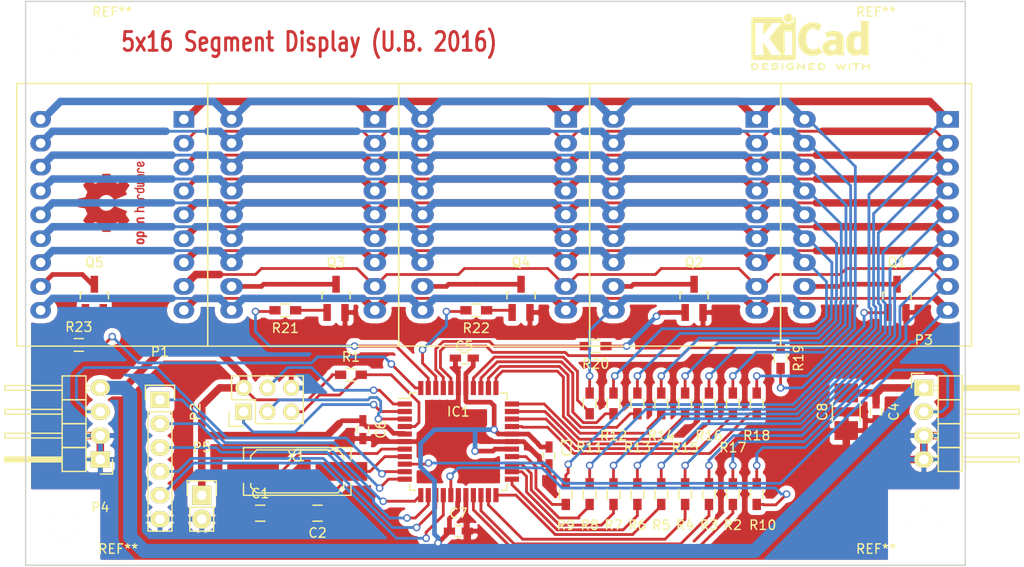
<source format=kicad_pcb>
(kicad_pcb (version 4) (host pcbnew 4.0.3-stable)
  (title_block (title "5x16 Segment Display") (date 2016-11-15) (rev 1.0) (company U.B.))
  (layers (0 F.Cu signal) (31 B.Cu signal) (34 B.Paste user) (35 F.Paste user) (36 B.SilkS user) (37 F.SilkS user) (38 B.Mask user) (39 F.Mask user) (44 Edge.Cuts user))
  (net 0 "")
  (net 1 "Net-(C1-Pad1)")
  (net 2 GND)
  (net 3 "Net-(C2-Pad1)")
  (net 4 VCC)
  (net 5 /MOSI)
  (net 6 /MISO)
  (net 7 /SCK)
  (net 8 /RESET)
  (net 9 /RxD)
  (net 10 /TxD)
  (net 11 "Net-(IC1-Pad11)")
  (net 12 "Net-(IC1-Pad12)")
  (net 13 "Net-(IC1-Pad13)")
  (net 14 "Net-(IC1-Pad14)")
  (net 15 "Net-(IC1-Pad15)")
  (net 16 "Net-(IC1-Pad16)")
  (net 17 "Net-(IC1-Pad19)")
  (net 18 "Net-(IC1-Pad20)")
  (net 19 "Net-(IC1-Pad21)")
  (net 20 "Net-(IC1-Pad22)")
  (net 21 "Net-(IC1-Pad23)")
  (net 22 "Net-(IC1-Pad24)")
  (net 23 "Net-(IC1-Pad25)")
  (net 24 "Net-(IC1-Pad26)")
  (net 25 "Net-(IC1-Pad30)")
  (net 26 "Net-(IC1-Pad31)")
  (net 27 "Net-(IC1-Pad32)")
  (net 28 "Net-(IC1-Pad33)")
  (net 29 "Net-(IC1-Pad34)")
  (net 30 "Net-(IC1-Pad35)")
  (net 31 "Net-(IC1-Pad36)")
  (net 32 "Net-(IC1-Pad37)")
  (net 33 /LED_1)
  (net 34 /LED_2)
  (net 35 /LED_3)
  (net 36 /LED_4)
  (net 37 /LED_5)
  (net 38 /LED_D2)
  (net 39 "Net-(LED1-Pad11)")
  (net 40 /LED_DP)
  (net 41 /LED_C)
  (net 42 /LED_L)
  (net 43 /LED_G2)
  (net 44 /LED_B)
  (net 45 /LED_K)
  (net 46 /LED_A2)
  (net 47 /LED_D1)
  (net 48 /LED_E)
  (net 49 /LED_N)
  (net 50 /LED_M)
  (net 51 /LED_G1)
  (net 52 /LED_F)
  (net 53 /LED_H)
  (net 54 /LED_J)
  (net 55 /LED_A1)
  (net 56 "Net-(LED2-Pad11)")
  (net 57 "Net-(LED3-Pad11)")
  (net 58 "Net-(LED4-Pad11)")
  (net 59 "Net-(LED5-Pad11)")
  (net 60 "Net-(Q1-Pad1)")
  (net 61 "Net-(Q2-Pad1)")
  (net 62 "Net-(Q3-Pad1)")
  (net 63 "Net-(Q4-Pad1)")
  (net 64 "Net-(Q5-Pad1)")
  (module LDS8103-AX:LDS8103-AX_rev (layer F.Cu) (at 109.22 92.71)
    (fp_text reference LED5 hide)
    (fp_text value LDS-8103AX)
    (pad 10 thru_hole oval (at -7.62 10.16) (size 2.2 1.766) (drill 1.016) (layers *.Cu *.Mask) (net 38 /LED_D2))
    (pad 11 thru_hole oval (at -7.62 7.62) (size 2.2 1.766) (drill 1.016) (layers *.Cu *.Mask) (net 59 "Net-(LED5-Pad11)"))
    (pad 12 thru_hole oval (at -7.62 5.08) (size 2.2 1.766) (drill 1.016) (layers *.Cu *.Mask) (net 40 /LED_DP))
    (pad 13 thru_hole oval (at -7.62 2.54) (size 2.2 1.766) (drill 1.016) (layers *.Cu *.Mask) (net 41 /LED_C))
    (pad 14 thru_hole oval (at -7.62 0) (size 2.2 1.766) (drill 1.016) (layers *.Cu *.Mask) (net 42 /LED_L))
    (pad 15 thru_hole oval (at -7.62 -2.54) (size 2.2 1.766) (drill 1.016) (layers *.Cu *.Mask) (net 43 /LED_G2))
    (pad 16 thru_hole oval (at -7.62 -5.08) (size 2.2 1.766) (drill 1.016) (layers *.Cu *.Mask) (net 44 /LED_B))
    (pad 17 thru_hole oval (at -7.62 -7.62) (size 2.2 1.766) (drill 1.016) (layers *.Cu *.Mask) (net 45 /LED_K))
    (pad 18 thru_hole oval (at -7.62 -10.16) (size 2.2 1.766) (drill 1.016) (layers *.Cu *.Mask) (net 46 /LED_A2))
    (pad 9 thru_hole oval (at 7.62 10.16) (size 2.2 1.766) (drill 1.016) (layers *.Cu *.Mask) (net 47 /LED_D1))
    (pad 8 thru_hole oval (at 7.62 7.62) (size 2.2 1.766) (drill 1.016) (layers *.Cu *.Mask) (net 48 /LED_E))
    (pad 7 thru_hole oval (at 7.62 5.08) (size 2.2 1.766) (drill 1.016) (layers *.Cu *.Mask) (net 49 /LED_N))
    (pad 6 thru_hole oval (at 7.62 2.54) (size 2.2 1.766) (drill 1.016) (layers *.Cu *.Mask) (net 50 /LED_M))
    (pad 5 thru_hole oval (at 7.62 0) (size 2.2 1.766) (drill 1.016) (layers *.Cu *.Mask) (net 51 /LED_G1))
    (pad 4 thru_hole oval (at 7.62 -2.54) (size 2.2 1.766) (drill 1.016) (layers *.Cu *.Mask) (net 52 /LED_F))
    (pad 3 thru_hole oval (at 7.62 -5.08) (size 2.2 1.766) (drill 1.016) (layers *.Cu *.Mask) (net 53 /LED_H))
    (pad 2 thru_hole oval (at 7.62 -7.62) (size 2.2 1.766) (drill 1.016) (layers *.Cu *.Mask) (net 54 /LED_J))
    (pad 1 thru_hole rect (at 7.62 -10.16) (size 2.2 1.766) (drill 1.016) (layers *.Cu *.Mask) (net 55 /LED_A1))
  )
  (module Resistors_SMD:R_0603_HandSoldering (layer F.Cu) (at 175.26 122.428 270)
    (fp_text reference R2 (at 3.302 0 360) (layer F.SilkS))
    (fp_text value 180)
    (pad 1 smd rect (at -1.1 0 270) (size 1.2 0.9) (layers F.Cu F.Paste F.Mask) (net 48 /LED_E))
    (pad 2 smd rect (at 1.1 0 270) (size 1.2 0.9) (layers F.Cu F.Paste F.Mask) (net 17 "Net-(IC1-Pad19)"))
  )
  (module Capacitors_SMD:C_0805_HandSoldering (layer F.Cu) (at 124.968 124.46)
    (fp_text reference C1 (at 0 -2.1) (layer F.SilkS))
    (fp_text value 15pF)
    (pad 1 smd rect (at -1.25 0) (size 1.5 1.25) (layers F.Cu F.Paste F.Mask) (net 1 "Net-(C1-Pad1)"))
    (pad 2 smd rect (at 1.25 0) (size 1.5 1.25) (layers F.Cu F.Paste F.Mask) (net 2 GND))
  )
  (module Capacitors_SMD:C_0805_HandSoldering (layer F.Cu) (at 131.064 124.46 180)
    (fp_text reference C2 (at 0 -2.1 180) (layer F.SilkS))
    (fp_text value 15pF)
    (pad 1 smd rect (at -1.25 0 180) (size 1.5 1.25) (layers F.Cu F.Paste F.Mask) (net 3 "Net-(C2-Pad1)"))
    (pad 2 smd rect (at 1.25 0 180) (size 1.5 1.25) (layers F.Cu F.Paste F.Mask) (net 2 GND))
  )
  (module Capacitors_SMD:C_0603_HandSoldering (layer F.Cu) (at 155.702 118.364 270)
    (fp_text reference C3 (at -0.889 -1.9 270) (layer F.SilkS))
    (fp_text value 100nF)
    (pad 1 smd rect (at -0.95 0 270) (size 1.2 0.75) (layers F.Cu F.Paste F.Mask) (net 4 VCC))
    (pad 2 smd rect (at 0.95 0 270) (size 1.2 0.75) (layers F.Cu F.Paste F.Mask) (net 2 GND))
  )
  (module Capacitors_SMD:C_0603_HandSoldering (layer F.Cu) (at 190.5 113.665 270)
    (fp_text reference C4 (at 0 -1.9 270) (layer F.SilkS))
    (fp_text value 100nF)
    (pad 1 smd rect (at -0.95 0 270) (size 1.2 0.75) (layers F.Cu F.Paste F.Mask) (net 4 VCC))
    (pad 2 smd rect (at 0.95 0 270) (size 1.2 0.75) (layers F.Cu F.Paste F.Mask) (net 2 GND))
  )
  (module Capacitors_SMD:C_0603_HandSoldering (layer F.Cu) (at 146.685 107.95 180)
    (fp_text reference C5 (at 0 1.27 180) (layer F.SilkS))
    (fp_text value 100nF)
    (pad 1 smd rect (at -0.95 0 180) (size 1.2 0.75) (layers F.Cu F.Paste F.Mask) (net 4 VCC))
    (pad 2 smd rect (at 0.95 0 180) (size 1.2 0.75) (layers F.Cu F.Paste F.Mask) (net 2 GND))
  )
  (module Capacitors_SMD:C_0603_HandSoldering (layer F.Cu) (at 135.89 115.57 270)
    (fp_text reference C6 (at 0 -1.9 270) (layer F.SilkS))
    (fp_text value 100nF)
    (pad 1 smd rect (at -0.95 0 270) (size 1.2 0.75) (layers F.Cu F.Paste F.Mask) (net 4 VCC))
    (pad 2 smd rect (at 0.95 0 270) (size 1.2 0.75) (layers F.Cu F.Paste F.Mask) (net 2 GND))
  )
  (module Capacitors_SMD:C_0603_HandSoldering (layer F.Cu) (at 146.05 126.365)
    (fp_text reference C7 (at 0 -1.9) (layer F.SilkS))
    (fp_text value 100nF)
    (pad 1 smd rect (at -0.95 0) (size 1.2 0.75) (layers F.Cu F.Paste F.Mask) (net 4 VCC))
    (pad 2 smd rect (at 0.95 0) (size 1.2 0.75) (layers F.Cu F.Paste F.Mask) (net 2 GND))
  )
  (module Capacitors_SMD:C_1210_HandSoldering (layer F.Cu) (at 187.325 113.665 270)
    (fp_text reference C8 (at 0 2.54 270) (layer F.SilkS))
    (fp_text value 10uF)
    (pad 1 smd rect (at -2 0 270) (size 2 2.5) (layers F.Cu F.Paste F.Mask) (net 4 VCC))
    (pad 2 smd rect (at 2 0 270) (size 2 2.5) (layers F.Cu F.Paste F.Mask) (net 2 GND))
  )
  (module Housings_QFP:TQFP-44_10x10mm_Pitch0.8mm (layer F.Cu) (at 146.05 116.84)
    (fp_text reference IC1 (at 0 -3.175) (layer F.SilkS))
    (fp_text value ATMEGA16-A)
    (pad 1 smd rect (at -5.7 -4) (size 1.5 0.55) (layers F.Cu F.Paste F.Mask) (net 5 /MOSI))
    (pad 2 smd rect (at -5.7 -3.2) (size 1.5 0.55) (layers F.Cu F.Paste F.Mask) (net 6 /MISO))
    (pad 3 smd rect (at -5.7 -2.4) (size 1.5 0.55) (layers F.Cu F.Paste F.Mask) (net 7 /SCK))
    (pad 4 smd rect (at -5.7 -1.6) (size 1.5 0.55) (layers F.Cu F.Paste F.Mask) (net 8 /RESET))
    (pad 5 smd rect (at -5.7 -0.8) (size 1.5 0.55) (layers F.Cu F.Paste F.Mask) (net 4 VCC))
    (pad 6 smd rect (at -5.7 0) (size 1.5 0.55) (layers F.Cu F.Paste F.Mask) (net 2 GND))
    (pad 7 smd rect (at -5.7 0.8) (size 1.5 0.55) (layers F.Cu F.Paste F.Mask) (net 1 "Net-(C1-Pad1)"))
    (pad 8 smd rect (at -5.7 1.6) (size 1.5 0.55) (layers F.Cu F.Paste F.Mask) (net 3 "Net-(C2-Pad1)"))
    (pad 9 smd rect (at -5.7 2.4) (size 1.5 0.55) (layers F.Cu F.Paste F.Mask) (net 9 /RxD))
    (pad 10 smd rect (at -5.7 3.2) (size 1.5 0.55) (layers F.Cu F.Paste F.Mask) (net 10 /TxD))
    (pad 11 smd rect (at -5.7 4) (size 1.5 0.55) (layers F.Cu F.Paste F.Mask) (net 11 "Net-(IC1-Pad11)"))
    (pad 12 smd rect (at -4 5.7 90) (size 1.5 0.55) (layers F.Cu F.Paste F.Mask) (net 12 "Net-(IC1-Pad12)"))
    (pad 13 smd rect (at -3.2 5.7 90) (size 1.5 0.55) (layers F.Cu F.Paste F.Mask) (net 13 "Net-(IC1-Pad13)"))
    (pad 14 smd rect (at -2.4 5.7 90) (size 1.5 0.55) (layers F.Cu F.Paste F.Mask) (net 14 "Net-(IC1-Pad14)"))
    (pad 15 smd rect (at -1.6 5.7 90) (size 1.5 0.55) (layers F.Cu F.Paste F.Mask) (net 15 "Net-(IC1-Pad15)"))
    (pad 16 smd rect (at -0.8 5.7 90) (size 1.5 0.55) (layers F.Cu F.Paste F.Mask) (net 16 "Net-(IC1-Pad16)"))
    (pad 17 smd rect (at 0 5.7 90) (size 1.5 0.55) (layers F.Cu F.Paste F.Mask) (net 4 VCC))
    (pad 18 smd rect (at 0.8 5.7 90) (size 1.5 0.55) (layers F.Cu F.Paste F.Mask) (net 2 GND))
    (pad 19 smd rect (at 1.6 5.7 90) (size 1.5 0.55) (layers F.Cu F.Paste F.Mask) (net 17 "Net-(IC1-Pad19)"))
    (pad 20 smd rect (at 2.4 5.7 90) (size 1.5 0.55) (layers F.Cu F.Paste F.Mask) (net 18 "Net-(IC1-Pad20)"))
    (pad 21 smd rect (at 3.2 5.7 90) (size 1.5 0.55) (layers F.Cu F.Paste F.Mask) (net 19 "Net-(IC1-Pad21)"))
    (pad 22 smd rect (at 4 5.7 90) (size 1.5 0.55) (layers F.Cu F.Paste F.Mask) (net 20 "Net-(IC1-Pad22)"))
    (pad 23 smd rect (at 5.7 4) (size 1.5 0.55) (layers F.Cu F.Paste F.Mask) (net 21 "Net-(IC1-Pad23)"))
    (pad 24 smd rect (at 5.7 3.2) (size 1.5 0.55) (layers F.Cu F.Paste F.Mask) (net 22 "Net-(IC1-Pad24)"))
    (pad 25 smd rect (at 5.7 2.4) (size 1.5 0.55) (layers F.Cu F.Paste F.Mask) (net 23 "Net-(IC1-Pad25)"))
    (pad 26 smd rect (at 5.7 1.6) (size 1.5 0.55) (layers F.Cu F.Paste F.Mask) (net 24 "Net-(IC1-Pad26)"))
    (pad 27 smd rect (at 5.7 0.8) (size 1.5 0.55) (layers F.Cu F.Paste F.Mask) (net 4 VCC))
    (pad 28 smd rect (at 5.7 0) (size 1.5 0.55) (layers F.Cu F.Paste F.Mask) (net 2 GND))
    (pad 29 smd rect (at 5.7 -0.8) (size 1.5 0.55) (layers F.Cu F.Paste F.Mask) (net 4 VCC))
    (pad 30 smd rect (at 5.7 -1.6) (size 1.5 0.55) (layers F.Cu F.Paste F.Mask) (net 25 "Net-(IC1-Pad30)"))
    (pad 31 smd rect (at 5.7 -2.4) (size 1.5 0.55) (layers F.Cu F.Paste F.Mask) (net 26 "Net-(IC1-Pad31)"))
    (pad 32 smd rect (at 5.7 -3.2) (size 1.5 0.55) (layers F.Cu F.Paste F.Mask) (net 27 "Net-(IC1-Pad32)"))
    (pad 33 smd rect (at 5.7 -4) (size 1.5 0.55) (layers F.Cu F.Paste F.Mask) (net 28 "Net-(IC1-Pad33)"))
    (pad 34 smd rect (at 4 -5.7 90) (size 1.5 0.55) (layers F.Cu F.Paste F.Mask) (net 29 "Net-(IC1-Pad34)"))
    (pad 35 smd rect (at 3.2 -5.7 90) (size 1.5 0.55) (layers F.Cu F.Paste F.Mask) (net 30 "Net-(IC1-Pad35)"))
    (pad 36 smd rect (at 2.4 -5.7 90) (size 1.5 0.55) (layers F.Cu F.Paste F.Mask) (net 31 "Net-(IC1-Pad36)"))
    (pad 37 smd rect (at 1.6 -5.7 90) (size 1.5 0.55) (layers F.Cu F.Paste F.Mask) (net 32 "Net-(IC1-Pad37)"))
    (pad 38 smd rect (at 0.8 -5.7 90) (size 1.5 0.55) (layers F.Cu F.Paste F.Mask) (net 4 VCC))
    (pad 39 smd rect (at 0 -5.7 90) (size 1.5 0.55) (layers F.Cu F.Paste F.Mask) (net 2 GND))
    (pad 40 smd rect (at -0.8 -5.7 90) (size 1.5 0.55) (layers F.Cu F.Paste F.Mask) (net 33 /LED_1))
    (pad 41 smd rect (at -1.6 -5.7 90) (size 1.5 0.55) (layers F.Cu F.Paste F.Mask) (net 34 /LED_2))
    (pad 42 smd rect (at -2.4 -5.7 90) (size 1.5 0.55) (layers F.Cu F.Paste F.Mask) (net 35 /LED_3))
    (pad 43 smd rect (at -3.2 -5.7 90) (size 1.5 0.55) (layers F.Cu F.Paste F.Mask) (net 36 /LED_4))
    (pad 44 smd rect (at -4 -5.7 90) (size 1.5 0.55) (layers F.Cu F.Paste F.Mask) (net 37 /LED_5))
  )
  (module Pin_Headers:Pin_Header_Straight_1x06 (layer F.Cu) (at 114.3 112.395)
    (fp_text reference P1 (at 0 -5.1) (layer F.SilkS))
    (fp_text value CONN_01X06)
    (pad 1 thru_hole rect (at 0 0) (size 2.032 1.7272) (drill 1.016) (layers *.Cu *.Mask F.SilkS) (net 11 "Net-(IC1-Pad11)"))
    (pad 2 thru_hole oval (at 0 2.54) (size 2.032 1.7272) (drill 1.016) (layers *.Cu *.Mask F.SilkS) (net 12 "Net-(IC1-Pad12)"))
    (pad 3 thru_hole oval (at 0 5.08) (size 2.032 1.7272) (drill 1.016) (layers *.Cu *.Mask F.SilkS) (net 13 "Net-(IC1-Pad13)"))
    (pad 4 thru_hole oval (at 0 7.62) (size 2.032 1.7272) (drill 1.016) (layers *.Cu *.Mask F.SilkS) (net 14 "Net-(IC1-Pad14)"))
    (pad 5 thru_hole oval (at 0 10.16) (size 2.032 1.7272) (drill 1.016) (layers *.Cu *.Mask F.SilkS) (net 15 "Net-(IC1-Pad15)"))
    (pad 6 thru_hole oval (at 0 12.7) (size 2.032 1.7272) (drill 1.016) (layers *.Cu *.Mask F.SilkS) (net 2 GND))
  )
  (module Pin_Headers:Pin_Header_Straight_2x03 (layer F.Cu) (at 123.19 113.665 90)
    (fp_text reference P2 (at 0 -5.1 90) (layer F.SilkS))
    (fp_text value "AVR ISP")
    (pad 1 thru_hole rect (at 0 0 90) (size 1.7272 1.7272) (drill 1.016) (layers *.Cu *.Mask F.SilkS) (net 6 /MISO))
    (pad 2 thru_hole oval (at 2.54 0 90) (size 1.7272 1.7272) (drill 1.016) (layers *.Cu *.Mask F.SilkS) (net 4 VCC))
    (pad 3 thru_hole oval (at 0 2.54 90) (size 1.7272 1.7272) (drill 1.016) (layers *.Cu *.Mask F.SilkS) (net 7 /SCK))
    (pad 4 thru_hole oval (at 2.54 2.54 90) (size 1.7272 1.7272) (drill 1.016) (layers *.Cu *.Mask F.SilkS) (net 5 /MOSI))
    (pad 5 thru_hole oval (at 0 5.08 90) (size 1.7272 1.7272) (drill 1.016) (layers *.Cu *.Mask F.SilkS) (net 8 /RESET))
    (pad 6 thru_hole oval (at 2.54 5.08 90) (size 1.7272 1.7272) (drill 1.016) (layers *.Cu *.Mask F.SilkS) (net 2 GND))
  )
  (module Pin_Headers:Pin_Header_Angled_1x04 (layer F.Cu) (at 195.58 111.125)
    (fp_text reference P3 (at 0 -5.1) (layer F.SilkS))
    (fp_text value DATA_IN)
    (pad 1 thru_hole rect (at 0 0) (size 2.032 1.7272) (drill 1.016) (layers *.Cu *.Mask F.SilkS) (net 4 VCC))
    (pad 2 thru_hole oval (at 0 2.54) (size 2.032 1.7272) (drill 1.016) (layers *.Cu *.Mask F.SilkS) (net 9 /RxD))
    (pad 3 thru_hole oval (at 0 5.08) (size 2.032 1.7272) (drill 1.016) (layers *.Cu *.Mask F.SilkS) (net 2 GND))
    (pad 4 thru_hole oval (at 0 7.62) (size 2.032 1.7272) (drill 1.016) (layers *.Cu *.Mask F.SilkS) (net 2 GND))
  )
  (module Pin_Headers:Pin_Header_Angled_1x04 (layer F.Cu) (at 107.95 118.745 180)
    (fp_text reference P4 (at 0 -5.1 180) (layer F.SilkS))
    (fp_text value DATA_OUT)
    (pad 1 thru_hole rect (at 0 0 180) (size 2.032 1.7272) (drill 1.016) (layers *.Cu *.Mask F.SilkS) (net 2 GND))
    (pad 2 thru_hole oval (at 0 2.54 180) (size 2.032 1.7272) (drill 1.016) (layers *.Cu *.Mask F.SilkS) (net 2 GND))
    (pad 3 thru_hole oval (at 0 5.08 180) (size 2.032 1.7272) (drill 1.016) (layers *.Cu *.Mask F.SilkS) (net 10 /TxD))
    (pad 4 thru_hole oval (at 0 7.62 180) (size 2.032 1.7272) (drill 1.016) (layers *.Cu *.Mask F.SilkS) (net 4 VCC))
  )
  (module TO_SOT_Packages_SMD:SOT-23_Handsoldering (layer F.Cu) (at 192.725 101.6)
    (fp_text reference Q1 (at 0 -3.81) (layer F.SilkS))
    (fp_text value BC817-40)
    (pad 1 smd rect (at -0.95 1.50114) (size 0.8001 1.80086) (layers F.Cu F.Paste F.Mask) (net 60 "Net-(Q1-Pad1)"))
    (pad 2 smd rect (at 0.95 1.50114) (size 0.8001 1.80086) (layers F.Cu F.Paste F.Mask) (net 2 GND))
    (pad 3 smd rect (at 0 -1.50114) (size 0.8001 1.80086) (layers F.Cu F.Paste F.Mask) (net 39 "Net-(LED1-Pad11)"))
  )
  (module TO_SOT_Packages_SMD:SOT-23_Handsoldering (layer F.Cu) (at 171.135 101.6)
    (fp_text reference Q2 (at 0 -3.81) (layer F.SilkS))
    (fp_text value BC817-40)
    (pad 1 smd rect (at -0.95 1.50114) (size 0.8001 1.80086) (layers F.Cu F.Paste F.Mask) (net 61 "Net-(Q2-Pad1)"))
    (pad 2 smd rect (at 0.95 1.50114) (size 0.8001 1.80086) (layers F.Cu F.Paste F.Mask) (net 2 GND))
    (pad 3 smd rect (at 0 -1.50114) (size 0.8001 1.80086) (layers F.Cu F.Paste F.Mask) (net 56 "Net-(LED2-Pad11)"))
  )
  (module TO_SOT_Packages_SMD:SOT-23_Handsoldering (layer F.Cu) (at 133.035 101.6)
    (fp_text reference Q3 (at 0 -3.81) (layer F.SilkS))
    (fp_text value BC817-40)
    (pad 1 smd rect (at -0.95 1.50114) (size 0.8001 1.80086) (layers F.Cu F.Paste F.Mask) (net 62 "Net-(Q3-Pad1)"))
    (pad 2 smd rect (at 0.95 1.50114) (size 0.8001 1.80086) (layers F.Cu F.Paste F.Mask) (net 2 GND))
    (pad 3 smd rect (at 0 -1.50114) (size 0.8001 1.80086) (layers F.Cu F.Paste F.Mask) (net 57 "Net-(LED3-Pad11)"))
  )
  (module TO_SOT_Packages_SMD:SOT-23_Handsoldering (layer F.Cu) (at 152.72 101.6)
    (fp_text reference Q4 (at 0 -3.81) (layer F.SilkS))
    (fp_text value BC817-40)
    (pad 1 smd rect (at -0.95 1.50114) (size 0.8001 1.80086) (layers F.Cu F.Paste F.Mask) (net 63 "Net-(Q4-Pad1)"))
    (pad 2 smd rect (at 0.95 1.50114) (size 0.8001 1.80086) (layers F.Cu F.Paste F.Mask) (net 2 GND))
    (pad 3 smd rect (at 0 -1.50114) (size 0.8001 1.80086) (layers F.Cu F.Paste F.Mask) (net 58 "Net-(LED4-Pad11)"))
  )
  (module TO_SOT_Packages_SMD:SOT-23_Handsoldering (layer F.Cu) (at 107.315 101.6)
    (fp_text reference Q5 (at 0 -3.81) (layer F.SilkS))
    (fp_text value BC817-40)
    (pad 1 smd rect (at -0.95 1.50114) (size 0.8001 1.80086) (layers F.Cu F.Paste F.Mask) (net 64 "Net-(Q5-Pad1)"))
    (pad 2 smd rect (at 0.95 1.50114) (size 0.8001 1.80086) (layers F.Cu F.Paste F.Mask) (net 2 GND))
    (pad 3 smd rect (at 0 -1.50114) (size 0.8001 1.80086) (layers F.Cu F.Paste F.Mask) (net 59 "Net-(LED5-Pad11)"))
  )
  (module Resistors_SMD:R_0603_HandSoldering (layer F.Cu) (at 134.62 109.728)
    (fp_text reference R1 (at 0 -1.9) (layer F.SilkS))
    (fp_text value 10k)
    (pad 1 smd rect (at -1.1 0) (size 1.2 0.9) (layers F.Cu F.Paste F.Mask) (net 4 VCC))
    (pad 2 smd rect (at 1.1 0) (size 1.2 0.9) (layers F.Cu F.Paste F.Mask) (net 8 /RESET))
  )
  (module Resistors_SMD:R_0603_HandSoldering (layer F.Cu) (at 172.72 122.428 270)
    (fp_text reference R3 (at 3.302 0 360) (layer F.SilkS))
    (fp_text value 180)
    (pad 1 smd rect (at -1.1 0 270) (size 1.2 0.9) (layers F.Cu F.Paste F.Mask) (net 49 /LED_N))
    (pad 2 smd rect (at 1.1 0 270) (size 1.2 0.9) (layers F.Cu F.Paste F.Mask) (net 18 "Net-(IC1-Pad20)"))
  )
  (module Resistors_SMD:R_0603_HandSoldering (layer F.Cu) (at 170.18 122.428 270)
    (fp_text reference R4 (at 3.302 0 360) (layer F.SilkS))
    (fp_text value 180)
    (pad 1 smd rect (at -1.1 0 270) (size 1.2 0.9) (layers F.Cu F.Paste F.Mask) (net 50 /LED_M))
    (pad 2 smd rect (at 1.1 0 270) (size 1.2 0.9) (layers F.Cu F.Paste F.Mask) (net 19 "Net-(IC1-Pad21)"))
  )
  (module Resistors_SMD:R_0603_HandSoldering (layer F.Cu) (at 167.64 122.428 270)
    (fp_text reference R5 (at 3.302 0 360) (layer F.SilkS))
    (fp_text value 180)
    (pad 1 smd rect (at -1.1 0 270) (size 1.2 0.9) (layers F.Cu F.Paste F.Mask) (net 51 /LED_G1))
    (pad 2 smd rect (at 1.1 0 270) (size 1.2 0.9) (layers F.Cu F.Paste F.Mask) (net 20 "Net-(IC1-Pad22)"))
  )
  (module Resistors_SMD:R_0603_HandSoldering (layer F.Cu) (at 165.1 122.428 270)
    (fp_text reference R6 (at 3.302 0 360) (layer F.SilkS))
    (fp_text value 180)
    (pad 1 smd rect (at -1.1 0 270) (size 1.2 0.9) (layers F.Cu F.Paste F.Mask) (net 52 /LED_F))
    (pad 2 smd rect (at 1.1 0 270) (size 1.2 0.9) (layers F.Cu F.Paste F.Mask) (net 21 "Net-(IC1-Pad23)"))
  )
  (module Resistors_SMD:R_0603_HandSoldering (layer F.Cu) (at 162.56 122.428 270)
    (fp_text reference R7 (at 3.302 0 360) (layer F.SilkS))
    (fp_text value 180)
    (pad 1 smd rect (at -1.1 0 270) (size 1.2 0.9) (layers F.Cu F.Paste F.Mask) (net 53 /LED_H))
    (pad 2 smd rect (at 1.1 0 270) (size 1.2 0.9) (layers F.Cu F.Paste F.Mask) (net 22 "Net-(IC1-Pad24)"))
  )
  (module Resistors_SMD:R_0603_HandSoldering (layer F.Cu) (at 160.02 122.428 270)
    (fp_text reference R8 (at 3.302 0 360) (layer F.SilkS))
    (fp_text value 180)
    (pad 1 smd rect (at -1.1 0 270) (size 1.2 0.9) (layers F.Cu F.Paste F.Mask) (net 54 /LED_J))
    (pad 2 smd rect (at 1.1 0 270) (size 1.2 0.9) (layers F.Cu F.Paste F.Mask) (net 23 "Net-(IC1-Pad25)"))
  )
  (module Resistors_SMD:R_0603_HandSoldering (layer F.Cu) (at 157.48 122.428 270)
    (fp_text reference R9 (at 3.302 0 360) (layer F.SilkS))
    (fp_text value 180)
    (pad 1 smd rect (at -1.1 0 270) (size 1.2 0.9) (layers F.Cu F.Paste F.Mask) (net 55 /LED_A1))
    (pad 2 smd rect (at 1.1 0 270) (size 1.2 0.9) (layers F.Cu F.Paste F.Mask) (net 24 "Net-(IC1-Pad26)"))
  )
  (module Resistors_SMD:R_0603_HandSoldering (layer F.Cu) (at 177.8 122.428 270)
    (fp_text reference R10 (at 3.302 -0.635 360) (layer F.SilkS))
    (fp_text value 180)
    (pad 1 smd rect (at -1.1 0 270) (size 1.2 0.9) (layers F.Cu F.Paste F.Mask) (net 47 /LED_D1))
    (pad 2 smd rect (at 1.1 0 270) (size 1.2 0.9) (layers F.Cu F.Paste F.Mask) (net 16 "Net-(IC1-Pad16)"))
  )
  (module Resistors_SMD:R_0603_HandSoldering (layer F.Cu) (at 160.02 112.776 270)
    (fp_text reference R11 (at 4.699 0 360) (layer F.SilkS))
    (fp_text value 180)
    (pad 1 smd rect (at -1.1 0 270) (size 1.2 0.9) (layers F.Cu F.Paste F.Mask) (net 38 /LED_D2))
    (pad 2 smd rect (at 1.1 0 270) (size 1.2 0.9) (layers F.Cu F.Paste F.Mask) (net 32 "Net-(IC1-Pad37)"))
  )
  (module Resistors_SMD:R_0603_HandSoldering (layer F.Cu) (at 162.56 112.776 270)
    (fp_text reference R12 (at 3.429 0 360) (layer F.SilkS))
    (fp_text value 180)
    (pad 1 smd rect (at -1.1 0 270) (size 1.2 0.9) (layers F.Cu F.Paste F.Mask) (net 40 /LED_DP))
    (pad 2 smd rect (at 1.1 0 270) (size 1.2 0.9) (layers F.Cu F.Paste F.Mask) (net 31 "Net-(IC1-Pad36)"))
  )
  (module Resistors_SMD:R_0603_HandSoldering (layer F.Cu) (at 165.1 112.776 270)
    (fp_text reference R13 (at 4.699 0 360) (layer F.SilkS))
    (fp_text value 180)
    (pad 1 smd rect (at -1.1 0 270) (size 1.2 0.9) (layers F.Cu F.Paste F.Mask) (net 41 /LED_C))
    (pad 2 smd rect (at 1.1 0 270) (size 1.2 0.9) (layers F.Cu F.Paste F.Mask) (net 30 "Net-(IC1-Pad35)"))
  )
  (module Resistors_SMD:R_0603_HandSoldering (layer F.Cu) (at 167.64 112.776 270)
    (fp_text reference R14 (at 3.429 0 360) (layer F.SilkS))
    (fp_text value 180)
    (pad 1 smd rect (at -1.1 0 270) (size 1.2 0.9) (layers F.Cu F.Paste F.Mask) (net 42 /LED_L))
    (pad 2 smd rect (at 1.1 0 270) (size 1.2 0.9) (layers F.Cu F.Paste F.Mask) (net 29 "Net-(IC1-Pad34)"))
  )
  (module Resistors_SMD:R_0603_HandSoldering (layer F.Cu) (at 170.18 112.776 270)
    (fp_text reference R15 (at 4.699 0 360) (layer F.SilkS))
    (fp_text value 180)
    (pad 1 smd rect (at -1.1 0 270) (size 1.2 0.9) (layers F.Cu F.Paste F.Mask) (net 43 /LED_G2))
    (pad 2 smd rect (at 1.1 0 270) (size 1.2 0.9) (layers F.Cu F.Paste F.Mask) (net 28 "Net-(IC1-Pad33)"))
  )
  (module Resistors_SMD:R_0603_HandSoldering (layer F.Cu) (at 172.72 112.776 270)
    (fp_text reference R16 (at 3.429 0 360) (layer F.SilkS))
    (fp_text value 180)
    (pad 1 smd rect (at -1.1 0 270) (size 1.2 0.9) (layers F.Cu F.Paste F.Mask) (net 44 /LED_B))
    (pad 2 smd rect (at 1.1 0 270) (size 1.2 0.9) (layers F.Cu F.Paste F.Mask) (net 27 "Net-(IC1-Pad32)"))
  )
  (module Resistors_SMD:R_0603_HandSoldering (layer F.Cu) (at 175.26 112.776 270)
    (fp_text reference R17 (at 4.699 0 360) (layer F.SilkS))
    (fp_text value 180)
    (pad 1 smd rect (at -1.1 0 270) (size 1.2 0.9) (layers F.Cu F.Paste F.Mask) (net 45 /LED_K))
    (pad 2 smd rect (at 1.1 0 270) (size 1.2 0.9) (layers F.Cu F.Paste F.Mask) (net 26 "Net-(IC1-Pad31)"))
  )
  (module Resistors_SMD:R_0603_HandSoldering (layer F.Cu) (at 177.8 112.776 270)
    (fp_text reference R18 (at 3.429 0 360) (layer F.SilkS))
    (fp_text value 180)
    (pad 1 smd rect (at -1.1 0 270) (size 1.2 0.9) (layers F.Cu F.Paste F.Mask) (net 46 /LED_A2))
    (pad 2 smd rect (at 1.1 0 270) (size 1.2 0.9) (layers F.Cu F.Paste F.Mask) (net 25 "Net-(IC1-Pad30)"))
  )
  (module Resistors_SMD:R_0603_HandSoldering (layer F.Cu) (at 180.34 107.95 90)
    (fp_text reference R19 (at 0 1.905 90) (layer F.SilkS))
    (fp_text value 470)
    (pad 1 smd rect (at -1.1 0 90) (size 1.2 0.9) (layers F.Cu F.Paste F.Mask) (net 60 "Net-(Q1-Pad1)"))
    (pad 2 smd rect (at 1.1 0 90) (size 1.2 0.9) (layers F.Cu F.Paste F.Mask) (net 33 /LED_1))
  )
  (module Resistors_SMD:R_0603_HandSoldering (layer F.Cu) (at 160.655 106.68 180)
    (fp_text reference R20 (at 0 -1.9 180) (layer F.SilkS))
    (fp_text value 470)
    (pad 1 smd rect (at -1.1 0 180) (size 1.2 0.9) (layers F.Cu F.Paste F.Mask) (net 61 "Net-(Q2-Pad1)"))
    (pad 2 smd rect (at 1.1 0 180) (size 1.2 0.9) (layers F.Cu F.Paste F.Mask) (net 34 /LED_2))
  )
  (module Resistors_SMD:R_0603_HandSoldering (layer F.Cu) (at 127.635 102.87 180)
    (fp_text reference R21 (at 0 -1.9 180) (layer F.SilkS))
    (fp_text value 470)
    (pad 1 smd rect (at -1.1 0 180) (size 1.2 0.9) (layers F.Cu F.Paste F.Mask) (net 62 "Net-(Q3-Pad1)"))
    (pad 2 smd rect (at 1.1 0 180) (size 1.2 0.9) (layers F.Cu F.Paste F.Mask) (net 36 /LED_4))
  )
  (module Resistors_SMD:R_0603_HandSoldering (layer F.Cu) (at 147.955 102.87 180)
    (fp_text reference R22 (at 0 -1.9 180) (layer F.SilkS))
    (fp_text value 470)
    (pad 1 smd rect (at -1.1 0 180) (size 1.2 0.9) (layers F.Cu F.Paste F.Mask) (net 63 "Net-(Q4-Pad1)"))
    (pad 2 smd rect (at 1.1 0 180) (size 1.2 0.9) (layers F.Cu F.Paste F.Mask) (net 35 /LED_3))
  )
  (module Resistors_SMD:R_0603_HandSoldering (layer F.Cu) (at 105.664 106.553)
    (fp_text reference R23 (at 0 -1.9) (layer F.SilkS))
    (fp_text value 470)
    (pad 1 smd rect (at -1.1 0) (size 1.2 0.9) (layers F.Cu F.Paste F.Mask) (net 64 "Net-(Q5-Pad1)"))
    (pad 2 smd rect (at 1.1 0) (size 1.2 0.9) (layers F.Cu F.Paste F.Mask) (net 37 /LED_5))
  )
  (module Crystals:Q_49U3HMS (layer F.Cu) (at 128.905 120.015)
    (fp_text reference X1 (at -0.1 -1.6) (layer F.SilkS))
    (fp_text value "16 MHz")
    (pad 1 smd rect (at -4.699 0) (size 5.4991 1.99898) (layers F.Cu F.Paste F.Mask) (net 1 "Net-(C1-Pad1)"))
    (pad 2 smd rect (at 4.699 0) (size 5.4991 1.99898) (layers F.Cu F.Paste F.Mask) (net 3 "Net-(C2-Pad1)"))
  )
  (module Mounting_Holes:MountingHole_3.2mm_M3 (layer F.Cu) (at 195.58 125.73)
    (fp_text reference REF** (at -5.08 2.54) (layer F.SilkS))
    (fp_text value MountingHole_3.2mm_M3)
    (pad 1 np_thru_hole circle (at 0 0) (size 3.2 3.2) (drill 3.2) (layers *.Cu *.Mask F.SilkS))
  )
  (module Mounting_Holes:MountingHole_3.2mm_M3 (layer F.Cu) (at 104.14 125.73)
    (fp_text reference REF** (at 5.715 2.54) (layer F.SilkS))
    (fp_text value MountingHole_3.2mm_M3)
    (pad 1 np_thru_hole circle (at 0 0) (size 3.2 3.2) (drill 3.2) (layers *.Cu *.Mask F.SilkS))
  )
  (module Mounting_Holes:MountingHole_3.2mm_M3 (layer F.Cu) (at 104.14 74.295)
    (fp_text reference REF** (at 5.08 -3.175) (layer F.SilkS))
    (fp_text value MountingHole_3.2mm_M3)
    (pad 1 np_thru_hole circle (at 0 0) (size 3.2 3.2) (drill 3.2) (layers *.Cu *.Mask F.SilkS))
  )
  (module Mounting_Holes:MountingHole_3.2mm_M3 (layer F.Cu) (at 195.58 74.295)
    (fp_text reference REF** (at -5.08 -3.175) (layer F.SilkS))
    (fp_text value MountingHole_3.2mm_M3)
    (pad 1 np_thru_hole circle (at 0 0) (size 3.2 3.2) (drill 3.2) (layers *.Cu *.Mask F.SilkS))
  )
  (module Pin_Headers:Pin_Header_Straight_1x02 (layer F.Cu) (at 118.745 122.555)
    (fp_text reference P5 (at 0 -5.1) (layer F.SilkS))
    (fp_text value CONN_01X02)
    (pad 1 thru_hole rect (at 0 0) (size 2.032 2.032) (drill 1.016) (layers *.Cu *.Mask F.SilkS) (net 4 VCC))
    (pad 2 thru_hole oval (at 0 2.54) (size 2.032 2.032) (drill 1.016) (layers *.Cu *.Mask F.SilkS) (net 2 GND))
  )
  (module Symbols:KiCad-Logo2_6mm_SilkScreen (layer F.Cu) (at 183.515 74.295)
    (fp_text reference REF*** hide)
    (fp_text value KiCad-Logo2_6mm_SilkScreen hide)
  )
  (module Symbols:OSHW-Logo2_9.8x8mm_Copper (layer F.Cu) (at 109.22 91.44 90)
    (fp_text reference REF*** hide)
    (fp_text value OSHW-Logo2_9.8x8mm_Copper hide)
    (fp_poly (pts (xy -3.231114 2.584505) (xy -3.156461 2.621727) (xy -3.090569 2.690261) (xy -3.072423 2.715648) (xy -3.052655 2.748866) (xy -3.039828 2.784945) (xy -3.03249 2.833098) (xy -3.029187 2.902536) (xy -3.028462 2.994206) (xy -3.031737 3.11983) (xy -3.043123 3.214154) (xy -3.064959 3.284523) (xy -3.099581 3.338286) (xy -3.14933 3.382788) (xy -3.152986 3.385423) (xy -3.202015 3.412377) (xy -3.261055 3.425712) (xy -3.336141 3.429) (xy -3.458205 3.429) (xy -3.458256 3.547497) (xy -3.459392 3.613492) (xy -3.466314 3.652202) (xy -3.484402 3.675419) (xy -3.519038 3.694933) (xy -3.527355 3.69892) (xy -3.56628 3.717603) (xy -3.596417 3.729403) (xy -3.618826 3.730422) (xy -3.634567 3.716761) (xy -3.644698 3.684522) (xy -3.650277 3.629804) (xy -3.652365 3.548711) (xy -3.652019 3.437344) (xy -3.6503 3.291802) (xy -3.649763 3.248269) (xy -3.647828 3.098205) (xy -3.646096 3.000042) (xy -3.458308 3.000042) (xy -3.457252 3.083364) (xy -3.452562 3.13788) (xy -3.441949 3.173837) (xy -3.423128 3.201482) (xy -3.41035 3.214965) (xy -3.35811 3.254417) (xy -3.311858 3.257628) (xy -3.264133 3.225049) (xy -3.262923 3.223846) (xy -3.243506 3.198668) (xy -3.231693 3.164447) (xy -3.225735 3.111748) (xy -3.22388 3.031131) (xy -3.223846 3.013271) (xy -3.22833 2.902175) (xy -3.242926 2.825161) (xy -3.26935 2.778147) (xy -3.309317 2.75705) (xy -3.332416 2.754923) (xy -3.387238 2.7649) (xy -3.424842 2.797752) (xy -3.447477 2.857857) (xy -3.457394 2.949598) (xy -3.458308 3.000042) (xy -3.646096 3.000042) (xy -3.645778 2.98206) (xy -3.643127 2.894679) (xy -3.639394 2.830905) (xy -3.634093 2.785582) (xy -3.626742 2.753555) (xy -3.616857 2.729668) (xy -3.603954 2.708764) (xy -3.598421 2.700898) (xy -3.525031 2.626595) (xy -3.43224 2.584467) (xy -3.324904 2.572722) (xy -3.231114 2.584505)) (layer F.Cu) (width 0.01))
    (fp_poly (pts (xy -1.728336 2.595089) (xy -1.665633 2.631358) (xy -1.622039 2.667358) (xy -1.590155 2.705075) (xy -1.56819 2.751199) (xy -1.554351 2.812421) (xy -1.546847 2.895431) (xy -1.543883 3.006919) (xy -1.543539 3.087062) (xy -1.543539 3.382065) (xy -1.709615 3.456515) (xy -1.719385 3.133402) (xy -1.723421 3.012729) (xy -1.727656 2.925141) (xy -1.732903 2.86465) (xy -1.739975 2.825268) (xy -1.749689 2.801007) (xy -1.762856 2.78588) (xy -1.767081 2.782606) (xy -1.831091 2.757034) (xy -1.895792 2.767153) (xy -1.934308 2.794) (xy -1.949975 2.813024) (xy -1.96082 2.837988) (xy -1.967712 2.875834) (xy -1.971521 2.933502) (xy -1.973117 3.017935) (xy -1.973385 3.105928) (xy -1.973437 3.216323) (xy -1.975328 3.294463) (xy -1.981655 3.347165) (xy -1.995017 3.381242) (xy -2.018015 3.403511) (xy -2.053246 3.420787) (xy -2.100303 3.438738) (xy -2.151697 3.458278) (xy -2.145579 3.111485) (xy -2.143116 2.986468) (xy -2.140233 2.894082) (xy -2.136102 2.827881) (xy -2.129893 2.78142) (xy -2.120774 2.748256) (xy -2.107917 2.721944) (xy -2.092416 2.698729) (xy -2.017629 2.624569) (xy -1.926372 2.581684) (xy -1.827117 2.571412) (xy -1.728336 2.595089)) (layer F.Cu) (width 0.01))
    (fp_poly (pts (xy -3.983114 2.587256) (xy -3.891536 2.635409) (xy -3.823951 2.712905) (xy -3.799943 2.762727) (xy -3.781262 2.837533) (xy -3.771699 2.932052) (xy -3.770792 3.03521) (xy -3.778079 3.135935) (xy -3.793097 3.223153) (xy -3.815385 3.285791) (xy -3.822235 3.296579) (xy -3.903368 3.377105) (xy -3.999734 3.425336) (xy -4.104299 3.43945) (xy -4.210032 3.417629) (xy -4.239457 3.404547) (xy -4.296759 3.364231) (xy -4.34705 3.310775) (xy -4.351803 3.303995) (xy -4.371122 3.271321) (xy -4.383892 3.236394) (xy -4.391436 3.190414) (xy -4.395076 3.124584) (xy -4.396135 3.030105) (xy -4.396154 3.008923) (xy -4.396106 3.002182) (xy -4.200769 3.002182) (xy -4.199632 3.091349) (xy -4.195159 3.15052) (xy -4.185754 3.188741) (xy -4.169824 3.215053) (xy -4.161692 3.223846) (xy -4.114942 3.257261) (xy -4.069553 3.255737) (xy -4.02366 3.226752) (xy -3.996288 3.195809) (xy -3.980077 3.150643) (xy -3.970974 3.07942) (xy -3.970349 3.071114) (xy -3.968796 2.942037) (xy -3.985035 2.846172) (xy -4.018848 2.784107) (xy -4.070016 2.756432) (xy -4.08828 2.754923) (xy -4.13624 2.762513) (xy -4.169047 2.788808) (xy -4.189105 2.839095) (xy -4.198822 2.918664) (xy -4.200769 3.002182) (xy -4.396106 3.002182) (xy -4.395426 2.908249) (xy -4.392371 2.837906) (xy -4.385678 2.789163) (xy -4.37404 2.753288) (xy -4.356147 2.721548) (xy -4.352192 2.715648) (xy -4.285733 2.636104) (xy -4.213315 2.589929) (xy -4.125151 2.571599) (xy -4.095213 2.570703) (xy -3.983114 2.587256)) (layer F.Cu) (width 0.01))
    (fp_poly (pts (xy -2.465746 2.599745) (xy -2.388714 2.651567) (xy -2.329184 2.726412) (xy -2.293622 2.821654) (xy -2.286429 2.891756) (xy -2.287246 2.921009) (xy -2.294086 2.943407) (xy -2.312888 2.963474) (xy -2.349592 2.985733) (xy -2.410138 3.014709) (xy -2.500466 3.054927) (xy -2.500923 3.055129) (xy -2.584067 3.09321) (xy -2.652247 3.127025) (xy -2.698495 3.152933) (xy -2.715842 3.167295) (xy -2.715846 3.167411) (xy -2.700557 3.198685) (xy -2.664804 3.233157) (xy -2.623758 3.25799) (xy -2.602963 3.262923) (xy -2.54623 3.245862) (xy -2.497373 3.203133) (xy -2.473535 3.156155) (xy -2.450603 3.121522) (xy -2.405682 3.082081) (xy -2.352877 3.048009) (xy -2.30629 3.02948) (xy -2.296548 3.028462) (xy -2.285582 3.045215) (xy -2.284921 3.088039) (xy -2.29298 3.145781) (xy -2.308173 3.207289) (xy -2.328914 3.261409) (xy -2.329962 3.26351) (xy -2.392379 3.35066) (xy -2.473274 3.409939) (xy -2.565144 3.439034) (xy -2.660487 3.435634) (xy -2.751802 3.397428) (xy -2.755862 3.394741) (xy -2.827694 3.329642) (xy -2.874927 3.244705) (xy -2.901066 3.133021) (xy -2.904574 3.101643) (xy -2.910787 2.953536) (xy -2.903339 2.884468) (xy -2.715846 2.884468) (xy -2.71341 2.927552) (xy -2.700086 2.940126) (xy -2.666868 2.930719) (xy -2.614506 2.908483) (xy -2.555976 2.88061) (xy -2.554521 2.879872) (xy -2.504911 2.853777) (xy -2.485 2.836363) (xy -2.48991 2.818107) (xy -2.510584 2.79412) (xy -2.563181 2.759406) (xy -2.619823 2.756856) (xy -2.670631 2.782119) (xy -2.705724 2.830847) (xy -2.715846 2.884468) (xy -2.903339 2.884468) (xy -2.898008 2.835036) (xy -2.865222 2.741055) (xy -2.819579 2.675215) (xy -2.737198 2.608681) (xy -2.646454 2.575676) (xy -2.553815 2.573573) (xy -2.465746 2.599745)) (layer F.Cu) (width 0.01))
    (fp_poly (pts (xy -0.840154 2.49212) (xy -0.834428 2.57198) (xy -0.827851 2.619039) (xy -0.818738 2.639566) (xy -0.805402 2.639829) (xy -0.801077 2.637378) (xy -0.743556 2.619636) (xy -0.668732 2.620672) (xy -0.592661 2.63891) (xy -0.545082 2.662505) (xy -0.496298 2.700198) (xy -0.460636 2.742855) (xy -0.436155 2.797057) (xy -0.420913 2.869384) (xy -0.41297 2.966419) (xy -0.410384 3.094742) (xy -0.410338 3.119358) (xy -0.410308 3.39587) (xy -0.471839 3.41732) (xy -0.515541 3.431912) (xy -0.539518 3.438706) (xy -0.540223 3.438769) (xy -0.542585 3.420345) (xy -0.544594 3.369526) (xy -0.546099 3.292993) (xy -0.546947 3.19743) (xy -0.547077 3.139329) (xy -0.547349 3.024771) (xy -0.548748 2.942667) (xy -0.552151 2.886393) (xy -0.558433 2.849326) (xy -0.568471 2.824844) (xy -0.583139 2.806325) (xy -0.592298 2.797406) (xy -0.655211 2.761466) (xy -0.723864 2.758775) (xy -0.786152 2.78917) (xy -0.797671 2.800144) (xy -0.814567 2.820779) (xy -0.826286 2.845256) (xy -0.833767 2.880647) (xy -0.837946 2.934026) (xy -0.839763 3.012466) (xy -0.840154 3.120617) (xy -0.840154 3.39587) (xy -0.901685 3.41732) (xy -0.945387 3.431912) (xy -0.969364 3.438706) (xy -0.97007 3.438769) (xy -0.971874 3.420069) (xy -0.9735 3.367322) (xy -0.974883 3.285557) (xy -0.975958 3.179805) (xy -0.97666 3.055094) (xy -0.976923 2.916455) (xy -0.976923 2.381806) (xy -0.849923 2.328236) (xy -0.840154 2.49212)) (layer F.Cu) (width 0.01))
    (fp_poly (pts (xy 0.053501 2.626303) (xy 0.13006 2.654733) (xy 0.130936 2.655279) (xy 0.178285 2.690127) (xy 0.213241 2.730852) (xy 0.237825 2.783925) (xy 0.254062 2.855814) (xy 0.263975 2.952992) (xy 0.269586 3.081928) (xy 0.270077 3.100298) (xy 0.277141 3.377287) (xy 0.217695 3.408028) (xy 0.174681 3.428802) (xy 0.14871 3.438646) (xy 0.147509 3.438769) (xy 0.143014 3.420606) (xy 0.139444 3.371612) (xy 0.137248 3.300031) (xy 0.136769 3.242068) (xy 0.136758 3.14817) (xy 0.132466 3.089203) (xy 0.117503 3.061079) (xy 0.085482 3.059706) (xy 0.030014 3.080998) (xy -0.053731 3.120136) (xy -0.115311 3.152643) (xy -0.146983 3.180845) (xy -0.156294 3.211582) (xy -0.156308 3.213104) (xy -0.140943 3.266054) (xy -0.095453 3.29466) (xy -0.025834 3.298803) (xy 0.024313 3.298084) (xy 0.050754 3.312527) (xy 0.067243 3.347218) (xy 0.076733 3.391416) (xy 0.063057 3.416493) (xy 0.057907 3.420082) (xy 0.009425 3.434496) (xy -0.058469 3.436537) (xy -0.128388 3.426983) (xy -0.177932 3.409522) (xy -0.24643 3.351364) (xy -0.285366 3.270408) (xy -0.293077 3.20716) (xy -0.287193 3.150111) (xy -0.265899 3.103542) (xy -0.223735 3.062181) (xy -0.155241 3.020755) (xy -0.054956 2.973993) (xy -0.048846 2.97135) (xy 0.04149 2.929617) (xy 0.097235 2.895391) (xy 0.121129 2.864635) (xy 0.115913 2.833311) (xy 0.084328 2.797383) (xy 0.074883 2.789116) (xy 0.011617 2.757058) (xy -0.053936 2.758407) (xy -0.111028 2.789838) (xy -0.148907 2.848024) (xy -0.152426 2.859446) (xy -0.1867 2.914837) (xy -0.230191 2.941518) (xy -0.293077 2.96796) (xy -0.293077 2.899548) (xy -0.273948 2.80011) (xy -0.217169 2.708902) (xy -0.187622 2.678389) (xy -0.120458 2.639228) (xy -0.035044 2.6215) (xy 0.053501 2.626303)) (layer F.Cu) (width 0.01))
    (fp_poly (pts (xy 0.713362 2.62467) (xy 0.802117 2.657421) (xy 0.874022 2.71535) (xy 0.902144 2.756128) (xy 0.932802 2.830954) (xy 0.932165 2.885058) (xy 0.899987 2.921446) (xy 0.888081 2.927633) (xy 0.836675 2.946925) (xy 0.810422 2.941982) (xy 0.80153 2.909587) (xy 0.801077 2.891692) (xy 0.784797 2.825859) (xy 0.742365 2.779807) (xy 0.683388 2.757564) (xy 0.617475 2.763161) (xy 0.563895 2.792229) (xy 0.545798 2.80881) (xy 0.532971 2.828925) (xy 0.524306 2.859332) (xy 0.518696 2.906788) (xy 0.515035 2.97805) (xy 0.512215 3.079875) (xy 0.511484 3.112115) (xy 0.50882 3.22241) (xy 0.505792 3.300036) (xy 0.50125 3.351396) (xy 0.494046 3.38289) (xy 0.483033 3.40092) (xy 0.46706 3.411888) (xy 0.456834 3.416733) (xy 0.413406 3.433301) (xy 0.387842 3.438769) (xy 0.379395 3.420507) (xy 0.374239 3.365296) (xy 0.372346 3.272499) (xy 0.373689 3.141478) (xy 0.374107 3.121269) (xy 0.377058 3.001733) (xy 0.380548 2.914449) (xy 0.385514 2.852591) (xy 0.392893 2.809336) (xy 0.403624 2.77786) (xy 0.418645 2.751339) (xy 0.426502 2.739975) (xy 0.471553 2.689692) (xy 0.52194 2.650581) (xy 0.528108 2.647167) (xy 0.618458 2.620212) (xy 0.713362 2.62467)) (layer F.Cu) (width 0.01))
    (fp_poly (pts (xy 1.602081 2.780289) (xy 1.601833 2.92632) (xy 1.600872 3.038655) (xy 1.598794 3.122678) (xy 1.595193 3.183769) (xy 1.589665 3.227309) (xy 1.581804 3.258679) (xy 1.571207 3.283262) (xy 1.563182 3.297294) (xy 1.496728 3.373388) (xy 1.41247 3.421084) (xy 1.319249 3.438199) (xy 1.2259 3.422546) (xy 1.170312 3.394418) (xy 1.111957 3.34576) (xy 1.072186 3.286333) (xy 1.04819 3.208507) (xy 1.037161 3.104652) (xy 1.035599 3.028462) (xy 1.035809 3.022986) (xy 1.172308 3.022986) (xy 1.173141 3.110355) (xy 1.176961 3.168192) (xy 1.185746 3.206029) (xy 1.201474 3.233398) (xy 1.220266 3.254042) (xy 1.283375 3.29389) (xy 1.351137 3.297295) (xy 1.415179 3.264025) (xy 1.420164 3.259517) (xy 1.441439 3.236067) (xy 1.454779 3.208166) (xy 1.462001 3.166641) (xy 1.464923 3.102316) (xy 1.465385 3.0312) (xy 1.464383 2.941858) (xy 1.460238 2.882258) (xy 1.451236 2.843089) (xy 1.435667 2.81504) (xy 1.422902 2.800144) (xy 1.3636 2.762575) (xy 1.295301 2.758057) (xy 1.23011 2.786753) (xy 1.217528 2.797406) (xy 1.196111 2.821063) (xy 1.182744 2.849251) (xy 1.175566 2.891245) (xy 1.172719 2.956319) (xy 1.172308 3.022986) (xy 1.035809 3.022986) (xy 1.040322 2.905765) (xy 1.056362 2.813577) (xy 1.086528 2.744269) (xy 1.133629 2.690211) (xy 1.170312 2.662505) (xy 1.23699 2.632572) (xy 1.314272 2.618678) (xy 1.38611 2.622397) (xy 1.426308 2.6374) (xy 1.442082 2.64167) (xy 1.45255 2.62575) (xy 1.459856 2.583089) (xy 1.465385 2.518106) (xy 1.471437 2.445732) (xy 1.479844 2.402187) (xy 1.495141 2.377287) (xy 1.521864 2.360845) (xy 1.538654 2.353564) (xy 1.602154 2.326963) (xy 1.602081 2.780289)) (layer F.Cu) (width 0.01))
    (fp_poly (pts (xy 2.395929 2.636662) (xy 2.398911 2.688068) (xy 2.401247 2.766192) (xy 2.402749 2.864857) (xy 2.403231 2.968343) (xy 2.403231 3.318533) (xy 2.341401 3.380363) (xy 2.298793 3.418462) (xy 2.26139 3.433895) (xy 2.21027 3.432918) (xy 2.189978 3.430433) (xy 2.126554 3.4232) (xy 2.074095 3.419055) (xy 2.061308 3.418672) (xy 2.018199 3.421176) (xy 1.956544 3.427462) (xy 1.932638 3.430433) (xy 1.873922 3.435028) (xy 1.834464 3.425046) (xy 1.795338 3.394228) (xy 1.781215 3.380363) (xy 1.719385 3.318533) (xy 1.719385 2.663503) (xy 1.76915 2.640829) (xy 1.812002 2.624034) (xy 1.837073 2.618154) (xy 1.843501 2.636736) (xy 1.849509 2.688655) (xy 1.854697 2.768172) (xy 1.858664 2.869546) (xy 1.860577 2.955192) (xy 1.865923 3.292231) (xy 1.91256 3.298825) (xy 1.954976 3.294214) (xy 1.97576 3.279287) (xy 1.98157 3.251377) (xy 1.98653 3.191925) (xy 1.990246 3.108466) (xy 1.992324 3.008532) (xy 1.992624 2.957104) (xy 1.992923 2.661054) (xy 2.054454 2.639604) (xy 2.098004 2.62502) (xy 2.121694 2.618219) (xy 2.122377 2.618154) (xy 2.124754 2.636642) (xy 2.127366 2.687906) (xy 2.129995 2.765649) (xy 2.132421 2.863574) (xy 2.134115 2.955192) (xy 2.139461 3.292231) (xy 2.256692 3.292231) (xy 2.262072 2.984746) (xy 2.267451 2.677261) (xy 2.324601 2.647707) (xy 2.366797 2.627413) (xy 2.39177 2.618204) (xy 2.392491 2.618154) (xy 2.395929 2.636662)) (layer F.Cu) (width 0.01))
    (fp_poly (pts (xy 2.887333 2.633528) (xy 2.94359 2.659117) (xy 2.987747 2.690124) (xy 3.020101 2.724795) (xy 3.042438 2.76952) (xy 3.056546 2.830692) (xy 3.064211 2.914701) (xy 3.06722 3.02794) (xy 3.067538 3.102509) (xy 3.067538 3.39342) (xy 3.017773 3.416095) (xy 2.978576 3.432667) (xy 2.959157 3.438769) (xy 2.955442 3.42061) (xy 2.952495 3.371648) (xy 2.950691 3.300153) (xy 2.950308 3.243385) (xy 2.948661 3.161371) (xy 2.944222 3.096309) (xy 2.93774 3.056467) (xy 2.93259 3.048) (xy 2.897977 3.056646) (xy 2.84364 3.078823) (xy 2.780722 3.108886) (xy 2.720368 3.141192) (xy 2.673721 3.170098) (xy 2.651926 3.189961) (xy 2.651839 3.190175) (xy 2.653714 3.226935) (xy 2.670525 3.262026) (xy 2.700039 3.290528) (xy 2.743116 3.300061) (xy 2.779932 3.29895) (xy 2.832074 3.298133) (xy 2.859444 3.310349) (xy 2.875882 3.342624) (xy 2.877955 3.34871) (xy 2.885081 3.394739) (xy 2.866024 3.422687) (xy 2.816353 3.436007) (xy 2.762697 3.43847) (xy 2.666142 3.42021) (xy 2.616159 3.394131) (xy 2.554429 3.332868) (xy 2.52169 3.25767) (xy 2.518753 3.178211) (xy 2.546424 3.104167) (xy 2.588047 3.057769) (xy 2.629604 3.031793) (xy 2.694922 2.998907) (xy 2.771038 2.965557) (xy 2.783726 2.960461) (xy 2.867333 2.923565) (xy 2.91553 2.891046) (xy 2.93103 2.858718) (xy 2.91655 2.822394) (xy 2.891692 2.794) (xy 2.832939 2.759039) (xy 2.768293 2.756417) (xy 2.709008 2.783358) (xy 2.666339 2.837088) (xy 2.660739 2.85095) (xy 2.628133 2.901936) (xy 2.58053 2.939787) (xy 2.520461 2.97085) (xy 2.520461 2.882768) (xy 2.523997 2.828951) (xy 2.539156 2.786534) (xy 2.572768 2.741279) (xy 2.605035 2.70642) (xy 2.655209 2.657062) (xy 2.694193 2.630547) (xy 2.736064 2.619911) (xy 2.78346 2.618154) (xy 2.887333 2.633528)) (layer F.Cu) (width 0.01))
    (fp_poly (pts (xy 3.570807 2.636782) (xy 3.594161 2.646988) (xy 3.649902 2.691134) (xy 3.697569 2.754967) (xy 3.727048 2.823087) (xy 3.731846 2.85667) (xy 3.71576 2.903556) (xy 3.680475 2.928365) (xy 3.642644 2.943387) (xy 3.625321 2.946155) (xy 3.616886 2.926066) (xy 3.60023 2.882351) (xy 3.592923 2.862598) (xy 3.551948 2.794271) (xy 3.492622 2.760191) (xy 3.416552 2.761239) (xy 3.410918 2.762581) (xy 3.370305 2.781836) (xy 3.340448 2.819375) (xy 3.320055 2.879809) (xy 3.307836 2.967751) (xy 3.3025 3.087813) (xy 3.302 3.151698) (xy 3.301752 3.252403) (xy 3.300126 3.321054) (xy 3.295801 3.364673) (xy 3.287454 3.390282) (xy 3.273765 3.404903) (xy 3.253411 3.415558) (xy 3.252234 3.416095) (xy 3.213038 3.432667) (xy 3.193619 3.438769) (xy 3.190635 3.420319) (xy 3.188081 3.369323) (xy 3.18614 3.292308) (xy 3.184997 3.195805) (xy 3.184769 3.125184) (xy 3.185932 2.988525) (xy 3.190479 2.884851) (xy 3.199999 2.808108) (xy 3.216081 2.752246) (xy 3.240313 2.711212) (xy 3.274286 2.678954) (xy 3.307833 2.65644) (xy 3.388499 2.626476) (xy 3.482381 2.619718) (xy 3.570807 2.636782)) (layer F.Cu) (width 0.01))
    (fp_poly (pts (xy 4.245224 2.647838) (xy 4.322528 2.698361) (xy 4.359814 2.74359) (xy 4.389353 2.825663) (xy 4.391699 2.890607) (xy 4.386385 2.977445) (xy 4.186115 3.065103) (xy 4.088739 3.109887) (xy 4.025113 3.145913) (xy 3.992029 3.177117) (xy 3.98628 3.207436) (xy 4.004658 3.240805) (xy 4.024923 3.262923) (xy 4.083889 3.298393) (xy 4.148024 3.300879) (xy 4.206926 3.273235) (xy 4.250197 3.21832) (xy 4.257936 3.198928) (xy 4.295006 3.138364) (xy 4.337654 3.112552) (xy 4.396154 3.090471) (xy 4.396154 3.174184) (xy 4.390982 3.23115) (xy 4.370723 3.279189) (xy 4.328262 3.334346) (xy 4.321951 3.341514) (xy 4.27472 3.390585) (xy 4.234121 3.41692) (xy 4.183328 3.429035) (xy 4.14122 3.433003) (xy 4.065902 3.433991) (xy 4.012286 3.421466) (xy 3.978838 3.402869) (xy 3.926268 3.361975) (xy 3.889879 3.317748) (xy 3.86685 3.262126) (xy 3.854359 3.187047) (xy 3.849587 3.084449) (xy 3.849206 3.032376) (xy 3.850501 2.969948) (xy 3.968471 2.969948) (xy 3.969839 3.003438) (xy 3.973249 3.008923) (xy 3.995753 3.001472) (xy 4.044182 2.981753) (xy 4.108908 2.953718) (xy 4.122443 2.947692) (xy 4.204244 2.906096) (xy 4.249312 2.869538) (xy 4.259217 2.835296) (xy 4.235526 2.800648) (xy 4.21596 2.785339) (xy 4.14536 2.754721) (xy 4.07928 2.75978) (xy 4.023959 2.797151) (xy 3.985636 2.863473) (xy 3.973349 2.916116) (xy 3.968471 2.969948) (xy 3.850501 2.969948) (xy 3.85173 2.91072) (xy 3.861032 2.82071) (xy 3.87946 2.755167) (xy 3.90936 2.706912) (xy 3.95308 2.668767) (xy 3.972141 2.65644) (xy 4.058726 2.624336) (xy 4.153522 2.622316) (xy 4.245224 2.647838)) (layer F.Cu) (width 0.01))
    (fp_poly (pts (xy 0.139878 -3.712224) (xy 0.245612 -3.711645) (xy 0.322132 -3.710078) (xy 0.374372 -3.707028) (xy 0.407263 -3.702004) (xy 0.425737 -3.694511) (xy 0.434727 -3.684056) (xy 0.439163 -3.670147) (xy 0.439594 -3.668346) (xy 0.446333 -3.635855) (xy 0.458808 -3.571748) (xy 0.475719 -3.482849) (xy 0.495771 -3.375981) (xy 0.517664 -3.257967) (xy 0.518429 -3.253822) (xy 0.540359 -3.138169) (xy 0.560877 -3.035986) (xy 0.578659 -2.953402) (xy 0.592381 -2.896544) (xy 0.600718 -2.871542) (xy 0.601116 -2.871099) (xy 0.625677 -2.85889) (xy 0.676315 -2.838544) (xy 0.742095 -2.814455) (xy 0.742461 -2.814326) (xy 0.825317 -2.783182) (xy 0.923 -2.743509) (xy 1.015077 -2.703619) (xy 1.019434 -2.701647) (xy 1.169407 -2.63358) (xy 1.501498 -2.860361) (xy 1.603374 -2.929496) (xy 1.695657 -2.991303) (xy 1.773003 -3.042267) (xy 1.830064 -3.078873) (xy 1.861495 -3.097606) (xy 1.864479 -3.098996) (xy 1.887321 -3.09281) (xy 1.929982 -3.062965) (xy 1.994128 -3.008053) (xy 2.081421 -2.926666) (xy 2.170535 -2.840078) (xy 2.256441 -2.754753) (xy 2.333327 -2.676892) (xy 2.396564 -2.611303) (xy 2.441523 -2.562795) (xy 2.463576 -2.536175) (xy 2.464396 -2.534805) (xy 2.466834 -2.516537) (xy 2.45765 -2.486705) (xy 2.434574 -2.441279) (xy 2.395337 -2.37623) (xy 2.33767 -2.28753) (xy 2.260795 -2.173343) (xy 2.19257 -2.072838) (xy 2.131582 -1.982697) (xy 2.081356 -1.908151) (xy 2.045416 -1.854435) (xy 2.027287 -1.826782) (xy 2.026146 -1.824905) (xy 2.028359 -1.79841) (xy 2.045138 -1.746914) (xy 2.073142 -1.680149) (xy 2.083122 -1.658828) (xy 2.126672 -1.563841) (xy 2.173134 -1.456063) (xy 2.210877 -1.362808) (xy 2.238073 -1.293594) (xy 2.259675 -1.240994) (xy 2.272158 -1.213503) (xy 2.273709 -1.211384) (xy 2.296668 -1.207876) (xy 2.350786 -1.198262) (xy 2.428868 -1.183911) (xy 2.523719 -1.166193) (xy 2.628143 -1.146475) (xy 2.734944 -1.126126) (xy 2.836926 -1.106514) (xy 2.926894 -1.089009) (xy 2.997653 -1.074978) (xy 3.042006 -1.065791) (xy 3.052885 -1.063193) (xy 3.064122 -1.056782) (xy 3.072605 -1.042303) (xy 3.078714 -1.014867) (xy 3.082832 -0.969589) (xy 3.085341 -0.90158) (xy 3.086621 -0.805953) (xy 3.087054 -0.67782) (xy 3.087077 -0.625299) (xy 3.087077 -0.198155) (xy 2.9845 -0.177909) (xy 2.927431 -0.16693) (xy 2.842269 -0.150905) (xy 2.739372 -0.131767) (xy 2.629096 -0.111449) (xy 2.598615 -0.105868) (xy 2.496855 -0.086083) (xy 2.408205 -0.066627) (xy 2.340108 -0.049303) (xy 2.300004 -0.035912) (xy 2.293323 -0.031921) (xy 2.276919 -0.003658) (xy 2.253399 0.051109) (xy 2.227316 0.121588) (xy 2.222142 0.136769) (xy 2.187956 0.230896) (xy 2.145523 0.337101) (xy 2.103997 0.432473) (xy 2.103792 0.432916) (xy 2.03464 0.582525) (xy 2.489512 1.251617) (xy 2.1975 1.544116) (xy 2.10918 1.63117) (xy 2.028625 1.707909) (xy 1.96036 1.770237) (xy 1.908908 1.814056) (xy 1.878794 1.83527) (xy 1.874474 1.836616) (xy 1.849111 1.826016) (xy 1.797358 1.796547) (xy 1.724868 1.751705) (xy 1.637294 1.694984) (xy 1.542612 1.631462) (xy 1.446516 1.566668) (xy 1.360837 1.510287) (xy 1.291016 1.465788) (xy 1.242494 1.436639) (xy 1.220782 1.426308) (xy 1.194293 1.43505) (xy 1.144062 1.458087) (xy 1.080451 1.490631) (xy 1.073708 1.494249) (xy 0.988046 1.53721) (xy 0.929306 1.558279) (xy 0.892772 1.558503) (xy 0.873731 1.538928) (xy 0.87362 1.538654) (xy 0.864102 1.515472) (xy 0.841403 1.460441) (xy 0.807282 1.377822) (xy 0.7635 1.271872) (xy 0.711816 1.146852) (xy 0.653992 1.00702) (xy 0.597991 0.871637) (xy 0.536447 0.722234) (xy 0.479939 0.583832) (xy 0.430161 0.460673) (xy 0.388806 0.357002) (xy 0.357568 0.277059) (xy 0.338141 0.225088) (xy 0.332154 0.205692) (xy 0.347168 0.183443) (xy 0.386439 0.147982) (xy 0.438807 0.108887) (xy 0.587941 -0.014755) (xy 0.704511 -0.156478) (xy 0.787118 -0.313296) (xy 0.834366 -0.482225) (xy 0.844857 -0.660278) (xy 0.837231 -0.742461) (xy 0.795682 -0.912969) (xy 0.724123 -1.063541) (xy 0.626995 -1.192691) (xy 0.508734 -1.298936) (xy 0.37378 -1.38079) (xy 0.226571 -1.436768) (xy 0.071544 -1.465385) (xy -0.086861 -1.465156) (xy -0.244206 -1.434595) (xy -0.396054 -1.372218) (xy -0.537965 -1.27654) (xy -0.597197 -1.222428) (xy -0.710797 -1.08348) (xy -0.789894 -0.931639) (xy -0.835014 -0.771333) (xy -0.846684 -0.606988) (xy -0.825431 -0.443029) (xy -0.77178 -0.283882) (xy -0.68626 -0.133975) (xy -0.569395 0.002267) (xy -0.438807 0.108887) (xy -0.384412 0.149642) (xy -0.345986 0.184718) (xy -0.332154 0.205726) (xy -0.339397 0.228635) (xy -0.359995 0.283365) (xy -0.392254 0.365672) (xy -0.434479 0.471315) (xy -0.484977 0.59605) (xy -0.542052 0.735636) (xy -0.598146 0.87167) (xy -0.660033 1.021201) (xy -0.717356 1.159767) (xy -0.768356 1.283107) (xy -0.811273 1.386964) (xy -0.844347 1.46708) (xy -0.865819 1.519195) (xy -0.873775 1.538654) (xy -0.892571 1.558423) (xy -0.928926 1.558365) (xy -0.987521 1.537441) (xy -1.073032 1.494613) (xy -1.073708 1.494249) (xy -1.138093 1.461012) (xy -1.190139 1.436802) (xy -1.219488 1.426404) (xy -1.220783 1.426308) (xy -1.242876 1.436855) (xy -1.291652 1.466184) (xy -1.361669 1.510827) (xy -1.447486 1.567314) (xy -1.542612 1.631462) (xy -1.63946 1.696411) (xy -1.726747 1.752896) (xy -1.798819 1.797421) (xy -1.850023 1.82649) (xy -1.874474 1.836616) (xy -1.89699 1.823307) (xy -1.942258 1.786112) (xy -2.005756 1.729128) (xy -2.082961 1.656449) (xy -2.169349 1.572171) (xy -2.197601 1.544016) (xy -2.489713 1.251416) (xy -2.267369 0.925104) (xy -2.199798 0.824897) (xy -2.140493 0.734963) (xy -2.092783 0.66051) (xy -2.059993 0.606751) (xy -2.045452 0.578894) (xy -2.045026 0.576912) (xy -2.052692 0.550655) (xy -2.073311 0.497837) (xy -2.103315 0.42731) (xy -2.124375 0.380093) (xy -2.163752 0.289694) (xy -2.200835 0.198366) (xy -2.229585 0.1212) (xy -2.237395 0.097692) (xy -2.259583 0.034916) (xy -2.281273 -0.013589) (xy -2.293187 -0.031921) (xy -2.319477 -0.043141) (xy -2.376858 -0.059046) (xy -2.457882 -0.077833) (xy -2.555105 -0.097701) (xy -2.598615 -0.105868) (xy -2.709104 -0.126171) (xy -2.815084 -0.14583) (xy -2.906199 -0.162912) (xy -2.972092 -0.175482) (xy -2.9845 -0.177909) (xy -3.087077 -0.198155) (xy -3.087077 -0.625299) (xy -3.086847 -0.765754) (xy -3.085901 -0.872021) (xy -3.083859 -0.948987) (xy -3.080338 -1.00154) (xy -3.074957 -1.034567) (xy -3.067334 -1.052955) (xy -3.057088 -1.061592) (xy -3.052885 -1.063193) (xy -3.02753 -1.068873) (xy -2.971516 -1.080205) (xy -2.892036 -1.095821) (xy -2.796288 -1.114353) (xy -2.691467 -1.134431) (xy -2.584768 -1.154688) (xy -2.483387 -1.173754) (xy -2.394521 -1.190261) (xy -2.325363 -1.202841) (xy -2.283111 -1.210125) (xy -2.27371 -1.211384) (xy -2.265193 -1.228237) (xy -2.24634 -1.27313) (xy -2.220676 -1.33757) (xy -2.210877 -1.362808) (xy -2.171352 -1.460314) (xy -2.124808 -1.568041) (xy -2.083123 -1.658828) (xy -2.05245 -1.728247) (xy -2.032044 -1.78529) (xy -2.025232 -1.820223) (xy -2.026318 -1.824905) (xy -2.040715 -1.847009) (xy -2.073588 -1.896169) (xy -2.12141 -1.967152) (xy -2.180652 -2.054722) (xy -2.247785 -2.153643) (xy -2.261059 -2.17317) (xy -2.338954 -2.28886) (xy -2.396213 -2.376956) (xy -2.435119 -2.441514) (xy -2.457956 -2.486589) (xy -2.467006 -2.516237) (xy -2.464552 -2.534515) (xy -2.464489 -2.534631) (xy -2.445173 -2.558639) (xy -2.402449 -2.605053) (xy -2.340949 -2.669063) (xy -2.265302 -2.745855) (xy -2.180139 -2.830618) (xy -2.170535 -2.840078) (xy -2.06321 -2.944011) (xy -1.980385 -3.020325) (xy -1.920395 -3.070429) (xy -1.881577 -3.09573) (xy -1.86448 -3.098996) (xy -1.839527 -3.08475) (xy -1.787745 -3.051844) (xy -1.71448 -3.003792) (xy -1.62508 -2.94411) (xy -1.524889 -2.876312) (xy -1.501499 -2.860361) (xy -1.169407 -2.63358) (xy -1.019435 -2.701647) (xy -0.92823 -2.741315) (xy -0.830331 -2.781209) (xy -0.746169 -2.813017) (xy -0.742462 -2.814326) (xy -0.676631 -2.838424) (xy -0.625884 -2.8588) (xy -0.601158 -2.871064) (xy -0.601116 -2.871099) (xy -0.593271 -2.893266) (xy -0.579934 -2.947783) (xy -0.56243 -3.02852) (xy -0.542083 -3.12935) (xy -0.520218 -3.244144) (xy -0.518429 -3.253822) (xy -0.496496 -3.372096) (xy -0.47636 -3.479458) (xy -0.45932 -3.569083) (xy -0.446672 -3.634149) (xy -0.439716 -3.667832) (xy -0.439594 -3.668346) (xy -0.435361 -3.682675) (xy -0.427129 -3.693493) (xy -0.409967 -3.701294) (xy -0.378942 -3.706571) (xy -0.329122 -3.709818) (xy -0.255576 -3.711528) (xy -0.153371 -3.712193) (xy -0.017575 -3.712307) (xy 0 -3.712308) (xy 0.139878 -3.712224)) (layer F.Cu) (width 0.01))
  )
  (module LDS8103-AX:LDS8103-AX_rev (layer F.Cu) (at 170.18 92.71)
    (fp_text reference LED2 hide)
    (fp_text value LDS-8103AX)
    (pad 10 thru_hole oval (at -7.62 10.16) (size 2.4 1.766) (drill 1.016) (layers *.Cu *.Mask) (net 38 /LED_D2))
    (pad 11 thru_hole oval (at -7.62 7.62) (size 2.4 1.766) (drill 1.016) (layers *.Cu *.Mask) (net 56 "Net-(LED2-Pad11)"))
    (pad 12 thru_hole oval (at -7.62 5.08) (size 2.4 1.766) (drill 1.016) (layers *.Cu *.Mask) (net 40 /LED_DP))
    (pad 13 thru_hole oval (at -7.62 2.54) (size 2.4 1.766) (drill 1.016) (layers *.Cu *.Mask) (net 41 /LED_C))
    (pad 14 thru_hole oval (at -7.62 0) (size 2.4 1.766) (drill 1.016) (layers *.Cu *.Mask) (net 42 /LED_L))
    (pad 15 thru_hole oval (at -7.62 -2.54) (size 2.4 1.766) (drill 1.016) (layers *.Cu *.Mask) (net 43 /LED_G2))
    (pad 16 thru_hole oval (at -7.62 -5.08) (size 2.4 1.766) (drill 1.016) (layers *.Cu *.Mask) (net 44 /LED_B))
    (pad 17 thru_hole oval (at -7.62 -7.62) (size 2.4 1.766) (drill 1.016) (layers *.Cu *.Mask) (net 45 /LED_K))
    (pad 18 thru_hole oval (at -7.62 -10.16) (size 2.4 1.766) (drill 1.016) (layers *.Cu *.Mask) (net 46 /LED_A2))
    (pad 9 thru_hole oval (at 7.62 10.16) (size 2.4 1.766) (drill 1.016) (layers *.Cu *.Mask) (net 47 /LED_D1))
    (pad 8 thru_hole oval (at 7.62 7.62) (size 2.4 1.766) (drill 1.016) (layers *.Cu *.Mask) (net 48 /LED_E))
    (pad 7 thru_hole oval (at 7.62 5.08) (size 2.4 1.766) (drill 1.016) (layers *.Cu *.Mask) (net 49 /LED_N))
    (pad 6 thru_hole oval (at 7.62 2.54) (size 2.4 1.766) (drill 1.016) (layers *.Cu *.Mask) (net 50 /LED_M))
    (pad 5 thru_hole oval (at 7.62 0) (size 2.4 1.766) (drill 1.016) (layers *.Cu *.Mask) (net 51 /LED_G1))
    (pad 4 thru_hole oval (at 7.62 -2.54) (size 2.4 1.766) (drill 1.016) (layers *.Cu *.Mask) (net 52 /LED_F))
    (pad 3 thru_hole oval (at 7.62 -5.08) (size 2.4 1.766) (drill 1.016) (layers *.Cu *.Mask) (net 53 /LED_H))
    (pad 2 thru_hole oval (at 7.62 -7.62) (size 2.4 1.766) (drill 1.016) (layers *.Cu *.Mask) (net 54 /LED_J))
    (pad 1 thru_hole rect (at 7.62 -10.16) (size 2.4 1.766) (drill 1.016) (layers *.Cu *.Mask) (net 55 /LED_A1))
  )
  (module LDS8103-AX:LDS8103-AX_rev (layer F.Cu) (at 149.86 92.71)
    (fp_text reference LED4 hide)
    (fp_text value LDS-8103AX)
    (pad 10 thru_hole oval (at -7.62 10.16) (size 2.4 1.766) (drill 1.016) (layers *.Cu *.Mask) (net 38 /LED_D2))
    (pad 11 thru_hole oval (at -7.62 7.62) (size 2.4 1.766) (drill 1.016) (layers *.Cu *.Mask) (net 58 "Net-(LED4-Pad11)"))
    (pad 12 thru_hole oval (at -7.62 5.08) (size 2.4 1.766) (drill 1.016) (layers *.Cu *.Mask) (net 40 /LED_DP))
    (pad 13 thru_hole oval (at -7.62 2.54) (size 2.4 1.766) (drill 1.016) (layers *.Cu *.Mask) (net 41 /LED_C))
    (pad 14 thru_hole oval (at -7.62 0) (size 2.4 1.766) (drill 1.016) (layers *.Cu *.Mask) (net 42 /LED_L))
    (pad 15 thru_hole oval (at -7.62 -2.54) (size 2.4 1.766) (drill 1.016) (layers *.Cu *.Mask) (net 43 /LED_G2))
    (pad 16 thru_hole oval (at -7.62 -5.08) (size 2.4 1.766) (drill 1.016) (layers *.Cu *.Mask) (net 44 /LED_B))
    (pad 17 thru_hole oval (at -7.62 -7.62) (size 2.4 1.766) (drill 1.016) (layers *.Cu *.Mask) (net 45 /LED_K))
    (pad 18 thru_hole oval (at -7.62 -10.16) (size 2.4 1.766) (drill 1.016) (layers *.Cu *.Mask) (net 46 /LED_A2))
    (pad 9 thru_hole oval (at 7.62 10.16) (size 2.4 1.766) (drill 1.016) (layers *.Cu *.Mask) (net 47 /LED_D1))
    (pad 8 thru_hole oval (at 7.62 7.62) (size 2.4 1.766) (drill 1.016) (layers *.Cu *.Mask) (net 48 /LED_E))
    (pad 7 thru_hole oval (at 7.62 5.08) (size 2.4 1.766) (drill 1.016) (layers *.Cu *.Mask) (net 49 /LED_N))
    (pad 6 thru_hole oval (at 7.62 2.54) (size 2.4 1.766) (drill 1.016) (layers *.Cu *.Mask) (net 50 /LED_M))
    (pad 5 thru_hole oval (at 7.62 0) (size 2.4 1.766) (drill 1.016) (layers *.Cu *.Mask) (net 51 /LED_G1))
    (pad 4 thru_hole oval (at 7.62 -2.54) (size 2.4 1.766) (drill 1.016) (layers *.Cu *.Mask) (net 52 /LED_F))
    (pad 3 thru_hole oval (at 7.62 -5.08) (size 2.4 1.766) (drill 1.016) (layers *.Cu *.Mask) (net 53 /LED_H))
    (pad 2 thru_hole oval (at 7.62 -7.62) (size 2.4 1.766) (drill 1.016) (layers *.Cu *.Mask) (net 54 /LED_J))
    (pad 1 thru_hole rect (at 7.62 -10.16) (size 2.4 1.766) (drill 1.016) (layers *.Cu *.Mask) (net 55 /LED_A1))
  )
  (module LDS8103-AX:LDS8103-AX_rev (layer F.Cu) (at 190.5 92.71)
    (fp_text reference LED1 hide)
    (fp_text value LDS-8103AX)
    (pad 10 thru_hole oval (at -7.62 10.16) (size 2.4 1.766) (drill 1.016) (layers *.Cu *.Mask) (net 38 /LED_D2))
    (pad 11 thru_hole oval (at -7.62 7.62) (size 2.4 1.766) (drill 1.016) (layers *.Cu *.Mask) (net 39 "Net-(LED1-Pad11)"))
    (pad 12 thru_hole oval (at -7.62 5.08) (size 2.4 1.766) (drill 1.016) (layers *.Cu *.Mask) (net 40 /LED_DP))
    (pad 13 thru_hole oval (at -7.62 2.54) (size 2.4 1.766) (drill 1.016) (layers *.Cu *.Mask) (net 41 /LED_C))
    (pad 14 thru_hole oval (at -7.62 0) (size 2.4 1.766) (drill 1.016) (layers *.Cu *.Mask) (net 42 /LED_L))
    (pad 15 thru_hole oval (at -7.62 -2.54) (size 2.4 1.766) (drill 1.016) (layers *.Cu *.Mask) (net 43 /LED_G2))
    (pad 16 thru_hole oval (at -7.62 -5.08) (size 2.4 1.766) (drill 1.016) (layers *.Cu *.Mask) (net 44 /LED_B))
    (pad 17 thru_hole oval (at -7.62 -7.62) (size 2.4 1.766) (drill 1.016) (layers *.Cu *.Mask) (net 45 /LED_K))
    (pad 18 thru_hole oval (at -7.62 -10.16) (size 2.4 1.766) (drill 1.016) (layers *.Cu *.Mask) (net 46 /LED_A2))
    (pad 9 thru_hole oval (at 7.62 10.16) (size 2.4 1.766) (drill 1.016) (layers *.Cu *.Mask) (net 47 /LED_D1))
    (pad 8 thru_hole oval (at 7.62 7.62) (size 2.4 1.766) (drill 1.016) (layers *.Cu *.Mask) (net 48 /LED_E))
    (pad 7 thru_hole oval (at 7.62 5.08) (size 2.4 1.766) (drill 1.016) (layers *.Cu *.Mask) (net 49 /LED_N))
    (pad 6 thru_hole oval (at 7.62 2.54) (size 2.4 1.766) (drill 1.016) (layers *.Cu *.Mask) (net 50 /LED_M))
    (pad 5 thru_hole oval (at 7.62 0) (size 2.4 1.766) (drill 1.016) (layers *.Cu *.Mask) (net 51 /LED_G1))
    (pad 4 thru_hole oval (at 7.62 -2.54) (size 2.4 1.766) (drill 1.016) (layers *.Cu *.Mask) (net 52 /LED_F))
    (pad 3 thru_hole oval (at 7.62 -5.08) (size 2.4 1.766) (drill 1.016) (layers *.Cu *.Mask) (net 53 /LED_H))
    (pad 2 thru_hole oval (at 7.62 -7.62) (size 2.4 1.766) (drill 1.016) (layers *.Cu *.Mask) (net 54 /LED_J))
    (pad 1 thru_hole rect (at 7.62 -10.16) (size 2.4 1.766) (drill 1.016) (layers *.Cu *.Mask) (net 55 /LED_A1))
  )
  (module LDS8103-AX:LDS8103-AX_rev (layer F.Cu) (at 129.54 92.71)
    (fp_text reference LED3 hide)
    (fp_text value LDS-8103AX)
    (pad 10 thru_hole oval (at -7.62 10.16) (size 2.4 1.766) (drill 1.016) (layers *.Cu *.Mask) (net 38 /LED_D2))
    (pad 11 thru_hole oval (at -7.62 7.62) (size 2.4 1.766) (drill 1.016) (layers *.Cu *.Mask) (net 57 "Net-(LED3-Pad11)"))
    (pad 12 thru_hole oval (at -7.62 5.08) (size 2.4 1.766) (drill 1.016) (layers *.Cu *.Mask) (net 40 /LED_DP))
    (pad 13 thru_hole oval (at -7.62 2.54) (size 2.4 1.766) (drill 1.016) (layers *.Cu *.Mask) (net 41 /LED_C))
    (pad 14 thru_hole oval (at -7.62 0) (size 2.4 1.766) (drill 1.016) (layers *.Cu *.Mask) (net 42 /LED_L))
    (pad 15 thru_hole oval (at -7.62 -2.54) (size 2.4 1.766) (drill 1.016) (layers *.Cu *.Mask) (net 43 /LED_G2))
    (pad 16 thru_hole oval (at -7.62 -5.08) (size 2.4 1.766) (drill 1.016) (layers *.Cu *.Mask) (net 44 /LED_B))
    (pad 17 thru_hole oval (at -7.62 -7.62) (size 2.4 1.766) (drill 1.016) (layers *.Cu *.Mask) (net 45 /LED_K))
    (pad 18 thru_hole oval (at -7.62 -10.16) (size 2.4 1.766) (drill 1.016) (layers *.Cu *.Mask) (net 46 /LED_A2))
    (pad 9 thru_hole oval (at 7.62 10.16) (size 2.4 1.766) (drill 1.016) (layers *.Cu *.Mask) (net 47 /LED_D1))
    (pad 8 thru_hole oval (at 7.62 7.62) (size 2.4 1.766) (drill 1.016) (layers *.Cu *.Mask) (net 48 /LED_E))
    (pad 7 thru_hole oval (at 7.62 5.08) (size 2.4 1.766) (drill 1.016) (layers *.Cu *.Mask) (net 49 /LED_N))
    (pad 6 thru_hole oval (at 7.62 2.54) (size 2.4 1.766) (drill 1.016) (layers *.Cu *.Mask) (net 50 /LED_M))
    (pad 5 thru_hole oval (at 7.62 0) (size 2.4 1.766) (drill 1.016) (layers *.Cu *.Mask) (net 51 /LED_G1))
    (pad 4 thru_hole oval (at 7.62 -2.54) (size 2.4 1.766) (drill 1.016) (layers *.Cu *.Mask) (net 52 /LED_F))
    (pad 3 thru_hole oval (at 7.62 -5.08) (size 2.4 1.766) (drill 1.016) (layers *.Cu *.Mask) (net 53 /LED_H))
    (pad 2 thru_hole oval (at 7.62 -7.62) (size 2.4 1.766) (drill 1.016) (layers *.Cu *.Mask) (net 54 /LED_J))
    (pad 1 thru_hole rect (at 7.62 -10.16) (size 2.4 1.766) (drill 1.016) (layers *.Cu *.Mask) (net 55 /LED_A1))
  )
  (gr_text "5x16 Segment Display (U.B. 2016)" (at 130.175 74.295) (layer F.Cu) (effects (font (size 2 1.5) (thickness 0.3))))
  (gr_line (start 100 130) (end 100 70) (angle 90) (layer Edge.Cuts) (width 0.15))
  (gr_line (start 200 130) (end 100 130) (angle 90) (layer Edge.Cuts) (width 0.15))
  (gr_line (start 200 70) (end 200 130) (angle 90) (layer Edge.Cuts) (width 0.15))
  (gr_line (start 100 70) (end 200 70) (angle 90) (layer Edge.Cuts) (width 0.15))
  (segment (start 123.718 124.46) (end 123.718 120.503) (width 0.3) (layer F.Cu) (net 1))
  (segment (start 123.718 120.503) (end 124.206 120.015) (width 0.3) (layer F.Cu) (net 1))
  (segment (start 137.414 118.11) (end 137.884 117.64) (width 0.3) (layer F.Cu) (net 1))
  (segment (start 137.884 117.64) (end 140.35 117.64) (width 0.3) (layer F.Cu) (net 1))
  (segment (start 129.16055 118.11) (end 137.414 118.11) (width 0.3) (layer F.Cu) (net 1))
  (segment (start 124.206 120.015) (end 127.25555 120.015) (width 0.3) (layer F.Cu) (net 1))
  (segment (start 127.25555 120.015) (end 129.16055 118.11) (width 0.3) (layer F.Cu) (net 1))
  (segment (start 146.85 122.54) (end 146.85 126.215) (width 0.5) (layer F.Cu) (net 2))
  (segment (start 146.85 126.215) (end 147 126.365) (width 0.5) (layer F.Cu) (net 2))
  (segment (start 151.75 116.84) (end 153 116.84) (width 0.5) (layer F.Cu) (net 2))
  (segment (start 154.686 118.872) (end 155.128 119.314) (width 0.5) (layer F.Cu) (net 2))
  (segment (start 153 116.84) (end 154.686 118.526) (width 0.5) (layer F.Cu) (net 2))
  (segment (start 154.686 118.526) (end 154.686 118.872) (width 0.5) (layer F.Cu) (net 2))
  (segment (start 155.128 119.314) (end 155.702 119.314) (width 0.5) (layer F.Cu) (net 2))
  (segment (start 146.05 114.046) (end 148.844 116.84) (width 0.5) (layer F.Cu) (net 2))
  (segment (start 148.844 116.84) (end 151.75 116.84) (width 0.5) (layer F.Cu) (net 2))
  (segment (start 146.05 113.538) (end 146.05 114.046) (width 0.5) (layer F.Cu) (net 2))
  (segment (start 142.748 116.84) (end 146.05 113.538) (width 0.5) (layer F.Cu) (net 2))
  (segment (start 146.05 113.538) (end 146.05 111.14) (width 0.5) (layer F.Cu) (net 2))
  (segment (start 140.35 116.84) (end 142.748 116.84) (width 0.5) (layer F.Cu) (net 2))
  (segment (start 135.89 116.52) (end 136.765 116.52) (width 0.5) (layer F.Cu) (net 2))
  (segment (start 136.765 116.52) (end 137.085 116.84) (width 0.5) (layer F.Cu) (net 2))
  (segment (start 137.085 116.84) (end 140.35 116.84) (width 0.5) (layer F.Cu) (net 2))
  (segment (start 145.735 109.032) (end 146.05 109.347) (width 0.5) (layer F.Cu) (net 2))
  (segment (start 146.05 109.347) (end 146.05 111.14) (width 0.5) (layer F.Cu) (net 2))
  (segment (start 145.735 107.95) (end 145.735 109.032) (width 0.5) (layer F.Cu) (net 2))
  (segment (start 132.155059 128.980059) (end 147.32 128.980059) (width 0.8) (layer F.Cu) (net 2))
  (segment (start 147 126.365) (end 147 127.54) (width 0.8) (layer F.Cu) (net 2))
  (segment (start 147.32 128.980059) (end 183.444941 128.980059) (width 0.8) (layer F.Cu) (net 2))
  (segment (start 147 127.54) (end 147.32 127.86) (width 0.8) (layer F.Cu) (net 2))
  (segment (start 147.32 127.86) (end 147.32 128.980059) (width 0.8) (layer F.Cu) (net 2))
  (segment (start 129.814 124.46) (end 129.54 124.734) (width 0.8) (layer F.Cu) (net 2))
  (segment (start 183.444941 128.980059) (end 187.325 125.1) (width 0.8) (layer F.Cu) (net 2))
  (segment (start 187.325 125.1) (end 187.325 118.745) (width 0.8) (layer F.Cu) (net 2))
  (segment (start 172.085 105.429981) (end 153.67 105.429981) (width 0.8) (layer F.Cu) (net 2))
  (segment (start 153.67 105.429981) (end 133.731 105.429981) (width 0.8) (layer F.Cu) (net 2))
  (segment (start 153.67 103.10114) (end 153.67 105.429981) (width 0.5) (layer F.Cu) (net 2))
  (segment (start 196.234981 105.429981) (end 193.675 105.429981) (width 0.8) (layer F.Cu) (net 2))
  (segment (start 193.675 105.429981) (end 172.085 105.429981) (width 0.8) (layer F.Cu) (net 2))
  (segment (start 193.675 103.10114) (end 193.675 104.50157) (width 0.5) (layer F.Cu) (net 2))
  (segment (start 193.675 104.50157) (end 193.675 105.429981) (width 0.5) (layer F.Cu) (net 2))
  (segment (start 172.085 103.10114) (end 172.085 104.50157) (width 0.5) (layer F.Cu) (net 2))
  (segment (start 172.085 104.50157) (end 172.085 105.429981) (width 0.5) (layer F.Cu) (net 2))
  (segment (start 133.985 103.10114) (end 133.985 105.175981) (width 0.5) (layer F.Cu) (net 2))
  (segment (start 133.985 105.175981) (end 133.731 105.429981) (width 0.5) (layer F.Cu) (net 2))
  (segment (start 133.731 105.429981) (end 113.645019 105.429981) (width 0.8) (layer F.Cu) (net 2))
  (segment (start 113.645019 105.136019) (end 111.61014 103.10114) (width 0.5) (layer F.Cu) (net 2))
  (segment (start 111.61014 103.10114) (end 110.72114 103.10114) (width 0.5) (layer F.Cu) (net 2))
  (segment (start 113.645019 105.429981) (end 113.645019 105.136019) (width 0.5) (layer F.Cu) (net 2))
  (segment (start 195.58 116.205) (end 197.396 116.205) (width 0.8) (layer F.Cu) (net 2))
  (segment (start 197.396 116.205) (end 198.12 115.481) (width 0.8) (layer F.Cu) (net 2))
  (segment (start 198.12 115.481) (end 198.12 107.315) (width 0.8) (layer F.Cu) (net 2))
  (segment (start 198.12 107.315) (end 196.234981 105.429981) (width 0.8) (layer F.Cu) (net 2))
  (segment (start 113.645019 105.429981) (end 110.49 108.585) (width 0.8) (layer F.Cu) (net 2))
  (segment (start 106.045 108.585) (end 104.14 110.49) (width 0.8) (layer F.Cu) (net 2))
  (segment (start 110.49 108.585) (end 106.045 108.585) (width 0.8) (layer F.Cu) (net 2))
  (segment (start 104.14 110.49) (end 104.14 114.3) (width 0.8) (layer F.Cu) (net 2))
  (segment (start 104.14 114.3) (end 106.045 116.205) (width 0.8) (layer F.Cu) (net 2))
  (segment (start 106.045 116.205) (end 107.95 116.205) (width 0.8) (layer F.Cu) (net 2))
  (segment (start 187.325 118.745) (end 187.325 115.665) (width 0.8) (layer F.Cu) (net 2))
  (segment (start 187.325 118.745) (end 195.58 118.745) (width 0.8) (layer F.Cu) (net 2))
  (segment (start 110.72114 103.10114) (end 108.265 103.10114) (width 0.5) (layer F.Cu) (net 2))
  (segment (start 195.58 118.745) (end 195.4276 118.745) (width 0.8) (layer F.Cu) (net 2))
  (segment (start 195.58 116.205) (end 195.58 118.745) (width 0.8) (layer F.Cu) (net 2))
  (segment (start 107.95 116.205) (end 107.95 118.745) (width 0.8) (layer F.Cu) (net 2))
  (segment (start 132.314 122.702) (end 133.604 121.412) (width 0.3) (layer F.Cu) (net 3))
  (segment (start 133.604 121.412) (end 133.604 120.015) (width 0.3) (layer F.Cu) (net 3))
  (segment (start 132.314 124.46) (end 132.314 122.702) (width 0.3) (layer F.Cu) (net 3))
  (segment (start 133.604 120.015) (end 136.65355 120.015) (width 0.3) (layer F.Cu) (net 3))
  (segment (start 136.65355 120.015) (end 138.22855 118.44) (width 0.3) (layer F.Cu) (net 3))
  (segment (start 138.22855 118.44) (end 139.3 118.44) (width 0.3) (layer F.Cu) (net 3))
  (segment (start 139.3 118.44) (end 140.35 118.44) (width 0.3) (layer F.Cu) (net 3))
  (segment (start 145.975001 124.153999) (end 145.1 125.029) (width 0.5) (layer F.Cu) (net 4))
  (segment (start 145.1 125.029) (end 145.1 126.365) (width 0.5) (layer F.Cu) (net 4))
  (segment (start 146.05 122.54) (end 146.05 123.19) (width 0.5) (layer F.Cu) (net 4))
  (segment (start 146.05 123.19) (end 145.975001 123.264999) (width 0.5) (layer F.Cu) (net 4))
  (segment (start 145.975001 123.264999) (end 145.975001 124.153999) (width 0.5) (layer F.Cu) (net 4))
  (segment (start 149.733 117.856) (end 149.949 117.64) (width 0.5) (layer F.Cu) (net 4))
  (segment (start 149.949 117.64) (end 151.75 117.64) (width 0.5) (layer F.Cu) (net 4))
  (segment (start 147.828 117.856) (end 149.733 117.856) (width 0.5) (layer F.Cu) (net 4))
  (segment (start 154.559 117.094) (end 154.559 117.146) (width 0.5) (layer F.Cu) (net 4))
  (segment (start 154.559 117.146) (end 154.827 117.414) (width 0.5) (layer F.Cu) (net 4))
  (segment (start 154.827 117.414) (end 155.702 117.414) (width 0.5) (layer F.Cu) (net 4))
  (segment (start 153.505 116.04) (end 154.559 117.094) (width 0.5) (layer F.Cu) (net 4))
  (segment (start 151.75 116.04) (end 153.505 116.04) (width 0.5) (layer F.Cu) (net 4))
  (segment (start 149.479 112.649) (end 149.86 113.03) (width 0.5) (layer F.Cu) (net 4))
  (segment (start 149.86 113.03) (end 149.86 115.57) (width 0.5) (layer F.Cu) (net 4))
  (segment (start 146.939 112.649) (end 149.479 112.649) (width 0.5) (layer F.Cu) (net 4))
  (segment (start 146.85 112.56) (end 146.939 112.649) (width 0.5) (layer F.Cu) (net 4))
  (segment (start 146.85 111.14) (end 146.85 112.56) (width 0.5) (layer F.Cu) (net 4))
  (segment (start 149.86 115.57) (end 150.33 116.04) (width 0.5) (layer F.Cu) (net 4))
  (segment (start 150.33 116.04) (end 151.75 116.04) (width 0.5) (layer F.Cu) (net 4))
  (segment (start 138.468999 115.277001) (end 139.156999 115.965001) (width 0.5) (layer F.Cu) (net 4))
  (segment (start 139.156999 115.965001) (end 140.275001 115.965001) (width 0.5) (layer F.Cu) (net 4))
  (segment (start 140.275001 115.965001) (end 140.35 116.04) (width 0.5) (layer F.Cu) (net 4))
  (segment (start 135.89 114.62) (end 135.89 114.845) (width 0.5) (layer F.Cu) (net 4))
  (segment (start 135.89 114.845) (end 136.322001 115.277001) (width 0.5) (layer F.Cu) (net 4))
  (segment (start 136.322001 115.277001) (end 138.468999 115.277001) (width 0.5) (layer F.Cu) (net 4))
  (segment (start 133.35 114.935) (end 133.665 114.62) (width 0.5) (layer F.Cu) (net 4))
  (segment (start 133.665 114.62) (end 135.89 114.62) (width 0.5) (layer F.Cu) (net 4))
  (segment (start 147.635 107.95) (end 147.635 108.825) (width 0.5) (layer F.Cu) (net 4))
  (segment (start 147.635 108.825) (end 146.85 109.61) (width 0.5) (layer F.Cu) (net 4))
  (segment (start 146.85 109.61) (end 146.85 111.14) (width 0.5) (layer F.Cu) (net 4))
  (segment (start 195.58 111.125) (end 194.945 111.125) (width 1.5) (layer B.Cu) (net 4))
  (segment (start 194.945 111.125) (end 177.592999 128.477001) (width 1.5) (layer B.Cu) (net 4))
  (segment (start 177.592999 128.477001) (end 112.602001 128.477001) (width 1.5) (layer B.Cu) (net 4))
  (segment (start 112.602001 128.477001) (end 111.125 127) (width 1.5) (layer B.Cu) (net 4))
  (segment (start 111.125 127) (end 111.125 111.784) (width 1.5) (layer B.Cu) (net 4))
  (segment (start 111.125 111.784) (end 110.466 111.125) (width 1.5) (layer B.Cu) (net 4))
  (segment (start 110.466 111.125) (end 107.95 111.125) (width 1.5) (layer B.Cu) (net 4))
  (segment (start 143.51 126.688315) (end 143.51 121.019002) (width 0.5) (layer B.Cu) (net 4))
  (segment (start 143.51 121.019002) (end 142.024999 119.534001) (width 0.5) (layer B.Cu) (net 4))
  (segment (start 143.891 127.635) (end 143.891 127.069315) (width 0.5) (layer B.Cu) (net 4))
  (segment (start 143.891 127.069315) (end 143.51 126.688315) (width 0.5) (layer B.Cu) (net 4))
  (segment (start 147.828 115.57) (end 148.59 115.57) (width 0.5) (layer B.Cu) (net 4))
  (segment (start 143.51 115.57) (end 147.828 115.57) (width 0.5) (layer B.Cu) (net 4))
  (segment (start 147.828 115.57) (end 147.828 117.856) (width 0.5) (layer B.Cu) (net 4))
  (via (at 147.828 117.856) (size 0.8) (drill 0.5) (layers F.Cu B.Cu) (net 4))
  (segment (start 143.891 127.635) (end 143.891 128.200685) (width 0.5) (layer B.Cu) (net 4))
  (segment (start 145.1 126.365) (end 145.1 126.426) (width 0.5) (layer F.Cu) (net 4))
  (segment (start 145.1 126.426) (end 143.891 127.635) (width 0.5) (layer F.Cu) (net 4))
  (via (at 143.891 127.635) (size 0.8) (drill 0.5) (layers F.Cu B.Cu) (net 4))
  (segment (start 151.7 117.59) (end 151.75 117.64) (width 0.3) (layer F.Cu) (net 4))
  (segment (start 148.59 115.57) (end 149.86 115.57) (width 0.5) (layer B.Cu) (net 4))
  (segment (start 142.024999 117.055001) (end 143.51 115.57) (width 0.5) (layer B.Cu) (net 4))
  (via (at 149.86 115.57) (size 0.8) (drill 0.5) (layers F.Cu B.Cu) (net 4))
  (segment (start 142.024999 119.534001) (end 142.024999 117.055001) (width 0.5) (layer B.Cu) (net 4))
  (segment (start 191.135 111.125) (end 192.786 111.125) (width 0.8) (layer F.Cu) (net 4))
  (segment (start 192.786 111.125) (end 195.58 111.125) (width 0.8) (layer F.Cu) (net 4))
  (segment (start 190.5 111.76) (end 191.135 111.125) (width 0.8) (layer F.Cu) (net 4))
  (segment (start 190.5 111.76) (end 190.405 111.665) (width 0.8) (layer F.Cu) (net 4))
  (segment (start 190.405 111.665) (end 187.325 111.665) (width 0.8) (layer F.Cu) (net 4))
  (segment (start 190.5 112.715) (end 190.5 111.76) (width 0.8) (layer F.Cu) (net 4))
  (segment (start 132.08 116.205) (end 133.35 114.935) (width 0.8) (layer F.Cu) (net 4))
  (segment (start 118.745 116.205) (end 118.745 122.555) (width 0.8) (layer F.Cu) (net 4))
  (segment (start 118.745 113.03) (end 118.745 116.205) (width 0.8) (layer F.Cu) (net 4))
  (segment (start 118.745 116.205) (end 132.08 116.205) (width 0.8) (layer F.Cu) (net 4))
  (segment (start 123.19 111.125) (end 124.46 112.395) (width 0.3) (layer F.Cu) (net 4))
  (segment (start 124.46 112.395) (end 130.054194 112.395) (width 0.3) (layer F.Cu) (net 4))
  (segment (start 130.054194 112.395) (end 132.594194 109.855) (width 0.3) (layer F.Cu) (net 4))
  (segment (start 132.594194 109.753806) (end 132.62 109.728) (width 0.3) (layer F.Cu) (net 4))
  (segment (start 132.594194 109.855) (end 132.594194 109.753806) (width 0.3) (layer F.Cu) (net 4))
  (segment (start 132.62 109.728) (end 133.52 109.728) (width 0.3) (layer F.Cu) (net 4))
  (segment (start 120.65 111.125) (end 118.745 113.03) (width 0.8) (layer F.Cu) (net 4))
  (segment (start 123.19 111.125) (end 120.65 111.125) (width 0.8) (layer F.Cu) (net 4))
  (segment (start 107.95 111.125) (end 110.49 111.125) (width 0.8) (layer F.Cu) (net 4))
  (segment (start 110.49 111.125) (end 114.3 107.315) (width 0.8) (layer F.Cu) (net 4))
  (segment (start 114.3 107.315) (end 120.65 107.315) (width 0.8) (layer F.Cu) (net 4))
  (segment (start 120.65 107.315) (end 123.19 109.855) (width 0.8) (layer F.Cu) (net 4))
  (segment (start 123.19 109.855) (end 123.19 111.125) (width 0.8) (layer F.Cu) (net 4))
  (segment (start 195.58 111.125) (end 195.4276 111.125) (width 0.8) (layer F.Cu) (net 4))
  (segment (start 130.429 108.966) (end 127.889 108.966) (width 0.3) (layer B.Cu) (net 5))
  (segment (start 127.889 108.966) (end 125.73 111.125) (width 0.3) (layer B.Cu) (net 5))
  (segment (start 132.842 111.379) (end 130.429 108.966) (width 0.3) (layer B.Cu) (net 5))
  (segment (start 137.033 111.379) (end 132.842 111.379) (width 0.3) (layer B.Cu) (net 5))
  (segment (start 139.129 112.84) (end 137.668 111.379) (width 0.3) (layer F.Cu) (net 5))
  (segment (start 137.668 111.379) (end 137.033 111.379) (width 0.3) (layer F.Cu) (net 5))
  (via (at 137.033 111.379) (size 0.8) (drill 0.5) (layers F.Cu B.Cu) (net 5))
  (segment (start 140.35 112.84) (end 139.129 112.84) (width 0.3) (layer F.Cu) (net 5))
  (segment (start 128.651 115.824) (end 124.1854 115.824) (width 0.3) (layer B.Cu) (net 6))
  (segment (start 124.1854 115.824) (end 123.19 114.8286) (width 0.3) (layer B.Cu) (net 6))
  (segment (start 123.19 114.8286) (end 123.19 113.665) (width 0.3) (layer B.Cu) (net 6))
  (segment (start 131.572 112.903) (end 128.651 115.824) (width 0.3) (layer B.Cu) (net 6))
  (segment (start 137.033 112.903) (end 131.572 112.903) (width 0.3) (layer B.Cu) (net 6))
  (segment (start 140.35 113.64) (end 137.77 113.64) (width 0.3) (layer F.Cu) (net 6))
  (segment (start 137.77 113.64) (end 137.033 112.903) (width 0.3) (layer F.Cu) (net 6))
  (via (at 137.033 112.903) (size 0.8) (drill 0.5) (layers F.Cu B.Cu) (net 6))
  (segment (start 137.541 114.427) (end 137.541 113.861315) (width 0.3) (layer B.Cu) (net 7))
  (segment (start 137.541 113.861315) (end 137.783001 113.619314) (width 0.3) (layer B.Cu) (net 7))
  (segment (start 137.783001 113.619314) (end 137.783001 112.542999) (width 0.3) (layer B.Cu) (net 7))
  (segment (start 137.783001 112.542999) (end 137.393001 112.152999) (width 0.3) (layer B.Cu) (net 7))
  (segment (start 137.393001 112.152999) (end 136.672999 112.152999) (width 0.3) (layer B.Cu) (net 7))
  (segment (start 136.672999 112.152999) (end 136.423008 112.40299) (width 0.3) (layer B.Cu) (net 7))
  (segment (start 136.423008 112.40299) (end 126.99201 112.40299) (width 0.3) (layer B.Cu) (net 7))
  (segment (start 126.593599 112.801401) (end 125.73 113.665) (width 0.3) (layer B.Cu) (net 7))
  (segment (start 126.99201 112.40299) (end 126.593599 112.801401) (width 0.3) (layer B.Cu) (net 7))
  (segment (start 140.35 114.44) (end 137.554 114.44) (width 0.3) (layer F.Cu) (net 7))
  (segment (start 137.554 114.44) (end 137.541 114.427) (width 0.3) (layer F.Cu) (net 7))
  (via (at 137.541 114.427) (size 0.8) (drill 0.5) (layers F.Cu B.Cu) (net 7))
  (segment (start 141.859 114.808) (end 141.427 115.24) (width 0.3) (layer F.Cu) (net 8))
  (segment (start 141.427 115.24) (end 140.35 115.24) (width 0.3) (layer F.Cu) (net 8))
  (segment (start 141.859 112.693998) (end 141.859 114.808) (width 0.3) (layer F.Cu) (net 8))
  (segment (start 135.72 109.728) (end 138.893002 109.728) (width 0.3) (layer F.Cu) (net 8))
  (segment (start 138.893002 109.728) (end 141.859 112.693998) (width 0.3) (layer F.Cu) (net 8))
  (segment (start 133.411 111.887) (end 135.57 109.728) (width 0.3) (layer F.Cu) (net 8))
  (segment (start 135.57 109.728) (end 135.72 109.728) (width 0.3) (layer F.Cu) (net 8))
  (segment (start 131.269314 111.887) (end 133.411 111.887) (width 0.3) (layer F.Cu) (net 8))
  (segment (start 128.27 113.665) (end 129.491314 113.665) (width 0.3) (layer F.Cu) (net 8))
  (segment (start 129.491314 113.665) (end 131.269314 111.887) (width 0.3) (layer F.Cu) (net 8))
  (segment (start 142.875 119.126) (end 155.194 119.126) (width 0.3) (layer B.Cu) (net 9))
  (segment (start 157.353 121.285) (end 180.34 121.285) (width 0.3) (layer B.Cu) (net 9))
  (segment (start 198.12 109.855) (end 198.12 113.03) (width 0.3) (layer B.Cu) (net 9))
  (segment (start 155.194 119.126) (end 157.353 121.285) (width 0.3) (layer B.Cu) (net 9))
  (segment (start 180.34 121.285) (end 192.405 109.22) (width 0.3) (layer B.Cu) (net 9))
  (segment (start 192.405 109.22) (end 197.485 109.22) (width 0.3) (layer B.Cu) (net 9))
  (segment (start 197.485 109.22) (end 198.12 109.855) (width 0.3) (layer B.Cu) (net 9))
  (segment (start 198.12 113.03) (end 197.485 113.665) (width 0.3) (layer B.Cu) (net 9))
  (segment (start 197.485 113.665) (end 195.58 113.665) (width 0.3) (layer B.Cu) (net 9))
  (segment (start 195.4276 113.665) (end 195.58 113.665) (width 0.3) (layer B.Cu) (net 9))
  (segment (start 140.35 119.24) (end 142.761 119.24) (width 0.3) (layer F.Cu) (net 9))
  (segment (start 142.761 119.24) (end 142.875 119.126) (width 0.3) (layer F.Cu) (net 9))
  (via (at 142.875 119.126) (size 0.8) (drill 0.5) (layers F.Cu B.Cu) (net 9))
  (segment (start 137.922 120.269) (end 134.112 116.459) (width 0.3) (layer B.Cu) (net 10))
  (segment (start 106.299 108.966) (end 105.41 109.855) (width 0.3) (layer B.Cu) (net 10))
  (segment (start 134.112 116.459) (end 121.412 116.459) (width 0.3) (layer B.Cu) (net 10))
  (segment (start 113.919 108.966) (end 106.299 108.966) (width 0.3) (layer B.Cu) (net 10))
  (segment (start 121.412 116.459) (end 113.919 108.966) (width 0.3) (layer B.Cu) (net 10))
  (segment (start 105.41 109.855) (end 105.41 112.441) (width 0.3) (layer B.Cu) (net 10))
  (segment (start 105.41 112.441) (end 106.634 113.665) (width 0.3) (layer B.Cu) (net 10))
  (segment (start 106.634 113.665) (end 107.95 113.665) (width 0.3) (layer B.Cu) (net 10))
  (segment (start 108.1024 113.665) (end 107.95 113.665) (width 0.3) (layer B.Cu) (net 10))
  (segment (start 140.35 120.04) (end 138.151 120.04) (width 0.3) (layer F.Cu) (net 10))
  (segment (start 138.151 120.04) (end 137.922 120.269) (width 0.3) (layer F.Cu) (net 10))
  (via (at 137.922 120.269) (size 0.8) (drill 0.5) (layers F.Cu B.Cu) (net 10))
  (segment (start 137.668 121.793) (end 138.621 120.84) (width 0.3) (layer F.Cu) (net 11))
  (segment (start 138.621 120.84) (end 140.35 120.84) (width 0.3) (layer F.Cu) (net 11))
  (segment (start 121.21288 116.967) (end 132.842 116.967) (width 0.3) (layer B.Cu) (net 11))
  (segment (start 132.842 116.967) (end 137.668 121.793) (width 0.3) (layer B.Cu) (net 11))
  (via (at 137.668 121.793) (size 0.8) (drill 0.5) (layers F.Cu B.Cu) (net 11))
  (segment (start 114.3 112.395) (end 116.64088 112.395) (width 0.3) (layer B.Cu) (net 11))
  (segment (start 116.64088 112.395) (end 121.21288 116.967) (width 0.3) (layer B.Cu) (net 11))
  (segment (start 138.049 123.19) (end 137.954998 123.19) (width 0.3) (layer B.Cu) (net 12))
  (segment (start 137.954998 123.19) (end 132.232008 117.46701) (width 0.3) (layer B.Cu) (net 12))
  (segment (start 132.232008 117.46701) (end 121.00577 117.46701) (width 0.3) (layer B.Cu) (net 12))
  (segment (start 121.00577 117.46701) (end 118.47376 114.935) (width 0.3) (layer B.Cu) (net 12))
  (segment (start 118.47376 114.935) (end 118.364 114.935) (width 0.3) (layer B.Cu) (net 12))
  (segment (start 118.364 114.935) (end 114.3 114.935) (width 0.3) (layer B.Cu) (net 12))
  (segment (start 138.049 123.19) (end 141.4 123.19) (width 0.3) (layer F.Cu) (net 12))
  (segment (start 141.4 123.19) (end 142.05 122.54) (width 0.3) (layer F.Cu) (net 12))
  (via (at 138.049 123.19) (size 0.8) (drill 0.5) (layers F.Cu B.Cu) (net 12))
  (segment (start 142.85 123.59) (end 141.859 124.581) (width 0.3) (layer F.Cu) (net 13))
  (segment (start 141.859 124.581) (end 141.605 124.835) (width 0.3) (layer F.Cu) (net 13))
  (segment (start 140.589 124.968) (end 141.472 124.968) (width 0.3) (layer F.Cu) (net 13))
  (segment (start 141.472 124.968) (end 141.859 124.581) (width 0.3) (layer F.Cu) (net 13))
  (segment (start 137.033 122.975122) (end 137.033 123.284002) (width 0.3) (layer B.Cu) (net 13))
  (segment (start 137.033 123.284002) (end 138.716998 124.968) (width 0.3) (layer B.Cu) (net 13))
  (segment (start 138.716998 124.968) (end 140.589 124.968) (width 0.3) (layer B.Cu) (net 13))
  (via (at 140.589 124.968) (size 0.8) (drill 0.5) (layers F.Cu B.Cu) (net 13))
  (segment (start 120.79866 117.96702) (end 132.024898 117.96702) (width 0.3) (layer B.Cu) (net 13))
  (segment (start 132.024898 117.96702) (end 137.033 122.975122) (width 0.3) (layer B.Cu) (net 13))
  (segment (start 120.269 117.475) (end 120.396 117.602) (width 0.3) (layer B.Cu) (net 13))
  (segment (start 120.43364 117.602) (end 120.79866 117.96702) (width 0.3) (layer B.Cu) (net 13))
  (segment (start 120.396 117.602) (end 120.43364 117.602) (width 0.3) (layer B.Cu) (net 13))
  (segment (start 114.3 117.475) (end 120.269 117.475) (width 0.3) (layer B.Cu) (net 13))
  (segment (start 142.85 122.54) (end 142.85 123.59) (width 0.3) (layer F.Cu) (net 13))
  (segment (start 143.65 122.54) (end 143.65 123.939) (width 0.3) (layer F.Cu) (net 14))
  (segment (start 143.65 123.939) (end 141.605 125.984) (width 0.3) (layer F.Cu) (net 14))
  (segment (start 141.605 125.984) (end 139.025878 125.984) (width 0.3) (layer B.Cu) (net 14))
  (segment (start 139.025878 125.984) (end 131.667868 118.62599) (width 0.3) (layer B.Cu) (net 14))
  (segment (start 131.667868 118.62599) (end 117.60999 118.62599) (width 0.3) (layer B.Cu) (net 14))
  (segment (start 117.60999 118.62599) (end 116.22098 120.015) (width 0.3) (layer B.Cu) (net 14))
  (segment (start 116.22098 120.015) (end 114.3 120.015) (width 0.3) (layer B.Cu) (net 14))
  (via (at 141.605 125.984) (size 0.8) (drill 0.5) (layers F.Cu B.Cu) (net 14))
  (segment (start 144.45 124.663) (end 142.621 126.492) (width 0.3) (layer F.Cu) (net 15))
  (segment (start 142.621 126.492) (end 142.621 127.127) (width 0.3) (layer F.Cu) (net 15))
  (segment (start 144.45 122.54) (end 144.45 124.663) (width 0.3) (layer F.Cu) (net 15))
  (segment (start 131.460758 119.126) (end 117.8814 119.126) (width 0.3) (layer B.Cu) (net 15))
  (segment (start 117.8814 119.126) (end 114.4524 122.555) (width 0.3) (layer B.Cu) (net 15))
  (segment (start 114.4524 122.555) (end 114.3 122.555) (width 0.3) (layer B.Cu) (net 15))
  (segment (start 142.621 127.127) (end 139.461758 127.127) (width 0.3) (layer B.Cu) (net 15))
  (segment (start 139.461758 127.127) (end 131.460758 119.126) (width 0.3) (layer B.Cu) (net 15))
  (via (at 142.621 127.127) (size 0.8) (drill 0.5) (layers F.Cu B.Cu) (net 15))
  (segment (start 157.09101 121.78501) (end 171.069 121.78501) (width 0.3) (layer B.Cu) (net 16))
  (segment (start 171.069 121.78501) (end 171.31501 121.78501) (width 0.3) (layer B.Cu) (net 16))
  (segment (start 180.975 122.428) (end 180.409315 122.428) (width 0.3) (layer B.Cu) (net 16))
  (segment (start 180.409315 122.428) (end 179.766325 121.78501) (width 0.3) (layer B.Cu) (net 16))
  (segment (start 179.766325 121.78501) (end 171.069 121.78501) (width 0.3) (layer B.Cu) (net 16))
  (segment (start 178.593 123.571) (end 179.832 123.571) (width 0.3) (layer F.Cu) (net 16))
  (via (at 180.975 122.428) (size 0.8) (drill 0.5) (layers F.Cu B.Cu) (net 16))
  (segment (start 179.832 123.571) (end 180.975 122.428) (width 0.3) (layer F.Cu) (net 16))
  (segment (start 177.8 123.528) (end 178.55 123.528) (width 0.3) (layer F.Cu) (net 16))
  (segment (start 178.55 123.528) (end 178.593 123.571) (width 0.3) (layer F.Cu) (net 16))
  (segment (start 145.161 120.523) (end 146.05 119.634) (width 0.3) (layer B.Cu) (net 16))
  (segment (start 146.05 119.634) (end 154.94 119.634) (width 0.3) (layer B.Cu) (net 16))
  (segment (start 154.94 119.634) (end 157.09101 121.78501) (width 0.3) (layer B.Cu) (net 16))
  (segment (start 145.25 122.54) (end 145.25 120.612) (width 0.3) (layer F.Cu) (net 16))
  (segment (start 145.25 120.612) (end 145.161 120.523) (width 0.3) (layer F.Cu) (net 16))
  (via (at 145.161 120.523) (size 0.8) (drill 0.5) (layers F.Cu B.Cu) (net 16))
  (segment (start 171.48995 128.23005) (end 175.26 124.46) (width 0.3) (layer F.Cu) (net 17))
  (segment (start 175.26 124.46) (end 175.26 123.528) (width 0.3) (layer F.Cu) (net 17))
  (segment (start 147.65 124.10012) (end 151.77993 128.23005) (width 0.3) (layer F.Cu) (net 17))
  (segment (start 151.77993 128.23005) (end 171.48995 128.23005) (width 0.3) (layer F.Cu) (net 17))
  (segment (start 147.65 122.54) (end 147.65 124.10012) (width 0.3) (layer F.Cu) (net 17))
  (segment (start 148.45 122.54) (end 148.45 124.193) (width 0.3) (layer F.Cu) (net 18))
  (segment (start 172.72 124.714) (end 172.72 123.528) (width 0.3) (layer F.Cu) (net 18))
  (segment (start 148.45 124.193) (end 151.98704 127.73004) (width 0.3) (layer F.Cu) (net 18))
  (segment (start 151.98704 127.73004) (end 169.70396 127.73004) (width 0.3) (layer F.Cu) (net 18))
  (segment (start 169.70396 127.73004) (end 172.72 124.714) (width 0.3) (layer F.Cu) (net 18))
  (segment (start 172.72 123.528) (end 172.72 123.678) (width 0.3) (layer F.Cu) (net 18))
  (segment (start 168.04497 127.23003) (end 170.18 125.095) (width 0.3) (layer F.Cu) (net 19))
  (segment (start 152.89003 127.23003) (end 168.04497 127.23003) (width 0.3) (layer F.Cu) (net 19))
  (segment (start 170.18 125.095) (end 170.18 123.528) (width 0.3) (layer F.Cu) (net 19))
  (segment (start 149.25 122.54) (end 149.25 123.59) (width 0.3) (layer F.Cu) (net 19))
  (segment (start 149.25 123.59) (end 152.89003 127.23003) (width 0.3) (layer F.Cu) (net 19))
  (segment (start 150.05 122.54) (end 152.16788 122.54) (width 0.3) (layer F.Cu) (net 20))
  (segment (start 156.3579 126.73002) (end 164.58798 126.73002) (width 0.3) (layer F.Cu) (net 20))
  (segment (start 167.64 123.678) (end 167.64 123.528) (width 0.3) (layer F.Cu) (net 20))
  (segment (start 152.16788 122.54) (end 156.3579 126.73002) (width 0.3) (layer F.Cu) (net 20))
  (segment (start 164.58798 126.73002) (end 167.64 123.678) (width 0.3) (layer F.Cu) (net 20))
  (segment (start 163.58399 126.23001) (end 165.1 124.714) (width 0.3) (layer F.Cu) (net 21))
  (segment (start 165.1 124.714) (end 165.1 123.528) (width 0.3) (layer F.Cu) (net 21))
  (segment (start 151.75 120.84) (end 151.75 121.415) (width 0.3) (layer F.Cu) (net 21))
  (segment (start 151.75 121.415) (end 156.56501 126.23001) (width 0.3) (layer F.Cu) (net 21))
  (segment (start 156.56501 126.23001) (end 163.58399 126.23001) (width 0.3) (layer F.Cu) (net 21))
  (segment (start 151.75 120.04) (end 152.8 120.04) (width 0.3) (layer F.Cu) (net 22))
  (segment (start 152.8 120.04) (end 153.30498 120.54498) (width 0.3) (layer F.Cu) (net 22))
  (segment (start 153.30498 120.54498) (end 153.30498 122.20722) (width 0.3) (layer F.Cu) (net 22))
  (segment (start 153.30498 122.20722) (end 156.82776 125.73) (width 0.3) (layer F.Cu) (net 22))
  (segment (start 156.82776 125.73) (end 161.29 125.73) (width 0.3) (layer F.Cu) (net 22))
  (segment (start 161.29 125.73) (end 162.56 124.46) (width 0.3) (layer F.Cu) (net 22))
  (segment (start 162.56 124.46) (end 162.56 123.528) (width 0.3) (layer F.Cu) (net 22))
  (segment (start 151.75 119.24) (end 152.8 119.24) (width 0.3) (layer F.Cu) (net 23))
  (segment (start 152.8 119.24) (end 153.80499 120.24499) (width 0.3) (layer F.Cu) (net 23))
  (segment (start 153.80499 120.24499) (end 153.80499 122.00011) (width 0.3) (layer F.Cu) (net 23))
  (segment (start 153.80499 122.00011) (end 156.77288 124.968) (width 0.3) (layer F.Cu) (net 23))
  (segment (start 156.77288 124.968) (end 158.877 124.968) (width 0.3) (layer F.Cu) (net 23))
  (segment (start 158.877 124.968) (end 158.877 124.821) (width 0.3) (layer F.Cu) (net 23))
  (segment (start 158.877 124.821) (end 160.02 123.678) (width 0.3) (layer F.Cu) (net 23))
  (segment (start 160.02 123.678) (end 160.02 123.528) (width 0.3) (layer F.Cu) (net 23))
  (segment (start 154.305 119.507) (end 153.238 118.44) (width 0.3) (layer F.Cu) (net 24))
  (segment (start 153.238 118.44) (end 151.75 118.44) (width 0.3) (layer F.Cu) (net 24))
  (segment (start 154.305 121.793) (end 154.305 119.507) (width 0.3) (layer F.Cu) (net 24))
  (segment (start 156.04 123.528) (end 154.305 121.793) (width 0.3) (layer F.Cu) (net 24))
  (segment (start 157.48 123.528) (end 156.04 123.528) (width 0.3) (layer F.Cu) (net 24))
  (segment (start 158.331272 118.11) (end 172.816 118.11) (width 0.3) (layer F.Cu) (net 25))
  (segment (start 172.816 118.11) (end 177.05 113.876) (width 0.3) (layer F.Cu) (net 25))
  (segment (start 177.05 113.876) (end 177.8 113.876) (width 0.3) (layer F.Cu) (net 25))
  (segment (start 155.537272 115.316) (end 158.331272 118.11) (width 0.3) (layer F.Cu) (net 25))
  (segment (start 151.75 115.24) (end 152.8 115.24) (width 0.3) (layer F.Cu) (net 25))
  (segment (start 152.8 115.24) (end 152.876 115.316) (width 0.3) (layer F.Cu) (net 25))
  (segment (start 152.876 115.316) (end 155.537272 115.316) (width 0.3) (layer F.Cu) (net 25))
  (segment (start 171.71998 117.58602) (end 171.71998 117.56602) (width 0.3) (layer F.Cu) (net 26))
  (segment (start 171.71998 117.56602) (end 175.26 114.026) (width 0.3) (layer F.Cu) (net 26))
  (segment (start 175.26 114.026) (end 175.26 113.876) (width 0.3) (layer F.Cu) (net 26))
  (segment (start 151.75 114.44) (end 155.368392 114.44) (width 0.3) (layer F.Cu) (net 26))
  (segment (start 155.368392 114.44) (end 158.514412 117.58602) (width 0.3) (layer F.Cu) (net 26))
  (segment (start 158.514412 117.58602) (end 171.71998 117.58602) (width 0.3) (layer F.Cu) (net 26))
  (segment (start 172.212 115.189) (end 172.307 115.189) (width 0.3) (layer F.Cu) (net 27))
  (segment (start 172.307 115.189) (end 172.72 114.776) (width 0.3) (layer F.Cu) (net 27))
  (segment (start 172.72 114.776) (end 172.72 113.876) (width 0.3) (layer F.Cu) (net 27))
  (segment (start 170.31499 117.08601) (end 172.212 115.189) (width 0.3) (layer F.Cu) (net 27))
  (segment (start 151.75 113.64) (end 155.275512 113.64) (width 0.3) (layer F.Cu) (net 27))
  (segment (start 155.275512 113.64) (end 158.721522 117.08601) (width 0.3) (layer F.Cu) (net 27))
  (segment (start 158.721522 117.08601) (end 170.31499 117.08601) (width 0.3) (layer F.Cu) (net 27))
  (segment (start 167.64 116.586) (end 167.64 116.566) (width 0.3) (layer F.Cu) (net 28))
  (segment (start 167.64 116.566) (end 170.18 114.026) (width 0.3) (layer F.Cu) (net 28))
  (segment (start 170.18 114.026) (end 170.18 113.876) (width 0.3) (layer F.Cu) (net 28))
  (segment (start 158.928632 116.586) (end 167.64 116.586) (width 0.3) (layer F.Cu) (net 28))
  (segment (start 151.75 112.84) (end 155.182632 112.84) (width 0.3) (layer F.Cu) (net 28))
  (segment (start 155.182632 112.84) (end 158.928632 116.586) (width 0.3) (layer F.Cu) (net 28))
  (segment (start 166.243 115.951) (end 166.243 115.423) (width 0.3) (layer F.Cu) (net 29))
  (segment (start 166.243 115.423) (end 167.64 114.026) (width 0.3) (layer F.Cu) (net 29))
  (segment (start 167.64 114.026) (end 167.64 113.876) (width 0.3) (layer F.Cu) (net 29))
  (segment (start 159.000754 115.951) (end 166.243 115.951) (width 0.3) (layer F.Cu) (net 29))
  (segment (start 157.226 109.982) (end 157.226002 114.176248) (width 0.3) (layer F.Cu) (net 29))
  (segment (start 157.226002 114.176248) (end 159.000754 115.951) (width 0.3) (layer F.Cu) (net 29))
  (segment (start 156.591 109.347) (end 157.226 109.982) (width 0.3) (layer F.Cu) (net 29))
  (segment (start 150.749 109.347) (end 156.591 109.347) (width 0.3) (layer F.Cu) (net 29))
  (segment (start 150.158 109.938) (end 150.749 109.347) (width 0.3) (layer F.Cu) (net 29))
  (segment (start 150.158 109.982) (end 150.158 109.938) (width 0.3) (layer F.Cu) (net 29))
  (segment (start 150.05 111.14) (end 150.05 110.09) (width 0.3) (layer F.Cu) (net 29))
  (segment (start 150.05 110.09) (end 150.158 109.982) (width 0.3) (layer F.Cu) (net 29))
  (segment (start 164.35 113.876) (end 165.1 113.876) (width 0.3) (layer F.Cu) (net 30))
  (segment (start 159.082888 115.326012) (end 162.899988 115.326012) (width 0.3) (layer F.Cu) (net 30))
  (segment (start 157.726011 109.774889) (end 157.726011 113.969135) (width 0.3) (layer F.Cu) (net 30))
  (segment (start 149.25 110.09) (end 150.49301 108.84699) (width 0.3) (layer F.Cu) (net 30))
  (segment (start 157.726011 113.969135) (end 159.082888 115.326012) (width 0.3) (layer F.Cu) (net 30))
  (segment (start 149.25 111.14) (end 149.25 110.09) (width 0.3) (layer F.Cu) (net 30))
  (segment (start 150.49301 108.84699) (end 156.798112 108.84699) (width 0.3) (layer F.Cu) (net 30))
  (segment (start 162.899988 115.326012) (end 164.35 113.876) (width 0.3) (layer F.Cu) (net 30))
  (segment (start 156.798112 108.84699) (end 157.726011 109.774889) (width 0.3) (layer F.Cu) (net 30))
  (segment (start 150.193021 108.346979) (end 148.45 110.09) (width 0.3) (layer F.Cu) (net 31))
  (segment (start 160.750001 114.826001) (end 159.348123 114.826001) (width 0.3) (layer F.Cu) (net 31))
  (segment (start 161.700002 113.876) (end 160.750001 114.826001) (width 0.3) (layer F.Cu) (net 31))
  (segment (start 159.348123 114.826001) (end 158.226022 113.7039) (width 0.3) (layer F.Cu) (net 31))
  (segment (start 157.005223 108.346979) (end 150.193021 108.346979) (width 0.3) (layer F.Cu) (net 31))
  (segment (start 148.45 110.09) (end 148.45 111.14) (width 0.3) (layer F.Cu) (net 31))
  (segment (start 158.226022 109.567778) (end 157.005223 108.346979) (width 0.3) (layer F.Cu) (net 31))
  (segment (start 158.226022 113.7039) (end 158.226022 109.567778) (width 0.3) (layer F.Cu) (net 31))
  (segment (start 162.56 113.876) (end 161.700002 113.876) (width 0.3) (layer F.Cu) (net 31))
  (segment (start 160.02 113.726) (end 160.02 113.876) (width 0.3) (layer F.Cu) (net 32))
  (segment (start 157.212334 107.846968) (end 158.726033 109.360667) (width 0.3) (layer F.Cu) (net 32))
  (segment (start 147.65 110.09) (end 149.893031 107.846969) (width 0.3) (layer F.Cu) (net 32))
  (segment (start 158.726033 112.432033) (end 160.02 113.726) (width 0.3) (layer F.Cu) (net 32))
  (segment (start 158.726033 109.360667) (end 158.726033 112.432033) (width 0.3) (layer F.Cu) (net 32))
  (segment (start 147.65 111.14) (end 147.65 110.09) (width 0.3) (layer F.Cu) (net 32))
  (segment (start 149.893031 107.846969) (end 157.212334 107.846968) (width 0.3) (layer F.Cu) (net 32))
  (segment (start 145.25 111.14) (end 145.25 110.09) (width 0.3) (layer F.Cu) (net 33))
  (segment (start 144.653 106.68) (end 149.018966 106.68) (width 0.3) (layer F.Cu) (net 33))
  (segment (start 145.25 110.09) (end 144.145 108.985) (width 0.3) (layer F.Cu) (net 33))
  (segment (start 144.145 108.985) (end 144.145 107.188) (width 0.3) (layer F.Cu) (net 33))
  (segment (start 144.145 107.188) (end 144.653 106.68) (width 0.3) (layer F.Cu) (net 33))
  (segment (start 149.018966 106.68) (end 149.685922 107.346956) (width 0.3) (layer F.Cu) (net 33))
  (segment (start 157.419446 107.346958) (end 157.768488 107.696) (width 0.3) (layer F.Cu) (net 33))
  (segment (start 149.685922 107.346956) (end 157.419446 107.346958) (width 0.3) (layer F.Cu) (net 33))
  (segment (start 157.768488 107.696) (end 169.799 107.696) (width 0.3) (layer F.Cu) (net 33))
  (segment (start 169.799 107.696) (end 170.645 106.85) (width 0.3) (layer F.Cu) (net 33))
  (segment (start 170.645 106.85) (end 180.34 106.85) (width 0.3) (layer F.Cu) (net 33))
  (segment (start 149.35999 106.17999) (end 149.86 106.68) (width 0.3) (layer F.Cu) (net 34))
  (segment (start 149.86 106.68) (end 159.555 106.68) (width 0.3) (layer F.Cu) (net 34))
  (segment (start 144.45 111.14) (end 144.45 109.99712) (width 0.3) (layer F.Cu) (net 34))
  (segment (start 144.45 109.99712) (end 143.64499 109.19211) (width 0.3) (layer F.Cu) (net 34))
  (segment (start 143.64499 106.98089) (end 144.44589 106.17999) (width 0.3) (layer F.Cu) (net 34))
  (segment (start 143.64499 109.19211) (end 143.64499 106.98089) (width 0.3) (layer F.Cu) (net 34))
  (segment (start 144.44589 106.17999) (end 149.35999 106.17999) (width 0.3) (layer F.Cu) (net 34))
  (segment (start 144.78 102.997) (end 146.728 102.997) (width 0.3) (layer F.Cu) (net 35))
  (segment (start 146.728 102.997) (end 146.855 102.87) (width 0.3) (layer F.Cu) (net 35))
  (segment (start 142.639999 106.661001) (end 144.78 104.521) (width 0.3) (layer B.Cu) (net 35))
  (segment (start 144.78 104.521) (end 144.78 102.997) (width 0.3) (layer B.Cu) (net 35))
  (via (at 144.78 102.997) (size 0.8) (drill 0.5) (layers F.Cu B.Cu) (net 35))
  (segment (start 142.24 107.061) (end 142.639999 106.661001) (width 0.3) (layer B.Cu) (net 35))
  (segment (start 143.65 111.14) (end 143.65 109.90424) (width 0.3) (layer F.Cu) (net 35))
  (via (at 142.24 107.061) (size 0.8) (drill 0.5) (layers F.Cu B.Cu) (net 35))
  (segment (start 143.65 109.90424) (end 142.24 108.49424) (width 0.3) (layer F.Cu) (net 35))
  (segment (start 142.24 108.49424) (end 142.24 107.061) (width 0.3) (layer F.Cu) (net 35))
  (segment (start 124.46 102.997) (end 126.408 102.997) (width 0.3) (layer F.Cu) (net 36))
  (segment (start 126.408 102.997) (end 126.535 102.87) (width 0.3) (layer F.Cu) (net 36))
  (segment (start 125.984 106.68) (end 124.46 105.156) (width 0.3) (layer B.Cu) (net 36))
  (segment (start 124.46 105.156) (end 124.46 102.997) (width 0.3) (layer B.Cu) (net 36))
  (via (at 124.46 102.997) (size 0.8) (drill 0.5) (layers F.Cu B.Cu) (net 36))
  (segment (start 135.001 106.68) (end 125.984 106.68) (width 0.3) (layer B.Cu) (net 36))
  (segment (start 135.001 106.68) (end 139.44 106.68) (width 0.3) (layer F.Cu) (net 36))
  (via (at 135.001 106.68) (size 0.8) (drill 0.5) (layers F.Cu B.Cu) (net 36))
  (segment (start 139.44 106.68) (end 142.85 110.09) (width 0.3) (layer F.Cu) (net 36))
  (segment (start 142.85 110.09) (end 142.85 111.14) (width 0.3) (layer F.Cu) (net 36))
  (segment (start 131.064 107.823) (end 138.158 107.823) (width 0.3) (layer B.Cu) (net 37))
  (segment (start 138.158 107.823) (end 138.92 108.585) (width 0.3) (layer B.Cu) (net 37))
  (via (at 138.92 108.585) (size 0.8) (drill 0.5) (layers F.Cu B.Cu) (net 37))
  (segment (start 130.42101 108.46599) (end 131.064 107.823) (width 0.3) (layer B.Cu) (net 37))
  (segment (start 109.22 105.664) (end 112.02199 108.46599) (width 0.3) (layer B.Cu) (net 37))
  (segment (start 112.02199 108.46599) (end 130.42101 108.46599) (width 0.3) (layer B.Cu) (net 37))
  (segment (start 106.764 106.553) (end 108.331 106.553) (width 0.3) (layer F.Cu) (net 37))
  (segment (start 108.331 106.553) (end 109.22 105.664) (width 0.3) (layer F.Cu) (net 37))
  (via (at 109.22 105.664) (size 0.8) (drill 0.5) (layers F.Cu B.Cu) (net 37))
  (segment (start 141.475 111.14) (end 142.05 111.14) (width 0.3) (layer F.Cu) (net 37))
  (segment (start 138.92 108.585) (end 141.475 111.14) (width 0.3) (layer F.Cu) (net 37))
  (segment (start 162.56 102.87) (end 163.83 101.6) (width 0.8) (layer B.Cu) (net 38))
  (segment (start 181.61 101.6) (end 182.88 102.87) (width 0.8) (layer B.Cu) (net 38))
  (segment (start 179.07 101.6) (end 181.61 101.6) (width 0.8) (layer B.Cu) (net 38))
  (segment (start 176.53 101.6) (end 179.07 101.6) (width 0.3) (layer B.Cu) (net 38))
  (segment (start 163.83 101.6) (end 176.53 101.6) (width 0.8) (layer B.Cu) (net 38))
  (segment (start 101.6 102.87) (end 102.87 101.6) (width 0.8) (layer B.Cu) (net 38))
  (segment (start 120.65 101.6) (end 121.92 102.87) (width 0.8) (layer B.Cu) (net 38))
  (segment (start 118.11 101.6) (end 120.65 101.6) (width 0.8) (layer B.Cu) (net 38))
  (segment (start 115.57 101.6) (end 118.11 101.6) (width 0.3) (layer B.Cu) (net 38))
  (segment (start 102.87 101.6) (end 115.57 101.6) (width 0.8) (layer B.Cu) (net 38))
  (segment (start 121.92 102.87) (end 123.19 101.6) (width 0.8) (layer B.Cu) (net 38))
  (segment (start 123.19 101.6) (end 135.89 101.6) (width 0.8) (layer B.Cu) (net 38))
  (segment (start 135.89 101.6) (end 138.43 101.6) (width 0.3) (layer B.Cu) (net 38))
  (segment (start 138.43 101.6) (end 140.97 101.6) (width 0.8) (layer B.Cu) (net 38))
  (segment (start 140.97 101.6) (end 142.24 102.87) (width 0.8) (layer B.Cu) (net 38))
  (segment (start 142.24 102.87) (end 143.51 101.6) (width 0.8) (layer B.Cu) (net 38))
  (segment (start 143.51 101.6) (end 156.21 101.6) (width 0.8) (layer B.Cu) (net 38))
  (segment (start 156.21 101.6) (end 158.75 101.6) (width 0.3) (layer B.Cu) (net 38))
  (segment (start 158.75 101.6) (end 160.655 101.6) (width 0.8) (layer B.Cu) (net 38))
  (segment (start 160.655 101.6) (end 161.29 101.6) (width 0.8) (layer B.Cu) (net 38))
  (segment (start 161.29 101.6) (end 162.56 102.87) (width 0.8) (layer B.Cu) (net 38))
  (segment (start 160.02 109.855) (end 160.02 105.023) (width 0.3) (layer B.Cu) (net 38))
  (segment (start 160.02 105.023) (end 162.173 102.87) (width 0.3) (layer B.Cu) (net 38))
  (segment (start 162.173 102.87) (end 162.56 102.87) (width 0.3) (layer B.Cu) (net 38))
  (segment (start 160.02 111.676) (end 160.02 109.855) (width 0.3) (layer F.Cu) (net 38))
  (via (at 160.02 109.855) (size 0.8) (drill 0.5) (layers F.Cu B.Cu) (net 38))
  (segment (start 188.595 100.09886) (end 192.725 100.09886) (width 0.5) (layer F.Cu) (net 39))
  (segment (start 182.88 100.33) (end 186.69 100.33) (width 0.5) (layer F.Cu) (net 39))
  (segment (start 186.92114 100.09886) (end 188.595 100.09886) (width 0.5) (layer F.Cu) (net 39))
  (segment (start 186.69 100.33) (end 186.92114 100.09886) (width 0.5) (layer F.Cu) (net 39))
  (segment (start 167.711076 104.830924) (end 183.970222 104.830924) (width 0.3) (layer B.Cu) (net 40))
  (segment (start 162.687 109.855) (end 167.711076 104.830924) (width 0.3) (layer B.Cu) (net 40))
  (segment (start 183.970222 104.830924) (end 185.225937 103.575209) (width 0.3) (layer B.Cu) (net 40))
  (segment (start 185.225937 103.575209) (end 185.225937 99.818937) (width 0.3) (layer B.Cu) (net 40))
  (segment (start 185.225937 99.818937) (end 183.197 97.79) (width 0.3) (layer B.Cu) (net 40))
  (segment (start 183.197 97.79) (end 182.88 97.79) (width 0.3) (layer B.Cu) (net 40))
  (segment (start 101.6 97.79) (end 102.87 96.52) (width 0.8) (layer B.Cu) (net 40))
  (segment (start 120.65 96.52) (end 121.92 97.79) (width 0.8) (layer B.Cu) (net 40))
  (segment (start 118.11 96.52) (end 120.65 96.52) (width 0.8) (layer B.Cu) (net 40))
  (segment (start 115.57 96.52) (end 118.11 96.52) (width 0.3) (layer B.Cu) (net 40))
  (segment (start 102.87 96.52) (end 115.57 96.52) (width 0.8) (layer B.Cu) (net 40))
  (segment (start 121.92 97.79) (end 123.19 96.52) (width 0.8) (layer B.Cu) (net 40))
  (segment (start 123.19 96.52) (end 135.89 96.52) (width 0.8) (layer B.Cu) (net 40))
  (segment (start 135.89 96.52) (end 138.43 96.52) (width 0.3) (layer B.Cu) (net 40))
  (segment (start 138.43 96.52) (end 140.97 96.52) (width 0.8) (layer B.Cu) (net 40))
  (segment (start 140.97 96.52) (end 142.24 97.79) (width 0.8) (layer B.Cu) (net 40))
  (segment (start 142.24 97.79) (end 143.51 96.52) (width 0.8) (layer B.Cu) (net 40))
  (segment (start 143.51 96.52) (end 156.21 96.52) (width 0.8) (layer B.Cu) (net 40))
  (segment (start 156.21 96.52) (end 158.75 96.52) (width 0.3) (layer B.Cu) (net 40))
  (segment (start 158.75 96.52) (end 161.29 96.52) (width 0.8) (layer B.Cu) (net 40))
  (segment (start 161.29 96.52) (end 162.56 97.79) (width 0.8) (layer B.Cu) (net 40))
  (segment (start 162.56 97.79) (end 163.83 96.52) (width 0.8) (layer B.Cu) (net 40))
  (segment (start 163.83 96.52) (end 176.53 96.52) (width 0.8) (layer B.Cu) (net 40))
  (segment (start 176.53 96.52) (end 179.07 96.52) (width 0.3) (layer B.Cu) (net 40))
  (segment (start 179.07 96.52) (end 181.61 96.52) (width 0.8) (layer B.Cu) (net 40))
  (segment (start 181.61 96.52) (end 182.88 97.79) (width 0.8) (layer B.Cu) (net 40))
  (segment (start 162.56 111.676) (end 162.56 109.982) (width 0.3) (layer F.Cu) (net 40))
  (segment (start 162.56 109.982) (end 162.687 109.855) (width 0.3) (layer F.Cu) (net 40))
  (via (at 162.687 109.855) (size 0.8) (drill 0.5) (layers F.Cu B.Cu) (net 40))
  (segment (start 185.725947 103.782321) (end 185.725948 101.601438) (width 0.3) (layer B.Cu) (net 41))
  (segment (start 183.267 95.25) (end 182.88 95.25) (width 0.3) (layer B.Cu) (net 41))
  (segment (start 185.793005 97.776005) (end 183.267 95.25) (width 0.3) (layer B.Cu) (net 41))
  (segment (start 185.793005 101.534381) (end 185.793005 97.776005) (width 0.3) (layer B.Cu) (net 41))
  (segment (start 185.725948 101.601438) (end 185.793005 101.534381) (width 0.3) (layer B.Cu) (net 41))
  (segment (start 165.1 109.855) (end 169.624065 105.330935) (width 0.3) (layer B.Cu) (net 41))
  (segment (start 169.624065 105.330935) (end 184.177333 105.330935) (width 0.3) (layer B.Cu) (net 41))
  (segment (start 184.177333 105.330935) (end 185.725947 103.782321) (width 0.3) (layer B.Cu) (net 41))
  (segment (start 101.6 95.25) (end 102.87 93.98) (width 0.8) (layer B.Cu) (net 41))
  (segment (start 120.65 93.98) (end 121.92 95.25) (width 0.8) (layer B.Cu) (net 41))
  (segment (start 118.11 93.98) (end 120.65 93.98) (width 0.8) (layer B.Cu) (net 41))
  (segment (start 115.57 93.98) (end 118.11 93.98) (width 0.3) (layer B.Cu) (net 41))
  (segment (start 102.87 93.98) (end 115.57 93.98) (width 0.8) (layer B.Cu) (net 41))
  (segment (start 121.92 95.25) (end 123.19 93.98) (width 0.8) (layer B.Cu) (net 41))
  (segment (start 123.19 93.98) (end 135.89 93.98) (width 0.8) (layer B.Cu) (net 41))
  (segment (start 135.89 93.98) (end 138.43 93.98) (width 0.3) (layer B.Cu) (net 41))
  (segment (start 138.43 93.98) (end 140.97 93.98) (width 0.8) (layer B.Cu) (net 41))
  (segment (start 140.97 93.98) (end 142.24 95.25) (width 0.8) (layer B.Cu) (net 41))
  (segment (start 142.24 95.25) (end 143.51 93.98) (width 0.8) (layer B.Cu) (net 41))
  (segment (start 143.51 93.98) (end 156.21 93.98) (width 0.8) (layer B.Cu) (net 41))
  (segment (start 156.21 93.98) (end 158.75 93.98) (width 0.3) (layer B.Cu) (net 41))
  (segment (start 158.75 93.98) (end 161.29 93.98) (width 0.8) (layer B.Cu) (net 41))
  (segment (start 161.29 93.98) (end 162.56 95.25) (width 0.8) (layer B.Cu) (net 41))
  (segment (start 162.56 95.25) (end 163.83 93.98) (width 0.8) (layer B.Cu) (net 41))
  (segment (start 163.83 93.98) (end 176.53 93.98) (width 0.8) (layer B.Cu) (net 41))
  (segment (start 176.53 93.98) (end 179.07 93.98) (width 0.3) (layer B.Cu) (net 41))
  (segment (start 179.07 93.98) (end 181.61 93.98) (width 0.8) (layer B.Cu) (net 41))
  (segment (start 181.61 93.98) (end 182.88 95.25) (width 0.8) (layer B.Cu) (net 41))
  (segment (start 165.1 111.676) (end 165.1 109.855) (width 0.3) (layer F.Cu) (net 41))
  (via (at 165.1 109.855) (size 0.8) (drill 0.5) (layers F.Cu B.Cu) (net 41))
  (segment (start 184.384444 105.830946) (end 186.225957 103.989433) (width 0.3) (layer B.Cu) (net 42))
  (segment (start 186.225957 103.989433) (end 186.225958 101.80855) (width 0.3) (layer B.Cu) (net 42))
  (segment (start 183.267 92.71) (end 182.88 92.71) (width 0.3) (layer B.Cu) (net 42))
  (segment (start 171.664054 105.830946) (end 184.384444 105.830946) (width 0.3) (layer B.Cu) (net 42))
  (segment (start 186.225958 101.80855) (end 186.293016 101.741492) (width 0.3) (layer B.Cu) (net 42))
  (segment (start 186.293016 101.741492) (end 186.293016 95.736016) (width 0.3) (layer B.Cu) (net 42))
  (segment (start 186.293016 95.736016) (end 183.267 92.71) (width 0.3) (layer B.Cu) (net 42))
  (segment (start 167.64 109.855) (end 171.664054 105.830946) (width 0.3) (layer B.Cu) (net 42))
  (segment (start 101.6 92.71) (end 102.87 91.44) (width 0.8) (layer B.Cu) (net 42))
  (segment (start 120.65 91.44) (end 121.92 92.71) (width 0.8) (layer B.Cu) (net 42))
  (segment (start 118.11 91.44) (end 120.65 91.44) (width 0.8) (layer B.Cu) (net 42))
  (segment (start 115.57 91.44) (end 118.11 91.44) (width 0.3) (layer B.Cu) (net 42))
  (segment (start 102.87 91.44) (end 115.57 91.44) (width 0.8) (layer B.Cu) (net 42))
  (segment (start 121.92 92.71) (end 123.19 91.44) (width 0.8) (layer B.Cu) (net 42))
  (segment (start 123.19 91.44) (end 135.89 91.44) (width 0.8) (layer B.Cu) (net 42))
  (segment (start 135.89 91.44) (end 138.43 91.44) (width 0.3) (layer B.Cu) (net 42))
  (segment (start 138.43 91.44) (end 140.97 91.44) (width 0.8) (layer B.Cu) (net 42))
  (segment (start 140.97 91.44) (end 142.24 92.71) (width 0.8) (layer B.Cu) (net 42))
  (segment (start 142.24 92.71) (end 143.51 91.44) (width 0.8) (layer B.Cu) (net 42))
  (segment (start 143.51 91.44) (end 156.21 91.44) (width 0.8) (layer B.Cu) (net 42))
  (segment (start 156.21 91.44) (end 158.75 91.44) (width 0.3) (layer B.Cu) (net 42))
  (segment (start 158.75 91.44) (end 161.29 91.44) (width 0.8) (layer B.Cu) (net 42))
  (segment (start 161.29 91.44) (end 162.56 92.71) (width 0.8) (layer B.Cu) (net 42))
  (segment (start 162.56 92.71) (end 163.83 91.44) (width 0.8) (layer B.Cu) (net 42))
  (segment (start 163.83 91.44) (end 176.53 91.44) (width 0.8) (layer B.Cu) (net 42))
  (segment (start 176.53 91.44) (end 179.07 91.44) (width 0.3) (layer B.Cu) (net 42))
  (segment (start 179.07 91.44) (end 181.61 91.44) (width 0.8) (layer B.Cu) (net 42))
  (segment (start 181.61 91.44) (end 182.88 92.71) (width 0.8) (layer B.Cu) (net 42))
  (segment (start 167.64 111.676) (end 167.64 109.855) (width 0.3) (layer F.Cu) (net 42))
  (via (at 167.64 109.855) (size 0.8) (drill 0.5) (layers F.Cu B.Cu) (net 42))
  (segment (start 186.725968 102.015662) (end 186.793027 101.948603) (width 0.3) (layer B.Cu) (net 43))
  (segment (start 186.793027 101.948603) (end 186.793027 93.696027) (width 0.3) (layer B.Cu) (net 43))
  (segment (start 186.793027 93.696027) (end 183.267 90.17) (width 0.3) (layer B.Cu) (net 43))
  (segment (start 183.267 90.17) (end 182.88 90.17) (width 0.3) (layer B.Cu) (net 43))
  (segment (start 170.18 109.855) (end 173.704043 106.330957) (width 0.3) (layer B.Cu) (net 43))
  (segment (start 186.725968 104.196544) (end 186.725968 102.015662) (width 0.3) (layer B.Cu) (net 43))
  (segment (start 173.704043 106.330957) (end 184.591555 106.330957) (width 0.3) (layer B.Cu) (net 43))
  (segment (start 184.591555 106.330957) (end 186.725968 104.196544) (width 0.3) (layer B.Cu) (net 43))
  (segment (start 101.6 90.17) (end 102.87 88.9) (width 0.8) (layer B.Cu) (net 43))
  (segment (start 120.65 88.9) (end 121.92 90.17) (width 0.8) (layer B.Cu) (net 43))
  (segment (start 118.11 88.9) (end 120.65 88.9) (width 0.8) (layer B.Cu) (net 43))
  (segment (start 115.57 88.9) (end 118.11 88.9) (width 0.3) (layer B.Cu) (net 43))
  (segment (start 102.87 88.9) (end 115.57 88.9) (width 0.8) (layer B.Cu) (net 43))
  (segment (start 121.92 90.17) (end 123.19 88.9) (width 0.8) (layer B.Cu) (net 43))
  (segment (start 123.19 88.9) (end 135.89 88.9) (width 0.8) (layer B.Cu) (net 43))
  (segment (start 135.89 88.9) (end 138.43 88.9) (width 0.3) (layer B.Cu) (net 43))
  (segment (start 138.43 88.9) (end 140.97 88.9) (width 0.8) (layer B.Cu) (net 43))
  (segment (start 140.97 88.9) (end 142.24 90.17) (width 0.8) (layer B.Cu) (net 43))
  (segment (start 142.24 90.17) (end 143.51 88.9) (width 0.8) (layer B.Cu) (net 43))
  (segment (start 143.51 88.9) (end 156.21 88.9) (width 0.8) (layer B.Cu) (net 43))
  (segment (start 156.21 88.9) (end 158.75 88.9) (width 0.3) (layer B.Cu) (net 43))
  (segment (start 158.75 88.9) (end 161.29 88.9) (width 0.8) (layer B.Cu) (net 43))
  (segment (start 161.29 88.9) (end 162.56 90.17) (width 0.8) (layer B.Cu) (net 43))
  (segment (start 162.56 90.17) (end 163.83 88.9) (width 0.8) (layer B.Cu) (net 43))
  (segment (start 163.83 88.9) (end 176.53 88.9) (width 0.8) (layer B.Cu) (net 43))
  (segment (start 176.53 88.9) (end 179.07 88.9) (width 0.3) (layer B.Cu) (net 43))
  (segment (start 179.07 88.9) (end 181.61 88.9) (width 0.8) (layer B.Cu) (net 43))
  (segment (start 181.61 88.9) (end 182.88 90.17) (width 0.8) (layer B.Cu) (net 43))
  (segment (start 170.18 111.676) (end 170.18 109.855) (width 0.3) (layer F.Cu) (net 43))
  (via (at 170.18 109.855) (size 0.8) (drill 0.5) (layers F.Cu B.Cu) (net 43))
  (segment (start 187.225978 102.222774) (end 187.293038 102.155714) (width 0.3) (layer B.Cu) (net 44))
  (segment (start 187.293038 102.155714) (end 187.293038 91.656038) (width 0.3) (layer B.Cu) (net 44))
  (segment (start 187.293038 91.656038) (end 183.267 87.63) (width 0.3) (layer B.Cu) (net 44))
  (segment (start 187.225978 104.403656) (end 187.225978 102.222774) (width 0.3) (layer B.Cu) (net 44))
  (segment (start 184.798666 106.830968) (end 187.225978 104.403656) (width 0.3) (layer B.Cu) (net 44))
  (segment (start 175.744032 106.830968) (end 184.798666 106.830968) (width 0.3) (layer B.Cu) (net 44))
  (segment (start 183.267 87.63) (end 182.88 87.63) (width 0.3) (layer B.Cu) (net 44))
  (segment (start 172.72 109.855) (end 175.744032 106.830968) (width 0.3) (layer B.Cu) (net 44))
  (segment (start 101.6 87.63) (end 102.87 86.36) (width 0.8) (layer B.Cu) (net 44))
  (segment (start 120.65 86.36) (end 121.92 87.63) (width 0.8) (layer B.Cu) (net 44))
  (segment (start 118.11 86.36) (end 120.65 86.36) (width 0.8) (layer B.Cu) (net 44))
  (segment (start 115.57 86.36) (end 118.11 86.36) (width 0.3) (layer B.Cu) (net 44))
  (segment (start 102.87 86.36) (end 115.57 86.36) (width 0.8) (layer B.Cu) (net 44))
  (segment (start 121.92 87.63) (end 123.19 86.36) (width 0.8) (layer B.Cu) (net 44))
  (segment (start 123.19 86.36) (end 135.89 86.36) (width 0.8) (layer B.Cu) (net 44))
  (segment (start 135.89 86.36) (end 138.43 86.36) (width 0.3) (layer B.Cu) (net 44))
  (segment (start 138.43 86.36) (end 140.97 86.36) (width 0.8) (layer B.Cu) (net 44))
  (segment (start 140.97 86.36) (end 142.24 87.63) (width 0.8) (layer B.Cu) (net 44))
  (segment (start 142.24 87.63) (end 143.51 86.36) (width 0.8) (layer B.Cu) (net 44))
  (segment (start 143.51 86.36) (end 156.21 86.36) (width 0.8) (layer B.Cu) (net 44))
  (segment (start 156.21 86.36) (end 158.75 86.36) (width 0.3) (layer B.Cu) (net 44))
  (segment (start 158.75 86.36) (end 161.29 86.36) (width 0.8) (layer B.Cu) (net 44))
  (segment (start 161.29 86.36) (end 162.56 87.63) (width 0.8) (layer B.Cu) (net 44))
  (segment (start 162.56 87.63) (end 163.83 86.36) (width 0.8) (layer B.Cu) (net 44))
  (segment (start 163.83 86.36) (end 176.53 86.36) (width 0.8) (layer B.Cu) (net 44))
  (segment (start 176.53 86.36) (end 179.07 86.36) (width 0.3) (layer B.Cu) (net 44))
  (segment (start 179.07 86.36) (end 181.61 86.36) (width 0.8) (layer B.Cu) (net 44))
  (segment (start 181.61 86.36) (end 182.88 87.63) (width 0.8) (layer B.Cu) (net 44))
  (segment (start 172.72 110.776) (end 172.72 109.855) (width 0.3) (layer F.Cu) (net 44))
  (via (at 172.72 109.855) (size 0.8) (drill 0.5) (layers F.Cu B.Cu) (net 44))
  (segment (start 172.72 111.676) (end 172.72 110.776) (width 0.3) (layer F.Cu) (net 44))
  (segment (start 183.267 85.09) (end 182.88 85.09) (width 0.3) (layer B.Cu) (net 45))
  (segment (start 187.793049 89.616049) (end 183.267 85.09) (width 0.3) (layer B.Cu) (net 45))
  (segment (start 187.793049 102.362825) (end 187.793049 89.616049) (width 0.3) (layer B.Cu) (net 45))
  (segment (start 187.725988 102.429886) (end 187.793049 102.362825) (width 0.3) (layer B.Cu) (net 45))
  (segment (start 187.725988 104.610768) (end 187.725988 102.429886) (width 0.3) (layer B.Cu) (net 45))
  (segment (start 185.005777 107.330979) (end 187.725988 104.610768) (width 0.3) (layer B.Cu) (net 45))
  (segment (start 177.784021 107.330979) (end 185.005777 107.330979) (width 0.3) (layer B.Cu) (net 45))
  (segment (start 175.26 109.855) (end 177.784021 107.330979) (width 0.3) (layer B.Cu) (net 45))
  (segment (start 101.6 85.09) (end 102.87 83.82) (width 0.8) (layer B.Cu) (net 45))
  (segment (start 120.65 83.82) (end 121.92 85.09) (width 0.8) (layer B.Cu) (net 45))
  (segment (start 120.015 83.82) (end 120.65 83.82) (width 0.8) (layer B.Cu) (net 45))
  (segment (start 119.38 83.82) (end 120.015 83.82) (width 0.8) (layer B.Cu) (net 45))
  (segment (start 114.935 83.82) (end 119.38 83.82) (width 0.3) (layer B.Cu) (net 45))
  (segment (start 102.87 83.82) (end 114.935 83.82) (width 0.8) (layer B.Cu) (net 45))
  (segment (start 121.92 85.09) (end 123.19 83.82) (width 0.8) (layer B.Cu) (net 45))
  (segment (start 123.19 83.82) (end 135.255 83.82) (width 0.8) (layer B.Cu) (net 45))
  (segment (start 135.255 83.82) (end 139.065 83.82) (width 0.3) (layer B.Cu) (net 45))
  (segment (start 139.065 83.82) (end 140.97 83.82) (width 0.8) (layer B.Cu) (net 45))
  (segment (start 140.97 83.82) (end 142.24 85.09) (width 0.8) (layer B.Cu) (net 45))
  (segment (start 142.24 85.09) (end 143.51 83.82) (width 0.8) (layer B.Cu) (net 45))
  (segment (start 143.51 83.82) (end 155.575 83.82) (width 0.8) (layer B.Cu) (net 45))
  (segment (start 155.575 83.82) (end 159.385 83.82) (width 0.3) (layer B.Cu) (net 45))
  (segment (start 159.385 83.82) (end 161.29 83.82) (width 0.8) (layer B.Cu) (net 45))
  (segment (start 161.29 83.82) (end 162.56 85.09) (width 0.8) (layer B.Cu) (net 45))
  (segment (start 162.56 85.09) (end 163.83 83.82) (width 0.8) (layer B.Cu) (net 45))
  (segment (start 163.83 83.82) (end 175.895 83.82) (width 0.8) (layer B.Cu) (net 45))
  (segment (start 175.895 83.82) (end 179.705 83.82) (width 0.3) (layer B.Cu) (net 45))
  (segment (start 179.705 83.82) (end 181.61 83.82) (width 0.8) (layer B.Cu) (net 45))
  (segment (start 181.61 83.82) (end 182.88 85.09) (width 0.8) (layer B.Cu) (net 45))
  (segment (start 175.26 111.676) (end 175.26 109.855) (width 0.3) (layer F.Cu) (net 45))
  (via (at 175.26 109.855) (size 0.8) (drill 0.5) (layers F.Cu B.Cu) (net 45))
  (segment (start 180.975 80.645) (end 182.88 82.55) (width 0.8) (layer B.Cu) (net 46))
  (segment (start 164.465 80.645) (end 180.975 80.645) (width 0.8) (layer B.Cu) (net 46))
  (segment (start 162.56 82.55) (end 164.465 80.645) (width 0.8) (layer B.Cu) (net 46))
  (segment (start 160.655 80.645) (end 162.56 82.55) (width 0.8) (layer B.Cu) (net 46))
  (segment (start 144.145 80.645) (end 160.655 80.645) (width 0.8) (layer B.Cu) (net 46))
  (segment (start 142.24 82.55) (end 144.145 80.645) (width 0.8) (layer B.Cu) (net 46))
  (segment (start 140.335 80.645) (end 142.24 82.55) (width 0.8) (layer B.Cu) (net 46))
  (segment (start 123.825 80.645) (end 140.335 80.645) (width 0.8) (layer B.Cu) (net 46))
  (segment (start 121.92 82.55) (end 123.825 80.645) (width 0.8) (layer B.Cu) (net 46))
  (segment (start 101.6 82.55) (end 101.817 82.55) (width 0.8) (layer B.Cu) (net 46))
  (segment (start 120.015 80.645) (end 121.92 82.55) (width 0.8) (layer B.Cu) (net 46))
  (segment (start 101.817 82.55) (end 103.722 80.645) (width 0.8) (layer B.Cu) (net 46))
  (segment (start 103.722 80.645) (end 120.015 80.645) (width 0.8) (layer B.Cu) (net 46))
  (segment (start 183.267 82.55) (end 182.88 82.55) (width 0.3) (layer B.Cu) (net 46))
  (segment (start 188.29306 87.57606) (end 183.267 82.55) (width 0.3) (layer B.Cu) (net 46))
  (segment (start 188.29306 102.569936) (end 188.29306 87.57606) (width 0.3) (layer B.Cu) (net 46))
  (segment (start 188.225998 102.636998) (end 188.29306 102.569936) (width 0.3) (layer B.Cu) (net 46))
  (segment (start 188.225998 104.81788) (end 188.225998 102.636998) (width 0.3) (layer B.Cu) (net 46))
  (segment (start 183.188878 109.855) (end 188.225998 104.81788) (width 0.3) (layer B.Cu) (net 46))
  (segment (start 177.8 109.855) (end 183.188878 109.855) (width 0.3) (layer B.Cu) (net 46))
  (segment (start 177.8 110.776) (end 177.8 109.855) (width 0.3) (layer F.Cu) (net 46))
  (via (at 177.8 109.855) (size 0.8) (drill 0.5) (layers F.Cu B.Cu) (net 46))
  (segment (start 177.8 111.676) (end 177.8 110.776) (width 0.3) (layer F.Cu) (net 46))
  (segment (start 184.15 101.6) (end 196.85 101.6) (width 0.3) (layer F.Cu) (net 47))
  (segment (start 140.97 101.6) (end 156.21 101.6) (width 0.3) (layer F.Cu) (net 47))
  (segment (start 120.65 101.6) (end 135.89 101.6) (width 0.3) (layer F.Cu) (net 47))
  (segment (start 197.866 102.87) (end 194.48389 106.25211) (width 0.3) (layer B.Cu) (net 47))
  (segment (start 194.48389 106.25211) (end 194.17501 106.25211) (width 0.3) (layer B.Cu) (net 47))
  (segment (start 198.12 102.87) (end 197.866 102.87) (width 0.3) (layer B.Cu) (net 47))
  (segment (start 181.61 101.6) (end 184.15 101.6) (width 0.3) (layer F.Cu) (net 47))
  (segment (start 198.12 102.87) (end 196.85 101.6) (width 0.8) (layer F.Cu) (net 47))
  (segment (start 179.07 101.6) (end 181.61 101.6) (width 0.8) (layer F.Cu) (net 47))
  (segment (start 179.07 101.6) (end 177.8 102.87) (width 0.8) (layer F.Cu) (net 47))
  (segment (start 194.17501 106.25211) (end 182.95212 117.475) (width 0.3) (layer B.Cu) (net 47))
  (segment (start 182.95212 117.475) (end 178.435 117.475) (width 0.3) (layer B.Cu) (net 47))
  (segment (start 178.435 117.475) (end 177.8 118.11) (width 0.3) (layer B.Cu) (net 47))
  (segment (start 177.8 118.11) (end 177.8 119.38) (width 0.3) (layer B.Cu) (net 47))
  (segment (start 177.8 121.328) (end 177.8 119.38) (width 0.3) (layer F.Cu) (net 47))
  (via (at 177.8 119.38) (size 0.8) (drill 0.5) (layers F.Cu B.Cu) (net 47))
  (segment (start 116.84 102.87) (end 118.11 101.6) (width 0.8) (layer F.Cu) (net 47))
  (segment (start 135.89 101.6) (end 137.16 102.87) (width 0.8) (layer F.Cu) (net 47))
  (segment (start 118.11 101.6) (end 120.65 101.6) (width 0.8) (layer F.Cu) (net 47))
  (segment (start 137.16 102.87) (end 138.43 101.6) (width 0.8) (layer F.Cu) (net 47))
  (segment (start 138.43 101.6) (end 140.97 101.6) (width 0.8) (layer F.Cu) (net 47))
  (segment (start 156.21 101.6) (end 157.48 102.87) (width 0.8) (layer F.Cu) (net 47))
  (segment (start 157.48 102.87) (end 158.75 101.6) (width 0.8) (layer F.Cu) (net 47))
  (segment (start 158.75 101.6) (end 161.29 101.6) (width 0.8) (layer F.Cu) (net 47))
  (segment (start 161.29 101.6) (end 173.355 101.6) (width 0.3) (layer F.Cu) (net 47))
  (segment (start 173.355 101.6) (end 176.53 101.6) (width 0.3) (layer F.Cu) (net 47))
  (segment (start 176.53 101.6) (end 177.8 102.87) (width 0.8) (layer F.Cu) (net 47))
  (segment (start 198.12 100.33) (end 197.733 100.33) (width 0.3) (layer B.Cu) (net 48))
  (segment (start 197.733 100.33) (end 193.675 104.388) (width 0.3) (layer B.Cu) (net 48))
  (segment (start 193.675 104.388) (end 193.675 106.045) (width 0.3) (layer B.Cu) (net 48))
  (segment (start 175.26 119.38) (end 175.26 117.475) (width 0.3) (layer B.Cu) (net 48))
  (segment (start 175.26 117.475) (end 175.895 116.84) (width 0.3) (layer B.Cu) (net 48))
  (segment (start 175.895 116.84) (end 182.88 116.84) (width 0.3) (layer B.Cu) (net 48))
  (segment (start 182.88 116.84) (end 193.675 106.045) (width 0.3) (layer B.Cu) (net 48))
  (via (at 175.26 119.38) (size 0.8) (drill 0.5) (layers F.Cu B.Cu) (net 48))
  (segment (start 175.26 121.328) (end 175.26 119.38) (width 0.3) (layer F.Cu) (net 48))
  (segment (start 157.48 100.33) (end 158.75 99.06) (width 0.3) (layer F.Cu) (net 48))
  (segment (start 175.895 98.425) (end 177.8 100.33) (width 0.3) (layer F.Cu) (net 48))
  (segment (start 167.64 98.425) (end 175.895 98.425) (width 0.3) (layer F.Cu) (net 48))
  (segment (start 167.005 99.06) (end 167.64 98.425) (width 0.3) (layer F.Cu) (net 48))
  (segment (start 158.75 99.06) (end 167.005 99.06) (width 0.3) (layer F.Cu) (net 48))
  (segment (start 177.8 100.33) (end 178.435 100.33) (width 0.3) (layer F.Cu) (net 48))
  (segment (start 178.435 100.33) (end 179.705 99.06) (width 0.3) (layer F.Cu) (net 48))
  (segment (start 179.705 99.06) (end 186.69 99.06) (width 0.3) (layer F.Cu) (net 48))
  (segment (start 186.69 99.06) (end 187.325 98.425) (width 0.3) (layer F.Cu) (net 48))
  (segment (start 187.325 98.425) (end 196.215 98.425) (width 0.3) (layer F.Cu) (net 48))
  (segment (start 196.215 98.425) (end 198.12 100.33) (width 0.3) (layer F.Cu) (net 48))
  (segment (start 137.16 100.33) (end 138.43 99.06) (width 0.3) (layer F.Cu) (net 48))
  (segment (start 155.575 98.425) (end 157.48 100.33) (width 0.3) (layer F.Cu) (net 48))
  (segment (start 146.685 98.425) (end 155.575 98.425) (width 0.3) (layer F.Cu) (net 48))
  (segment (start 146.05 99.06) (end 146.685 98.425) (width 0.3) (layer F.Cu) (net 48))
  (segment (start 138.43 99.06) (end 146.05 99.06) (width 0.3) (layer F.Cu) (net 48))
  (segment (start 120.65 99.06) (end 124.46 99.06) (width 0.3) (layer F.Cu) (net 48))
  (segment (start 124.46 99.06) (end 125.095 98.425) (width 0.3) (layer F.Cu) (net 48))
  (segment (start 125.095 98.425) (end 135.255 98.425) (width 0.3) (layer F.Cu) (net 48))
  (segment (start 135.89 99.06) (end 137.16 100.33) (width 0.3) (layer F.Cu) (net 48))
  (segment (start 135.255 98.425) (end 135.89 99.06) (width 0.3) (layer F.Cu) (net 48))
  (segment (start 116.84 100.33) (end 118.11 99.06) (width 0.8) (layer F.Cu) (net 48))
  (segment (start 118.11 99.06) (end 120.65 99.06) (width 0.8) (layer F.Cu) (net 48))
  (segment (start 182.622854 116.205) (end 193.04 105.787854) (width 0.3) (layer B.Cu) (net 49))
  (segment (start 175.329315 116.205) (end 182.622854 116.205) (width 0.3) (layer B.Cu) (net 49))
  (segment (start 172.72 118.814315) (end 175.329315 116.205) (width 0.3) (layer B.Cu) (net 49))
  (segment (start 193.04 102.483) (end 197.733 97.79) (width 0.3) (layer B.Cu) (net 49))
  (segment (start 193.04 105.787854) (end 193.04 102.483) (width 0.3) (layer B.Cu) (net 49))
  (segment (start 197.733 97.79) (end 198.12 97.79) (width 0.3) (layer B.Cu) (net 49))
  (segment (start 172.72 119.38) (end 172.72 118.814315) (width 0.3) (layer B.Cu) (net 49))
  (segment (start 177.8 97.79) (end 178.435 97.79) (width 0.8) (layer F.Cu) (net 49))
  (segment (start 178.435 97.79) (end 179.705 96.52) (width 0.8) (layer F.Cu) (net 49))
  (segment (start 196.85 96.52) (end 198.12 97.79) (width 0.8) (layer F.Cu) (net 49))
  (segment (start 184.15 96.52) (end 196.85 96.52) (width 0.8) (layer F.Cu) (net 49))
  (segment (start 179.705 96.52) (end 184.15 96.52) (width 0.3) (layer F.Cu) (net 49))
  (via (at 172.72 119.38) (size 0.8) (drill 0.5) (layers F.Cu B.Cu) (net 49))
  (segment (start 172.72 121.328) (end 172.72 119.38) (width 0.3) (layer F.Cu) (net 49))
  (segment (start 116.84 97.79) (end 118.11 96.52) (width 0.8) (layer F.Cu) (net 49))
  (segment (start 135.89 96.52) (end 137.16 97.79) (width 0.8) (layer F.Cu) (net 49))
  (segment (start 123.19 96.52) (end 135.89 96.52) (width 0.8) (layer F.Cu) (net 49))
  (segment (start 120.65 96.52) (end 123.19 96.52) (width 0.3) (layer F.Cu) (net 49))
  (segment (start 118.11 96.52) (end 120.65 96.52) (width 0.8) (layer F.Cu) (net 49))
  (segment (start 137.16 97.79) (end 138.43 96.52) (width 0.8) (layer F.Cu) (net 49))
  (segment (start 138.43 96.52) (end 140.97 96.52) (width 0.8) (layer F.Cu) (net 49))
  (segment (start 140.97 96.52) (end 143.51 96.52) (width 0.3) (layer F.Cu) (net 49))
  (segment (start 143.51 96.52) (end 156.21 96.52) (width 0.8) (layer F.Cu) (net 49))
  (segment (start 156.21 96.52) (end 157.48 97.79) (width 0.8) (layer F.Cu) (net 49))
  (segment (start 157.48 97.79) (end 158.75 96.52) (width 0.8) (layer F.Cu) (net 49))
  (segment (start 158.75 96.52) (end 161.29 96.52) (width 0.8) (layer F.Cu) (net 49))
  (segment (start 161.29 96.52) (end 163.83 96.52) (width 0.3) (layer F.Cu) (net 49))
  (segment (start 163.83 96.52) (end 176.53 96.52) (width 0.8) (layer F.Cu) (net 49))
  (segment (start 176.53 96.52) (end 177.8 97.79) (width 0.8) (layer F.Cu) (net 49))
  (segment (start 197.733 95.25) (end 198.12 95.25) (width 0.3) (layer B.Cu) (net 50))
  (segment (start 192.480052 105.64068) (end 192.480052 100.502948) (width 0.3) (layer B.Cu) (net 50))
  (segment (start 192.480052 100.502948) (end 197.733 95.25) (width 0.3) (layer B.Cu) (net 50))
  (segment (start 182.550732 115.57) (end 192.480052 105.64068) (width 0.3) (layer B.Cu) (net 50))
  (segment (start 173.99 115.57) (end 182.550732 115.57) (width 0.3) (layer B.Cu) (net 50))
  (segment (start 170.18 119.38) (end 173.99 115.57) (width 0.3) (layer B.Cu) (net 50))
  (segment (start 170.18 121.328) (end 170.18 119.38) (width 0.3) (layer F.Cu) (net 50))
  (via (at 170.18 119.38) (size 0.8) (drill 0.5) (layers F.Cu B.Cu) (net 50))
  (segment (start 116.84 95.25) (end 118.11 93.98) (width 0.8) (layer F.Cu) (net 50))
  (segment (start 135.89 93.98) (end 137.16 95.25) (width 0.8) (layer F.Cu) (net 50))
  (segment (start 123.19 93.98) (end 135.89 93.98) (width 0.8) (layer F.Cu) (net 50))
  (segment (start 120.65 93.98) (end 123.19 93.98) (width 0.3) (layer F.Cu) (net 50))
  (segment (start 118.11 93.98) (end 120.65 93.98) (width 0.8) (layer F.Cu) (net 50))
  (segment (start 137.16 95.25) (end 138.43 93.98) (width 0.8) (layer F.Cu) (net 50))
  (segment (start 138.43 93.98) (end 140.97 93.98) (width 0.8) (layer F.Cu) (net 50))
  (segment (start 140.97 93.98) (end 143.51 93.98) (width 0.3) (layer F.Cu) (net 50))
  (segment (start 143.51 93.98) (end 156.21 93.98) (width 0.8) (layer F.Cu) (net 50))
  (segment (start 156.21 93.98) (end 157.48 95.25) (width 0.8) (layer F.Cu) (net 50))
  (segment (start 157.48 95.25) (end 158.75 93.98) (width 0.8) (layer F.Cu) (net 50))
  (segment (start 158.75 93.98) (end 161.29 93.98) (width 0.8) (layer F.Cu) (net 50))
  (segment (start 161.29 93.98) (end 163.83 93.98) (width 0.3) (layer F.Cu) (net 50))
  (segment (start 163.83 93.98) (end 176.53 93.98) (width 0.8) (layer F.Cu) (net 50))
  (segment (start 176.53 93.98) (end 177.8 95.25) (width 0.8) (layer F.Cu) (net 50))
  (segment (start 177.8 95.25) (end 179.07 93.98) (width 0.8) (layer F.Cu) (net 50))
  (segment (start 179.07 93.98) (end 181.61 93.98) (width 0.8) (layer F.Cu) (net 50))
  (segment (start 181.61 93.98) (end 184.15 93.98) (width 0.3) (layer F.Cu) (net 50))
  (segment (start 184.15 93.98) (end 196.85 93.98) (width 0.8) (layer F.Cu) (net 50))
  (segment (start 196.85 93.98) (end 198.12 95.25) (width 0.8) (layer F.Cu) (net 50))
  (segment (start 182.47861 114.935) (end 191.980042 105.433568) (width 0.3) (layer B.Cu) (net 51))
  (segment (start 197.733 92.71) (end 198.12 92.71) (width 0.3) (layer B.Cu) (net 51))
  (segment (start 191.980042 98.462958) (end 197.733 92.71) (width 0.3) (layer B.Cu) (net 51))
  (segment (start 167.64 119.38) (end 172.085 114.935) (width 0.3) (layer B.Cu) (net 51))
  (segment (start 172.085 114.935) (end 182.47861 114.935) (width 0.3) (layer B.Cu) (net 51))
  (segment (start 191.980042 105.433568) (end 191.980042 98.462958) (width 0.3) (layer B.Cu) (net 51))
  (segment (start 167.64 121.328) (end 167.64 119.38) (width 0.3) (layer F.Cu) (net 51))
  (via (at 167.64 119.38) (size 0.8) (drill 0.5) (layers F.Cu B.Cu) (net 51))
  (segment (start 116.84 92.71) (end 118.11 91.44) (width 0.8) (layer F.Cu) (net 51))
  (segment (start 135.89 91.44) (end 137.16 92.71) (width 0.8) (layer F.Cu) (net 51))
  (segment (start 123.19 91.44) (end 135.89 91.44) (width 0.8) (layer F.Cu) (net 51))
  (segment (start 120.65 91.44) (end 123.19 91.44) (width 0.3) (layer F.Cu) (net 51))
  (segment (start 118.11 91.44) (end 120.65 91.44) (width 0.8) (layer F.Cu) (net 51))
  (segment (start 137.16 92.71) (end 138.43 91.44) (width 0.8) (layer F.Cu) (net 51))
  (segment (start 138.43 91.44) (end 140.97 91.44) (width 0.8) (layer F.Cu) (net 51))
  (segment (start 140.97 91.44) (end 143.51 91.44) (width 0.3) (layer F.Cu) (net 51))
  (segment (start 143.51 91.44) (end 156.21 91.44) (width 0.8) (layer F.Cu) (net 51))
  (segment (start 156.21 91.44) (end 157.48 92.71) (width 0.8) (layer F.Cu) (net 51))
  (segment (start 157.48 92.71) (end 158.75 91.44) (width 0.8) (layer F.Cu) (net 51))
  (segment (start 158.75 91.44) (end 161.29 91.44) (width 0.8) (layer F.Cu) (net 51))
  (segment (start 161.29 91.44) (end 163.83 91.44) (width 0.3) (layer F.Cu) (net 51))
  (segment (start 163.83 91.44) (end 176.53 91.44) (width 0.8) (layer F.Cu) (net 51))
  (segment (start 176.53 91.44) (end 177.8 92.71) (width 0.8) (layer F.Cu) (net 51))
  (segment (start 177.8 92.71) (end 179.07 91.44) (width 0.8) (layer F.Cu) (net 51))
  (segment (start 179.07 91.44) (end 181.61 91.44) (width 0.8) (layer F.Cu) (net 51))
  (segment (start 181.61 91.44) (end 184.15 91.44) (width 0.3) (layer F.Cu) (net 51))
  (segment (start 184.15 91.44) (end 196.85 91.44) (width 0.8) (layer F.Cu) (net 51))
  (segment (start 196.85 91.44) (end 198.12 92.71) (width 0.8) (layer F.Cu) (net 51))
  (segment (start 170.076969 114.403031) (end 182.303458 114.40303) (width 0.3) (layer B.Cu) (net 52))
  (segment (start 182.303458 114.40303) (end 191.480032 105.226456) (width 0.3) (layer B.Cu) (net 52))
  (segment (start 191.480032 105.226456) (end 191.480032 102.142662) (width 0.3) (layer B.Cu) (net 52))
  (segment (start 191.238033 96.664967) (end 197.733 90.17) (width 0.3) (layer B.Cu) (net 52))
  (segment (start 197.733 90.17) (end 198.12 90.17) (width 0.3) (layer B.Cu) (net 52))
  (segment (start 165.1 119.38) (end 170.076969 114.403031) (width 0.3) (layer B.Cu) (net 52))
  (segment (start 191.238033 101.900663) (end 191.238033 96.664967) (width 0.3) (layer B.Cu) (net 52))
  (segment (start 191.480032 102.142662) (end 191.238033 101.900663) (width 0.3) (layer B.Cu) (net 52))
  (segment (start 165.1 121.328) (end 165.1 119.38) (width 0.3) (layer F.Cu) (net 52))
  (via (at 165.1 119.38) (size 0.8) (drill 0.5) (layers F.Cu B.Cu) (net 52))
  (segment (start 116.84 90.17) (end 118.11 88.9) (width 0.5) (layer F.Cu) (net 52))
  (segment (start 135.89 88.9) (end 137.16 90.17) (width 0.8) (layer F.Cu) (net 52))
  (segment (start 123.19 88.9) (end 135.89 88.9) (width 0.8) (layer F.Cu) (net 52))
  (segment (start 120.65 88.9) (end 123.19 88.9) (width 0.3) (layer F.Cu) (net 52))
  (segment (start 118.11 88.9) (end 120.65 88.9) (width 0.5) (layer F.Cu) (net 52))
  (segment (start 137.16 90.17) (end 138.43 88.9) (width 0.8) (layer F.Cu) (net 52))
  (segment (start 138.43 88.9) (end 140.97 88.9) (width 0.8) (layer F.Cu) (net 52))
  (segment (start 140.97 88.9) (end 143.51 88.9) (width 0.3) (layer F.Cu) (net 52))
  (segment (start 143.51 88.9) (end 156.21 88.9) (width 0.8) (layer F.Cu) (net 52))
  (segment (start 156.21 88.9) (end 157.48 90.17) (width 0.8) (layer F.Cu) (net 52))
  (segment (start 157.48 90.17) (end 158.75 88.9) (width 0.8) (layer F.Cu) (net 52))
  (segment (start 158.75 88.9) (end 161.29 88.9) (width 0.8) (layer F.Cu) (net 52))
  (segment (start 161.29 88.9) (end 163.83 88.9) (width 0.3) (layer F.Cu) (net 52))
  (segment (start 163.83 88.9) (end 176.53 88.9) (width 0.8) (layer F.Cu) (net 52))
  (segment (start 176.53 88.9) (end 177.8 90.17) (width 0.8) (layer F.Cu) (net 52))
  (segment (start 177.8 90.17) (end 179.07 88.9) (width 0.8) (layer F.Cu) (net 52))
  (segment (start 179.07 88.9) (end 181.61 88.9) (width 0.8) (layer F.Cu) (net 52))
  (segment (start 181.61 88.9) (end 184.15 88.9) (width 0.3) (layer F.Cu) (net 52))
  (segment (start 184.15 88.9) (end 196.85 88.9) (width 0.8) (layer F.Cu) (net 52))
  (segment (start 196.85 88.9) (end 198.12 90.17) (width 0.8) (layer F.Cu) (net 52))
  (segment (start 190.738022 94.624978) (end 197.733 87.63) (width 0.3) (layer B.Cu) (net 53))
  (segment (start 190.980022 102.349774) (end 190.738022 102.107774) (width 0.3) (layer B.Cu) (net 53))
  (segment (start 197.733 87.63) (end 198.12 87.63) (width 0.3) (layer B.Cu) (net 53))
  (segment (start 190.980022 105.019344) (end 190.980022 102.349774) (width 0.3) (layer B.Cu) (net 53))
  (segment (start 182.096346 113.90302) (end 190.980022 105.019344) (width 0.3) (layer B.Cu) (net 53))
  (segment (start 168.03698 113.90302) (end 182.096346 113.90302) (width 0.3) (layer B.Cu) (net 53))
  (segment (start 162.56 119.38) (end 168.03698 113.90302) (width 0.3) (layer B.Cu) (net 53))
  (segment (start 190.738022 102.107774) (end 190.738022 94.624978) (width 0.3) (layer B.Cu) (net 53))
  (segment (start 162.56 121.328) (end 162.56 119.38) (width 0.3) (layer F.Cu) (net 53))
  (via (at 162.56 119.38) (size 0.8) (drill 0.5) (layers F.Cu B.Cu) (net 53))
  (segment (start 116.84 87.63) (end 118.11 86.36) (width 0.5) (layer F.Cu) (net 53))
  (segment (start 135.89 86.36) (end 137.16 87.63) (width 0.8) (layer F.Cu) (net 53))
  (segment (start 123.19 86.36) (end 135.89 86.36) (width 0.8) (layer F.Cu) (net 53))
  (segment (start 120.65 86.36) (end 123.19 86.36) (width 0.3) (layer F.Cu) (net 53))
  (segment (start 118.11 86.36) (end 120.65 86.36) (width 0.5) (layer F.Cu) (net 53))
  (segment (start 137.16 87.63) (end 138.43 86.36) (width 0.8) (layer F.Cu) (net 53))
  (segment (start 138.43 86.36) (end 140.97 86.36) (width 0.8) (layer F.Cu) (net 53))
  (segment (start 140.97 86.36) (end 143.51 86.36) (width 0.3) (layer F.Cu) (net 53))
  (segment (start 143.51 86.36) (end 156.21 86.36) (width 0.8) (layer F.Cu) (net 53))
  (segment (start 156.21 86.36) (end 157.48 87.63) (width 0.8) (layer F.Cu) (net 53))
  (segment (start 157.48 87.63) (end 158.75 86.36) (width 0.8) (layer F.Cu) (net 53))
  (segment (start 158.75 86.36) (end 161.29 86.36) (width 0.8) (layer F.Cu) (net 53))
  (segment (start 161.29 86.36) (end 163.83 86.36) (width 0.3) (layer F.Cu) (net 53))
  (segment (start 163.83 86.36) (end 176.53 86.36) (width 0.8) (layer F.Cu) (net 53))
  (segment (start 176.53 86.36) (end 177.8 87.63) (width 0.8) (layer F.Cu) (net 53))
  (segment (start 177.8 87.63) (end 179.07 86.36) (width 0.8) (layer F.Cu) (net 53))
  (segment (start 179.07 86.36) (end 181.61 86.36) (width 0.8) (layer F.Cu) (net 53))
  (segment (start 181.61 86.36) (end 184.15 86.36) (width 0.3) (layer F.Cu) (net 53))
  (segment (start 184.15 86.36) (end 196.85 86.36) (width 0.8) (layer F.Cu) (net 53))
  (segment (start 196.85 86.36) (end 198.12 87.63) (width 0.8) (layer F.Cu) (net 53))
  (segment (start 160.02 119.38) (end 165.996989 113.403011) (width 0.3) (layer B.Cu) (net 54))
  (segment (start 190.480012 104.812232) (end 190.480012 102.556886) (width 0.3) (layer B.Cu) (net 54))
  (segment (start 190.480012 102.556886) (end 190.238011 102.314885) (width 0.3) (layer B.Cu) (net 54))
  (segment (start 197.733 85.09) (end 198.12 85.09) (width 0.3) (layer B.Cu) (net 54))
  (segment (start 190.238011 92.584989) (end 197.733 85.09) (width 0.3) (layer B.Cu) (net 54))
  (segment (start 190.238011 102.314885) (end 190.238011 92.584989) (width 0.3) (layer B.Cu) (net 54))
  (segment (start 165.996989 113.403011) (end 181.889234 113.40301) (width 0.3) (layer B.Cu) (net 54))
  (segment (start 181.889234 113.40301) (end 190.480012 104.812232) (width 0.3) (layer B.Cu) (net 54))
  (segment (start 160.02 121.328) (end 160.02 119.38) (width 0.3) (layer F.Cu) (net 54))
  (via (at 160.02 119.38) (size 0.8) (drill 0.5) (layers F.Cu B.Cu) (net 54))
  (segment (start 157.48 85.09) (end 158.75 83.82) (width 0.3) (layer F.Cu) (net 54))
  (segment (start 176.53 83.82) (end 177.8 85.09) (width 0.3) (layer F.Cu) (net 54))
  (segment (start 175.895 83.82) (end 176.53 83.82) (width 0.3) (layer F.Cu) (net 54))
  (segment (start 164.465 83.82) (end 175.895 83.82) (width 0.8) (layer F.Cu) (net 54))
  (segment (start 158.75 83.82) (end 164.465 83.82) (width 0.3) (layer F.Cu) (net 54))
  (segment (start 177.8 85.09) (end 179.07 83.82) (width 0.3) (layer F.Cu) (net 54))
  (segment (start 196.85 83.82) (end 198.12 85.09) (width 0.3) (layer F.Cu) (net 54))
  (segment (start 196.215 83.82) (end 196.85 83.82) (width 0.3) (layer F.Cu) (net 54))
  (segment (start 184.785 83.82) (end 196.215 83.82) (width 0.8) (layer F.Cu) (net 54))
  (segment (start 179.07 83.82) (end 184.785 83.82) (width 0.3) (layer F.Cu) (net 54))
  (segment (start 137.16 85.09) (end 138.43 83.82) (width 0.3) (layer F.Cu) (net 54))
  (segment (start 156.21 83.82) (end 157.48 85.09) (width 0.3) (layer F.Cu) (net 54))
  (segment (start 155.575 83.82) (end 156.21 83.82) (width 0.3) (layer F.Cu) (net 54))
  (segment (start 144.145 83.82) (end 155.575 83.82) (width 0.8) (layer F.Cu) (net 54))
  (segment (start 138.43 83.82) (end 144.145 83.82) (width 0.3) (layer F.Cu) (net 54))
  (segment (start 116.84 85.09) (end 118.11 83.82) (width 0.3) (layer F.Cu) (net 54))
  (segment (start 135.89 83.82) (end 137.16 85.09) (width 0.3) (layer F.Cu) (net 54))
  (segment (start 135.255 83.82) (end 135.89 83.82) (width 0.3) (layer F.Cu) (net 54))
  (segment (start 123.825 83.82) (end 135.255 83.82) (width 0.8) (layer F.Cu) (net 54))
  (segment (start 118.11 83.82) (end 123.825 83.82) (width 0.3) (layer F.Cu) (net 54))
  (segment (start 137.16 85.09) (end 137.16 84.455) (width 0.3) (layer F.Cu) (net 54))
  (segment (start 196.215 80.645) (end 198.12 82.55) (width 0.8) (layer F.Cu) (net 55))
  (segment (start 179.705 80.645) (end 196.215 80.645) (width 0.8) (layer F.Cu) (net 55))
  (segment (start 177.8 82.55) (end 179.705 80.645) (width 0.8) (layer F.Cu) (net 55))
  (segment (start 175.895 80.645) (end 177.8 82.55) (width 0.8) (layer F.Cu) (net 55))
  (segment (start 159.385 80.645) (end 175.895 80.645) (width 0.8) (layer F.Cu) (net 55))
  (segment (start 157.48 82.55) (end 159.385 80.645) (width 0.8) (layer F.Cu) (net 55))
  (segment (start 155.575 80.645) (end 157.48 82.55) (width 0.8) (layer F.Cu) (net 55))
  (segment (start 139.065 80.645) (end 155.575 80.645) (width 0.8) (layer F.Cu) (net 55))
  (segment (start 137.16 82.55) (end 139.065 80.645) (width 0.8) (layer F.Cu) (net 55))
  (segment (start 135.255 80.645) (end 137.16 82.55) (width 0.8) (layer F.Cu) (net 55))
  (segment (start 118.962 80.645) (end 135.255 80.645) (width 0.8) (layer F.Cu) (net 55))
  (segment (start 116.84 82.55) (end 117.057 82.55) (width 0.8) (layer F.Cu) (net 55))
  (segment (start 117.057 82.55) (end 118.962 80.645) (width 0.8) (layer F.Cu) (net 55))
  (segment (start 157.734 119.253) (end 164.084 112.903) (width 0.3) (layer B.Cu) (net 55))
  (segment (start 189.980002 102.763998) (end 189.738 102.521996) (width 0.3) (layer B.Cu) (net 55))
  (segment (start 181.682122 112.903) (end 189.980002 104.60512) (width 0.3) (layer B.Cu) (net 55))
  (segment (start 189.738 90.545) (end 197.733 82.55) (width 0.3) (layer B.Cu) (net 55))
  (segment (start 189.980002 104.60512) (end 189.980002 102.763998) (width 0.3) (layer B.Cu) (net 55))
  (segment (start 164.084 112.903) (end 181.682122 112.903) (width 0.3) (layer B.Cu) (net 55))
  (segment (start 197.733 82.55) (end 198.12 82.55) (width 0.3) (layer B.Cu) (net 55))
  (segment (start 189.738 102.521996) (end 189.738 90.545) (width 0.3) (layer B.Cu) (net 55))
  (segment (start 157.734 120.174) (end 157.734 119.253) (width 0.3) (layer F.Cu) (net 55))
  (via (at 157.734 119.253) (size 0.8) (drill 0.5) (layers F.Cu B.Cu) (net 55))
  (segment (start 157.48 121.328) (end 157.48 120.428) (width 0.3) (layer F.Cu) (net 55))
  (segment (start 157.48 120.428) (end 157.734 120.174) (width 0.3) (layer F.Cu) (net 55))
  (segment (start 168.275 100.09886) (end 171.135 100.09886) (width 0.5) (layer F.Cu) (net 56))
  (segment (start 162.56 100.33) (end 164.465 100.33) (width 0.5) (layer F.Cu) (net 56))
  (segment (start 164.69614 100.09886) (end 168.275 100.09886) (width 0.5) (layer F.Cu) (net 56))
  (segment (start 164.465 100.33) (end 164.69614 100.09886) (width 0.5) (layer F.Cu) (net 56))
  (segment (start 128.27 100.09886) (end 133.035 100.09886) (width 0.5) (layer F.Cu) (net 57))
  (segment (start 121.92 100.33) (end 125.095 100.33) (width 0.5) (layer F.Cu) (net 57))
  (segment (start 125.32614 100.09886) (end 128.27 100.09886) (width 0.5) (layer F.Cu) (net 57))
  (segment (start 125.095 100.33) (end 125.32614 100.09886) (width 0.5) (layer F.Cu) (net 57))
  (segment (start 147.955 100.09886) (end 152.72 100.09886) (width 0.5) (layer F.Cu) (net 58))
  (segment (start 142.24 100.33) (end 144.78 100.33) (width 0.5) (layer F.Cu) (net 58))
  (segment (start 145.01114 100.09886) (end 147.955 100.09886) (width 0.5) (layer F.Cu) (net 58))
  (segment (start 144.78 100.33) (end 145.01114 100.09886) (width 0.5) (layer F.Cu) (net 58))
  (segment (start 101.6 100.33) (end 102.87 99.06) (width 0.5) (layer F.Cu) (net 59))
  (segment (start 106.045 99.06) (end 107.08386 100.09886) (width 0.5) (layer F.Cu) (net 59))
  (segment (start 102.87 99.06) (end 106.045 99.06) (width 0.5) (layer F.Cu) (net 59))
  (segment (start 107.08386 100.09886) (end 107.315 100.09886) (width 0.5) (layer F.Cu) (net 59))
  (segment (start 189.23 103.124) (end 191.75214 103.124) (width 0.3) (layer F.Cu) (net 60))
  (segment (start 191.75214 103.124) (end 191.775 103.10114) (width 0.3) (layer F.Cu) (net 60))
  (segment (start 182.626 111.125) (end 189.23 104.521) (width 0.3) (layer B.Cu) (net 60))
  (segment (start 189.23 104.521) (end 189.23 103.124) (width 0.3) (layer B.Cu) (net 60))
  (via (at 189.23 103.124) (size 0.8) (drill 0.5) (layers F.Cu B.Cu) (net 60))
  (segment (start 180.34 111.125) (end 182.626 111.125) (width 0.3) (layer B.Cu) (net 60))
  (segment (start 180.34 109.05) (end 180.34 111.125) (width 0.3) (layer F.Cu) (net 60))
  (via (at 180.34 111.125) (size 0.8) (drill 0.5) (layers F.Cu B.Cu) (net 60))
  (segment (start 168.383001 103.105001) (end 168.386862 103.10114) (width 0.5) (layer F.Cu) (net 61))
  (segment (start 168.386862 103.10114) (end 170.185 103.10114) (width 0.5) (layer F.Cu) (net 61))
  (segment (start 167.132 103.505) (end 167.531999 103.105001) (width 0.5) (layer F.Cu) (net 61))
  (segment (start 167.531999 103.105001) (end 168.383001 103.105001) (width 0.5) (layer F.Cu) (net 61))
  (segment (start 164.356999 106.280001) (end 167.132 103.505) (width 0.5) (layer B.Cu) (net 61))
  (via (at 167.132 103.505) (size 0.8) (drill 0.5) (layers F.Cu B.Cu) (net 61))
  (segment (start 163.957 106.68) (end 164.356999 106.280001) (width 0.5) (layer B.Cu) (net 61))
  (segment (start 161.755 106.68) (end 163.957 106.68) (width 0.3) (layer F.Cu) (net 61))
  (via (at 163.957 106.68) (size 0.8) (drill 0.5) (layers F.Cu B.Cu) (net 61))
  (segment (start 128.735 102.87) (end 131.85386 102.87) (width 0.3) (layer F.Cu) (net 62))
  (segment (start 131.85386 102.87) (end 132.085 103.10114) (width 0.3) (layer F.Cu) (net 62))
  (segment (start 149.055 102.87) (end 151.53886 102.87) (width 0.3) (layer F.Cu) (net 63))
  (segment (start 151.53886 102.87) (end 151.77 103.10114) (width 0.3) (layer F.Cu) (net 63))
  (segment (start 104.648 105.719) (end 104.648 105.31852) (width 0.3) (layer F.Cu) (net 64))
  (segment (start 106.365 103.60152) (end 106.365 103.10114) (width 0.3) (layer F.Cu) (net 64))
  (segment (start 104.648 105.31852) (end 106.365 103.60152) (width 0.3) (layer F.Cu) (net 64))
  (segment (start 104.564 106.553) (end 104.564 105.803) (width 0.3) (layer F.Cu) (net 64))
  (segment (start 104.564 105.803) (end 104.648 105.719) (width 0.3) (layer F.Cu) (net 64))
  (zone (net 0) (net_name "") (layer F.Cu) (connect_pads (clearance 0.508)) (min_thickness 0.254)
    (keepout (tracks not_allowed) (vias not_allowed) (copperpour not_allowed))
    (fill (arc_segments 16) (thermal_gap 0.508) (thermal_bridge_width 0.508))
    (polygon (pts (xy 200.025 78.105) (xy 191.77 78.105) (xy 191.77 69.85) (xy 200.025 69.85)))
  )
  (zone (net 0) (net_name "") (layer F.Cu) (connect_pads (clearance 0.508)) (min_thickness 0.254)
    (keepout (tracks not_allowed) (vias not_allowed) (copperpour not_allowed))
    (fill (arc_segments 16) (thermal_gap 0.508) (thermal_bridge_width 0.508))
    (polygon (pts (xy 107.95 78.105) (xy 100.33 78.105) (xy 100.33 69.85) (xy 107.95 69.85)))
  )
  (zone (net 0) (net_name "") (layer F.Cu) (connect_pads (clearance 0.508)) (min_thickness 0.254)
    (keepout (tracks not_allowed) (vias not_allowed) (copperpour not_allowed))
    (fill (arc_segments 16) (thermal_gap 0.508) (thermal_bridge_width 0.508))
    (polygon (pts (xy 107.95 130.175) (xy 100.33 130.175) (xy 100.33 121.92) (xy 107.95 121.92)))
  )
  (zone (net 0) (net_name "") (layer F.Cu) (connect_pads (clearance 0.508)) (min_thickness 0.254)
    (keepout (tracks not_allowed) (vias not_allowed) (copperpour not_allowed))
    (fill (arc_segments 16) (thermal_gap 0.508) (thermal_bridge_width 0.508))
    (polygon (pts (xy 200.025 130.175) (xy 191.77 130.175) (xy 191.77 121.92) (xy 200.025 121.92)))
  )
  (zone (net 0) (net_name "") (layer B.Cu) (connect_pads (clearance 0.508)) (min_thickness 0.254)
    (keepout (tracks not_allowed) (vias not_allowed) (copperpour not_allowed))
    (fill (arc_segments 16) (thermal_gap 0.508) (thermal_bridge_width 0.508))
    (polygon (pts (xy 191.77 121.92) (xy 200.025 121.92) (xy 200.025 130.175) (xy 191.77 130.175)))
  )
  (zone (net 0) (net_name "") (layer B.Cu) (connect_pads (clearance 0.508)) (min_thickness 0.254)
    (keepout (tracks not_allowed) (vias not_allowed) (copperpour not_allowed))
    (fill (arc_segments 16) (thermal_gap 0.508) (thermal_bridge_width 0.508))
    (polygon (pts (xy 100.33 121.92) (xy 107.95 121.92) (xy 107.95 130.175) (xy 100.33 130.175)))
  )
  (zone (net 0) (net_name "") (layer B.Cu) (connect_pads (clearance 0.508)) (min_thickness 0.254)
    (keepout (tracks not_allowed) (vias not_allowed) (copperpour not_allowed))
    (fill (arc_segments 16) (thermal_gap 0.508) (thermal_bridge_width 0.508))
    (polygon (pts (xy 100.33 69.85) (xy 107.95 69.85) (xy 107.95 78.105) (xy 100.33 78.105)))
  )
  (zone (net 2) (net_name GND) (layer F.Cu) (connect_pads (clearance 0.508)) (min_thickness 0.254) (fill yes (arc_segments 16) (thermal_gap 0.508) (thermal_bridge_width 0.508))
    (polygon (pts (xy 141.605 112.395) (xy 150.495 112.395) (xy 150.495 121.285) (xy 141.605 121.285)))
  )
  (zone (net 2) (net_name GND) (layer F.Cu) (connect_pads (clearance 0.508)) (min_thickness 0.254) (fill yes (arc_segments 16) (thermal_gap 0.508) (thermal_bridge_width 0.508))
    (polygon (pts (xy 100.33 101.6) (xy 199.39 101.6) (xy 199.39 129.54) (xy 100.33 129.54)))
  )
  (zone (net 2) (net_name GND) (layer B.Cu) (connect_pads (clearance 0.508)) (min_thickness 0.254) (fill yes (arc_segments 16) (thermal_gap 0.508) (thermal_bridge_width 0.508))
    (polygon (pts (xy 100.33 102.235) (xy 199.39 102.235) (xy 199.39 129.54) (xy 100.33 129.54)))
  )
)
</source>
